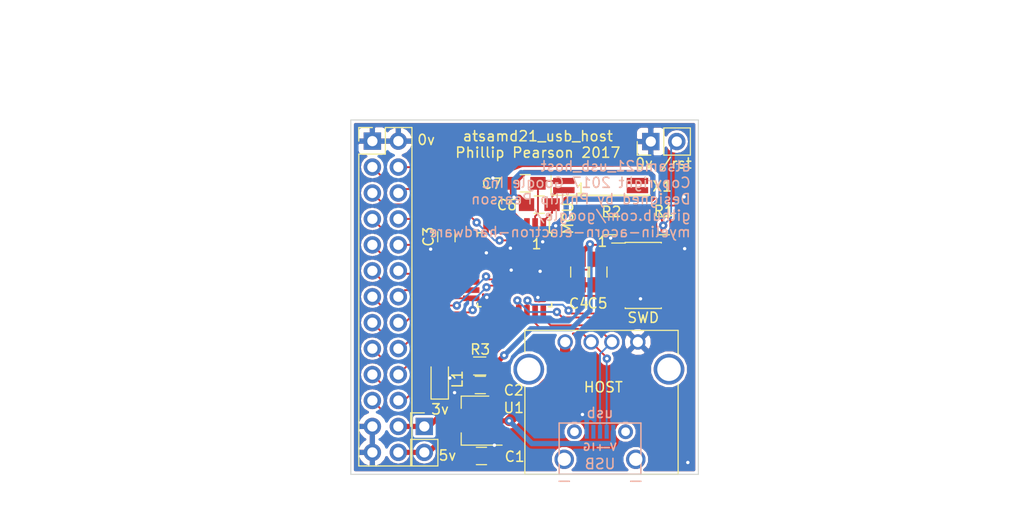
<source format=kicad_pcb>
(kicad_pcb (version 4) (host pcbnew 4.0.6)

  (general
    (links 97)
    (no_connects 0)
    (area 165.749999 130.249999 199.850001 165.050001)
    (thickness 1.6)
    (drawings 15)
    (tracks 377)
    (zones 0)
    (modules 40)
    (nets 34)
  )

  (page A4)
  (layers
    (0 F.Cu signal)
    (31 B.Cu signal)
    (32 B.Adhes user)
    (33 F.Adhes user)
    (34 B.Paste user)
    (35 F.Paste user)
    (36 B.SilkS user)
    (37 F.SilkS user)
    (38 B.Mask user)
    (39 F.Mask user)
    (40 Dwgs.User user)
    (41 Cmts.User user)
    (42 Eco1.User user)
    (43 Eco2.User user)
    (44 Edge.Cuts user)
    (45 Margin user)
    (46 B.CrtYd user)
    (47 F.CrtYd user)
    (48 B.Fab user hide)
    (49 F.Fab user hide)
  )

  (setup
    (last_trace_width 0.1778)
    (user_trace_width 0.254)
    (user_trace_width 0.508)
    (user_trace_width 0.762)
    (user_trace_width 1.016)
    (user_trace_width 1.27)
    (trace_clearance 0.1778)
    (zone_clearance 0.508)
    (zone_45_only yes)
    (trace_min 0.1778)
    (segment_width 0.2)
    (edge_width 0.1)
    (via_size 0.8128)
    (via_drill 0.3302)
    (via_min_size 0.8128)
    (via_min_drill 0.3302)
    (user_via 0.8128 0.3302)
    (user_via 1.016 0.635)
    (uvia_size 0.8128)
    (uvia_drill 0.3302)
    (uvias_allowed no)
    (uvia_min_size 0.8128)
    (uvia_min_drill 0.3302)
    (pcb_text_width 0.15)
    (pcb_text_size 1 1)
    (mod_edge_width 0.15)
    (mod_text_size 1 1)
    (mod_text_width 0.15)
    (pad_size 1.5 1.5)
    (pad_drill 0.6)
    (pad_to_mask_clearance 0)
    (aux_axis_origin 0 0)
    (visible_elements FFFFFF7F)
    (pcbplotparams
      (layerselection 0x010fc_80000001)
      (usegerberextensions true)
      (excludeedgelayer true)
      (linewidth 0.100000)
      (plotframeref false)
      (viasonmask false)
      (mode 1)
      (useauxorigin false)
      (hpglpennumber 1)
      (hpglpenspeed 20)
      (hpglpendiameter 15)
      (hpglpenoverlay 2)
      (psnegative false)
      (psa4output false)
      (plotreference true)
      (plotvalue true)
      (plotinvisibletext false)
      (padsonsilk false)
      (subtractmaskfromsilk false)
      (outputformat 1)
      (mirror false)
      (drillshape 0)
      (scaleselection 1)
      (outputdirectory gerbers/))
  )

  (net 0 "")
  (net 1 GND)
  (net 2 5V)
  (net 3 3V3)
  (net 4 SWDIO)
  (net 5 SWCLK)
  (net 6 mcu_TXD)
  (net 7 mcu_RXD)
  (net 8 mcu_RESET)
  (net 9 VDDCORE)
  (net 10 XTAL_IN)
  (net 11 XTAL_OUT)
  (net 12 USBDM)
  (net 13 USBDP)
  (net 14 USB_ID)
  (net 15 power_led_anode)
  (net 16 PA02)
  (net 17 PA03)
  (net 18 PA04)
  (net 19 PA05)
  (net 20 PA06)
  (net 21 PA07)
  (net 22 PA08)
  (net 23 PA09)
  (net 24 PA10)
  (net 25 PA11)
  (net 26 PA14)
  (net 27 PA15)
  (net 28 PA16)
  (net 29 PA17)
  (net 30 PA18)
  (net 31 PA19)
  (net 32 PA27)
  (net 33 PA28)

  (net_class Default "This is the default net class."
    (clearance 0.1778)
    (trace_width 0.1778)
    (via_dia 0.8128)
    (via_drill 0.3302)
    (uvia_dia 0.8128)
    (uvia_drill 0.3302)
    (add_net 3V3)
    (add_net 5V)
    (add_net GND)
    (add_net PA02)
    (add_net PA03)
    (add_net PA04)
    (add_net PA05)
    (add_net PA06)
    (add_net PA07)
    (add_net PA08)
    (add_net PA09)
    (add_net PA10)
    (add_net PA11)
    (add_net PA14)
    (add_net PA15)
    (add_net PA16)
    (add_net PA17)
    (add_net PA18)
    (add_net PA19)
    (add_net PA27)
    (add_net PA28)
    (add_net SWCLK)
    (add_net SWDIO)
    (add_net USBDM)
    (add_net USBDP)
    (add_net USB_ID)
    (add_net VDDCORE)
    (add_net XTAL_IN)
    (add_net XTAL_OUT)
    (add_net mcu_RESET)
    (add_net mcu_RXD)
    (add_net mcu_TXD)
    (add_net power_led_anode)
  )

  (module Capacitors_SMD:C_0805_HandSoldering (layer F.Cu) (tedit 58AA84A8) (tstamp 59F75EB7)
    (at 175.15 141.73 90)
    (descr "Capacitor SMD 0805, hand soldering")
    (tags "capacitor 0805")
    (attr smd)
    (fp_text reference C3 (at 0 -1.75 90) (layer F.SilkS)
      (effects (font (size 1 1) (thickness 0.15)))
    )
    (fp_text value 100n (at 0 1.75 90) (layer F.Fab)
      (effects (font (size 1 1) (thickness 0.15)))
    )
    (fp_text user %R (at 0 -1.75 90) (layer F.Fab)
      (effects (font (size 1 1) (thickness 0.15)))
    )
    (fp_line (start -1 0.62) (end -1 -0.62) (layer F.Fab) (width 0.1))
    (fp_line (start 1 0.62) (end -1 0.62) (layer F.Fab) (width 0.1))
    (fp_line (start 1 -0.62) (end 1 0.62) (layer F.Fab) (width 0.1))
    (fp_line (start -1 -0.62) (end 1 -0.62) (layer F.Fab) (width 0.1))
    (fp_line (start 0.5 -0.85) (end -0.5 -0.85) (layer F.SilkS) (width 0.12))
    (fp_line (start -0.5 0.85) (end 0.5 0.85) (layer F.SilkS) (width 0.12))
    (fp_line (start -2.25 -0.88) (end 2.25 -0.88) (layer F.CrtYd) (width 0.05))
    (fp_line (start -2.25 -0.88) (end -2.25 0.87) (layer F.CrtYd) (width 0.05))
    (fp_line (start 2.25 0.87) (end 2.25 -0.88) (layer F.CrtYd) (width 0.05))
    (fp_line (start 2.25 0.87) (end -2.25 0.87) (layer F.CrtYd) (width 0.05))
    (pad 1 smd rect (at -1.25 0 90) (size 1.5 1.25) (layers F.Cu F.Paste F.Mask)
      (net 1 GND))
    (pad 2 smd rect (at 1.25 0 90) (size 1.5 1.25) (layers F.Cu F.Paste F.Mask)
      (net 3 3V3))
    (model Capacitors_SMD.3dshapes/C_0805.wrl
      (at (xyz 0 0 0))
      (scale (xyz 1 1 1))
      (rotate (xyz 0 0 0))
    )
  )

  (module Capacitors_SMD:C_0805_HandSoldering (layer F.Cu) (tedit 58AA84A8) (tstamp 59F75EC8)
    (at 188.16 145.19 90)
    (descr "Capacitor SMD 0805, hand soldering")
    (tags "capacitor 0805")
    (attr smd)
    (fp_text reference C4 (at -3.09 -0.04 180) (layer F.SilkS)
      (effects (font (size 1 1) (thickness 0.15)))
    )
    (fp_text value 100n (at 0 1.75 90) (layer F.Fab)
      (effects (font (size 1 1) (thickness 0.15)))
    )
    (fp_text user %R (at 0 -1.75 90) (layer F.Fab)
      (effects (font (size 1 1) (thickness 0.15)))
    )
    (fp_line (start -1 0.62) (end -1 -0.62) (layer F.Fab) (width 0.1))
    (fp_line (start 1 0.62) (end -1 0.62) (layer F.Fab) (width 0.1))
    (fp_line (start 1 -0.62) (end 1 0.62) (layer F.Fab) (width 0.1))
    (fp_line (start -1 -0.62) (end 1 -0.62) (layer F.Fab) (width 0.1))
    (fp_line (start 0.5 -0.85) (end -0.5 -0.85) (layer F.SilkS) (width 0.12))
    (fp_line (start -0.5 0.85) (end 0.5 0.85) (layer F.SilkS) (width 0.12))
    (fp_line (start -2.25 -0.88) (end 2.25 -0.88) (layer F.CrtYd) (width 0.05))
    (fp_line (start -2.25 -0.88) (end -2.25 0.87) (layer F.CrtYd) (width 0.05))
    (fp_line (start 2.25 0.87) (end 2.25 -0.88) (layer F.CrtYd) (width 0.05))
    (fp_line (start 2.25 0.87) (end -2.25 0.87) (layer F.CrtYd) (width 0.05))
    (pad 1 smd rect (at -1.25 0 90) (size 1.5 1.25) (layers F.Cu F.Paste F.Mask)
      (net 1 GND))
    (pad 2 smd rect (at 1.25 0 90) (size 1.5 1.25) (layers F.Cu F.Paste F.Mask)
      (net 3 3V3))
    (model Capacitors_SMD.3dshapes/C_0805.wrl
      (at (xyz 0 0 0))
      (scale (xyz 1 1 1))
      (rotate (xyz 0 0 0))
    )
  )

  (module myelin-kicad:via_single (layer F.Cu) (tedit 0) (tstamp 59F75EE4)
    (at 175.95 157)
    (descr "Via array for stapling planes together")
    (fp_text reference staple_single1 (at 0 -1) (layer F.SilkS) hide
      (effects (font (size 1 1) (thickness 0.15)))
    )
    (fp_text value "" (at 0 1) (layer F.SilkS) hide
      (effects (font (size 1 1) (thickness 0.15)))
    )
    (pad 1 thru_hole circle (at 0 0) (size 0.8128 0.8128) (drill 0.3302) (layers *.Cu)
      (net 1 GND) (zone_connect 2))
  )

  (module myelin-kicad:via_single (layer F.Cu) (tedit 0) (tstamp 59F75EE9)
    (at 179.85 162.15)
    (descr "Via array for stapling planes together")
    (fp_text reference staple_single2 (at 0 -1) (layer F.SilkS) hide
      (effects (font (size 1 1) (thickness 0.15)))
    )
    (fp_text value "" (at 0 1) (layer F.SilkS) hide
      (effects (font (size 1 1) (thickness 0.15)))
    )
    (pad 1 thru_hole circle (at 0 0) (size 0.8128 0.8128) (drill 0.3302) (layers *.Cu)
      (net 1 GND) (zone_connect 2))
  )

  (module myelin-kicad:via_single (layer F.Cu) (tedit 0) (tstamp 59F75EEE)
    (at 188.46 159.14)
    (descr "Via array for stapling planes together")
    (fp_text reference staple_single3 (at 0 -1) (layer F.SilkS) hide
      (effects (font (size 1 1) (thickness 0.15)))
    )
    (fp_text value "" (at 0 1) (layer F.SilkS) hide
      (effects (font (size 1 1) (thickness 0.15)))
    )
    (pad 1 thru_hole circle (at 0 0) (size 0.8128 0.8128) (drill 0.3302) (layers *.Cu)
      (net 1 GND) (zone_connect 2))
  )

  (module myelin-kicad:via_single (layer F.Cu) (tedit 0) (tstamp 59F75EF3)
    (at 179.06 143.31)
    (descr "Via array for stapling planes together")
    (fp_text reference staple_single4 (at 0 -1) (layer F.SilkS) hide
      (effects (font (size 1 1) (thickness 0.15)))
    )
    (fp_text value "" (at 0 1) (layer F.SilkS) hide
      (effects (font (size 1 1) (thickness 0.15)))
    )
    (pad 1 thru_hole circle (at 0 0) (size 0.8128 0.8128) (drill 0.3302) (layers *.Cu)
      (net 1 GND) (zone_connect 2))
  )

  (module myelin-kicad:via_single (layer F.Cu) (tedit 0) (tstamp 59F75EF8)
    (at 179.1 147.67)
    (descr "Via array for stapling planes together")
    (fp_text reference staple_single5 (at 0 -1) (layer F.SilkS) hide
      (effects (font (size 1 1) (thickness 0.15)))
    )
    (fp_text value "" (at 0 1) (layer F.SilkS) hide
      (effects (font (size 1 1) (thickness 0.15)))
    )
    (pad 1 thru_hole circle (at 0 0) (size 0.8128 0.8128) (drill 0.3302) (layers *.Cu)
      (net 1 GND) (zone_connect 2))
  )

  (module myelin-kicad:via_single (layer F.Cu) (tedit 0) (tstamp 59F75EFD)
    (at 184.57 142.23)
    (descr "Via array for stapling planes together")
    (fp_text reference staple_single6 (at 0 -1) (layer F.SilkS) hide
      (effects (font (size 1 1) (thickness 0.15)))
    )
    (fp_text value "" (at 0 1) (layer F.SilkS) hide
      (effects (font (size 1 1) (thickness 0.15)))
    )
    (pad 1 thru_hole circle (at 0 0) (size 0.8128 0.8128) (drill 0.3302) (layers *.Cu)
      (net 1 GND) (zone_connect 2))
  )

  (module myelin-kicad:via_single (layer F.Cu) (tedit 0) (tstamp 59F75F02)
    (at 184.1 147.68)
    (descr "Via array for stapling planes together")
    (fp_text reference staple_single7 (at 0 -1) (layer F.SilkS) hide
      (effects (font (size 1 1) (thickness 0.15)))
    )
    (fp_text value "" (at 0 1) (layer F.SilkS) hide
      (effects (font (size 1 1) (thickness 0.15)))
    )
    (pad 1 thru_hole circle (at 0 0) (size 0.8128 0.8128) (drill 0.3302) (layers *.Cu)
      (net 1 GND) (zone_connect 2))
  )

  (module Pin_Headers:Pin_Header_Straight_2x05_Pitch1.27mm_SMD (layer F.Cu) (tedit 59650536) (tstamp 59F75F3F)
    (at 194.41 145.52)
    (descr "surface-mounted straight pin header, 2x05, 1.27mm pitch, double rows")
    (tags "Surface mounted pin header SMD 2x05 1.27mm double row")
    (attr smd)
    (fp_text reference SWD (at 0 4.14) (layer F.SilkS)
      (effects (font (size 1 1) (thickness 0.15)))
    )
    (fp_text value swd (at 0 4.235) (layer F.Fab)
      (effects (font (size 1 1) (thickness 0.15)))
    )
    (fp_line (start 1.705 3.175) (end -1.705 3.175) (layer F.Fab) (width 0.1))
    (fp_line (start -1.27 -3.175) (end 1.705 -3.175) (layer F.Fab) (width 0.1))
    (fp_line (start -1.705 3.175) (end -1.705 -2.74) (layer F.Fab) (width 0.1))
    (fp_line (start -1.705 -2.74) (end -1.27 -3.175) (layer F.Fab) (width 0.1))
    (fp_line (start 1.705 -3.175) (end 1.705 3.175) (layer F.Fab) (width 0.1))
    (fp_line (start -1.705 -2.74) (end -2.75 -2.74) (layer F.Fab) (width 0.1))
    (fp_line (start -2.75 -2.74) (end -2.75 -2.34) (layer F.Fab) (width 0.1))
    (fp_line (start -2.75 -2.34) (end -1.705 -2.34) (layer F.Fab) (width 0.1))
    (fp_line (start 1.705 -2.74) (end 2.75 -2.74) (layer F.Fab) (width 0.1))
    (fp_line (start 2.75 -2.74) (end 2.75 -2.34) (layer F.Fab) (width 0.1))
    (fp_line (start 2.75 -2.34) (end 1.705 -2.34) (layer F.Fab) (width 0.1))
    (fp_line (start -1.705 -1.47) (end -2.75 -1.47) (layer F.Fab) (width 0.1))
    (fp_line (start -2.75 -1.47) (end -2.75 -1.07) (layer F.Fab) (width 0.1))
    (fp_line (start -2.75 -1.07) (end -1.705 -1.07) (layer F.Fab) (width 0.1))
    (fp_line (start 1.705 -1.47) (end 2.75 -1.47) (layer F.Fab) (width 0.1))
    (fp_line (start 2.75 -1.47) (end 2.75 -1.07) (layer F.Fab) (width 0.1))
    (fp_line (start 2.75 -1.07) (end 1.705 -1.07) (layer F.Fab) (width 0.1))
    (fp_line (start -1.705 -0.2) (end -2.75 -0.2) (layer F.Fab) (width 0.1))
    (fp_line (start -2.75 -0.2) (end -2.75 0.2) (layer F.Fab) (width 0.1))
    (fp_line (start -2.75 0.2) (end -1.705 0.2) (layer F.Fab) (width 0.1))
    (fp_line (start 1.705 -0.2) (end 2.75 -0.2) (layer F.Fab) (width 0.1))
    (fp_line (start 2.75 -0.2) (end 2.75 0.2) (layer F.Fab) (width 0.1))
    (fp_line (start 2.75 0.2) (end 1.705 0.2) (layer F.Fab) (width 0.1))
    (fp_line (start -1.705 1.07) (end -2.75 1.07) (layer F.Fab) (width 0.1))
    (fp_line (start -2.75 1.07) (end -2.75 1.47) (layer F.Fab) (width 0.1))
    (fp_line (start -2.75 1.47) (end -1.705 1.47) (layer F.Fab) (width 0.1))
    (fp_line (start 1.705 1.07) (end 2.75 1.07) (layer F.Fab) (width 0.1))
    (fp_line (start 2.75 1.07) (end 2.75 1.47) (layer F.Fab) (width 0.1))
    (fp_line (start 2.75 1.47) (end 1.705 1.47) (layer F.Fab) (width 0.1))
    (fp_line (start -1.705 2.34) (end -2.75 2.34) (layer F.Fab) (width 0.1))
    (fp_line (start -2.75 2.34) (end -2.75 2.74) (layer F.Fab) (width 0.1))
    (fp_line (start -2.75 2.74) (end -1.705 2.74) (layer F.Fab) (width 0.1))
    (fp_line (start 1.705 2.34) (end 2.75 2.34) (layer F.Fab) (width 0.1))
    (fp_line (start 2.75 2.34) (end 2.75 2.74) (layer F.Fab) (width 0.1))
    (fp_line (start 2.75 2.74) (end 1.705 2.74) (layer F.Fab) (width 0.1))
    (fp_line (start -1.765 -3.235) (end 1.765 -3.235) (layer F.SilkS) (width 0.12))
    (fp_line (start -1.765 3.235) (end 1.765 3.235) (layer F.SilkS) (width 0.12))
    (fp_line (start -3.09 -3.17) (end -1.765 -3.17) (layer F.SilkS) (width 0.12))
    (fp_line (start -1.765 -3.235) (end -1.765 -3.17) (layer F.SilkS) (width 0.12))
    (fp_line (start 1.765 -3.235) (end 1.765 -3.17) (layer F.SilkS) (width 0.12))
    (fp_line (start -1.765 3.17) (end -1.765 3.235) (layer F.SilkS) (width 0.12))
    (fp_line (start 1.765 3.17) (end 1.765 3.235) (layer F.SilkS) (width 0.12))
    (fp_line (start -4.3 -3.7) (end -4.3 3.7) (layer F.CrtYd) (width 0.05))
    (fp_line (start -4.3 3.7) (end 4.3 3.7) (layer F.CrtYd) (width 0.05))
    (fp_line (start 4.3 3.7) (end 4.3 -3.7) (layer F.CrtYd) (width 0.05))
    (fp_line (start 4.3 -3.7) (end -4.3 -3.7) (layer F.CrtYd) (width 0.05))
    (fp_text user %R (at 0 0 90) (layer F.Fab)
      (effects (font (size 1 1) (thickness 0.15)))
    )
    (pad 1 smd rect (at -1.95 -2.54) (size 2.4 0.74) (layers F.Cu F.Paste F.Mask)
      (net 3 3V3))
    (pad 2 smd rect (at 1.95 -2.54) (size 2.4 0.74) (layers F.Cu F.Paste F.Mask)
      (net 4 SWDIO))
    (pad 3 smd rect (at -1.95 -1.27) (size 2.4 0.74) (layers F.Cu F.Paste F.Mask)
      (net 1 GND))
    (pad 4 smd rect (at 1.95 -1.27) (size 2.4 0.74) (layers F.Cu F.Paste F.Mask)
      (net 5 SWCLK))
    (pad 5 smd rect (at -1.95 0) (size 2.4 0.74) (layers F.Cu F.Paste F.Mask)
      (net 1 GND))
    (pad 6 smd rect (at 1.95 0) (size 2.4 0.74) (layers F.Cu F.Paste F.Mask)
      (net 6 mcu_TXD))
    (pad 7 smd rect (at -1.95 1.27) (size 2.4 0.74) (layers F.Cu F.Paste F.Mask))
    (pad 8 smd rect (at 1.95 1.27) (size 2.4 0.74) (layers F.Cu F.Paste F.Mask)
      (net 7 mcu_RXD))
    (pad 9 smd rect (at -1.95 2.54) (size 2.4 0.74) (layers F.Cu F.Paste F.Mask)
      (net 1 GND))
    (pad 10 smd rect (at 1.95 2.54) (size 2.4 0.74) (layers F.Cu F.Paste F.Mask)
      (net 8 mcu_RESET))
    (model ${KISYS3DMOD}/Pin_Headers.3dshapes/Pin_Header_Straight_2x05_Pitch1.27mm_SMD.wrl
      (at (xyz 0 0 0))
      (scale (xyz 1 1 1))
      (rotate (xyz 0 0 0))
    )
  )

  (module Capacitors_SMD:C_0805_HandSoldering (layer F.Cu) (tedit 58AA84A8) (tstamp 59F7603B)
    (at 178.58 163.2 180)
    (descr "Capacitor SMD 0805, hand soldering")
    (tags "capacitor 0805")
    (attr smd)
    (fp_text reference C1 (at -3.25 -0.07 360) (layer F.SilkS)
      (effects (font (size 1 1) (thickness 0.15)))
    )
    (fp_text value 1u (at 0 1.75 180) (layer F.Fab)
      (effects (font (size 1 1) (thickness 0.15)))
    )
    (fp_text user %R (at 0 -1.75 180) (layer F.Fab)
      (effects (font (size 1 1) (thickness 0.15)))
    )
    (fp_line (start -1 0.62) (end -1 -0.62) (layer F.Fab) (width 0.1))
    (fp_line (start 1 0.62) (end -1 0.62) (layer F.Fab) (width 0.1))
    (fp_line (start 1 -0.62) (end 1 0.62) (layer F.Fab) (width 0.1))
    (fp_line (start -1 -0.62) (end 1 -0.62) (layer F.Fab) (width 0.1))
    (fp_line (start 0.5 -0.85) (end -0.5 -0.85) (layer F.SilkS) (width 0.12))
    (fp_line (start -0.5 0.85) (end 0.5 0.85) (layer F.SilkS) (width 0.12))
    (fp_line (start -2.25 -0.88) (end 2.25 -0.88) (layer F.CrtYd) (width 0.05))
    (fp_line (start -2.25 -0.88) (end -2.25 0.87) (layer F.CrtYd) (width 0.05))
    (fp_line (start 2.25 0.87) (end 2.25 -0.88) (layer F.CrtYd) (width 0.05))
    (fp_line (start 2.25 0.87) (end -2.25 0.87) (layer F.CrtYd) (width 0.05))
    (pad 1 smd rect (at -1.25 0 180) (size 1.5 1.25) (layers F.Cu F.Paste F.Mask)
      (net 1 GND))
    (pad 2 smd rect (at 1.25 0 180) (size 1.5 1.25) (layers F.Cu F.Paste F.Mask)
      (net 2 5V))
    (model Capacitors_SMD.3dshapes/C_0805.wrl
      (at (xyz 0 0 0))
      (scale (xyz 1 1 1))
      (rotate (xyz 0 0 0))
    )
  )

  (module Capacitors_SMD:C_0805_HandSoldering (layer F.Cu) (tedit 58AA84A8) (tstamp 59F7604C)
    (at 178.47 156.25 180)
    (descr "Capacitor SMD 0805, hand soldering")
    (tags "capacitor 0805")
    (attr smd)
    (fp_text reference C2 (at -3.27 -0.52 360) (layer F.SilkS)
      (effects (font (size 1 1) (thickness 0.15)))
    )
    (fp_text value 1u (at 0 1.75 180) (layer F.Fab)
      (effects (font (size 1 1) (thickness 0.15)))
    )
    (fp_text user %R (at 0 -1.75 180) (layer F.Fab)
      (effects (font (size 1 1) (thickness 0.15)))
    )
    (fp_line (start -1 0.62) (end -1 -0.62) (layer F.Fab) (width 0.1))
    (fp_line (start 1 0.62) (end -1 0.62) (layer F.Fab) (width 0.1))
    (fp_line (start 1 -0.62) (end 1 0.62) (layer F.Fab) (width 0.1))
    (fp_line (start -1 -0.62) (end 1 -0.62) (layer F.Fab) (width 0.1))
    (fp_line (start 0.5 -0.85) (end -0.5 -0.85) (layer F.SilkS) (width 0.12))
    (fp_line (start -0.5 0.85) (end 0.5 0.85) (layer F.SilkS) (width 0.12))
    (fp_line (start -2.25 -0.88) (end 2.25 -0.88) (layer F.CrtYd) (width 0.05))
    (fp_line (start -2.25 -0.88) (end -2.25 0.87) (layer F.CrtYd) (width 0.05))
    (fp_line (start 2.25 0.87) (end 2.25 -0.88) (layer F.CrtYd) (width 0.05))
    (fp_line (start 2.25 0.87) (end -2.25 0.87) (layer F.CrtYd) (width 0.05))
    (pad 1 smd rect (at -1.25 0 180) (size 1.5 1.25) (layers F.Cu F.Paste F.Mask)
      (net 3 3V3))
    (pad 2 smd rect (at 1.25 0 180) (size 1.5 1.25) (layers F.Cu F.Paste F.Mask)
      (net 1 GND))
    (model Capacitors_SMD.3dshapes/C_0805.wrl
      (at (xyz 0 0 0))
      (scale (xyz 1 1 1))
      (rotate (xyz 0 0 0))
    )
  )

  (module Capacitors_SMD:C_0805_HandSoldering (layer F.Cu) (tedit 58AA84A8) (tstamp 59F7605D)
    (at 190.01 145.19 90)
    (descr "Capacitor SMD 0805, hand soldering")
    (tags "capacitor 0805")
    (attr smd)
    (fp_text reference C5 (at -3.07 -0.07 180) (layer F.SilkS)
      (effects (font (size 1 1) (thickness 0.15)))
    )
    (fp_text value 1u (at 0 1.75 90) (layer F.Fab)
      (effects (font (size 1 1) (thickness 0.15)))
    )
    (fp_text user %R (at 0 -1.75 90) (layer F.Fab)
      (effects (font (size 1 1) (thickness 0.15)))
    )
    (fp_line (start -1 0.62) (end -1 -0.62) (layer F.Fab) (width 0.1))
    (fp_line (start 1 0.62) (end -1 0.62) (layer F.Fab) (width 0.1))
    (fp_line (start 1 -0.62) (end 1 0.62) (layer F.Fab) (width 0.1))
    (fp_line (start -1 -0.62) (end 1 -0.62) (layer F.Fab) (width 0.1))
    (fp_line (start 0.5 -0.85) (end -0.5 -0.85) (layer F.SilkS) (width 0.12))
    (fp_line (start -0.5 0.85) (end 0.5 0.85) (layer F.SilkS) (width 0.12))
    (fp_line (start -2.25 -0.88) (end 2.25 -0.88) (layer F.CrtYd) (width 0.05))
    (fp_line (start -2.25 -0.88) (end -2.25 0.87) (layer F.CrtYd) (width 0.05))
    (fp_line (start 2.25 0.87) (end 2.25 -0.88) (layer F.CrtYd) (width 0.05))
    (fp_line (start 2.25 0.87) (end -2.25 0.87) (layer F.CrtYd) (width 0.05))
    (pad 1 smd rect (at -1.25 0 90) (size 1.5 1.25) (layers F.Cu F.Paste F.Mask)
      (net 1 GND))
    (pad 2 smd rect (at 1.25 0 90) (size 1.5 1.25) (layers F.Cu F.Paste F.Mask)
      (net 9 VDDCORE))
    (model Capacitors_SMD.3dshapes/C_0805.wrl
      (at (xyz 0 0 0))
      (scale (xyz 1 1 1))
      (rotate (xyz 0 0 0))
    )
  )

  (module Connectors:USB_A (layer F.Cu) (tedit 5543E289) (tstamp 59F76071)
    (at 186.77 152.04)
    (descr "USB A connector")
    (tags "USB USB_A")
    (fp_text reference HOST (at 3.73 4.43) (layer F.SilkS)
      (effects (font (size 1 1) (thickness 0.15)))
    )
    (fp_text value "usb host" (at 3.84 7.44) (layer F.Fab)
      (effects (font (size 1 1) (thickness 0.15)))
    )
    (fp_line (start -5.3 13.2) (end -5.3 -1.4) (layer F.CrtYd) (width 0.05))
    (fp_line (start 11.95 -1.4) (end 11.95 13.2) (layer F.CrtYd) (width 0.05))
    (fp_line (start -5.3 13.2) (end 11.95 13.2) (layer F.CrtYd) (width 0.05))
    (fp_line (start -5.3 -1.4) (end 11.95 -1.4) (layer F.CrtYd) (width 0.05))
    (fp_line (start 11.05 -1.14) (end 11.05 1.19) (layer F.SilkS) (width 0.12))
    (fp_line (start -3.94 -1.14) (end -3.94 0.98) (layer F.SilkS) (width 0.12))
    (fp_line (start 11.05 -1.14) (end -3.94 -1.14) (layer F.SilkS) (width 0.12))
    (fp_line (start 11.05 12.95) (end -3.94 12.95) (layer F.SilkS) (width 0.12))
    (fp_line (start 11.05 4.15) (end 11.05 12.95) (layer F.SilkS) (width 0.12))
    (fp_line (start -3.94 4.35) (end -3.94 12.95) (layer F.SilkS) (width 0.12))
    (pad 4 thru_hole circle (at 7.11 0 270) (size 1.5 1.5) (drill 1) (layers *.Cu *.Mask)
      (net 1 GND))
    (pad 3 thru_hole circle (at 4.57 0 270) (size 1.5 1.5) (drill 1) (layers *.Cu *.Mask)
      (net 13 USBDP))
    (pad 2 thru_hole circle (at 2.54 0 270) (size 1.5 1.5) (drill 1) (layers *.Cu *.Mask)
      (net 12 USBDM))
    (pad 1 thru_hole circle (at 0 0 270) (size 1.5 1.5) (drill 1) (layers *.Cu *.Mask)
      (net 2 5V))
    (pad 5 thru_hole circle (at 10.16 2.67 270) (size 3 3) (drill 2.3) (layers *.Cu *.Mask))
    (pad 5 thru_hole circle (at -3.56 2.67 270) (size 3 3) (drill 2.3) (layers *.Cu *.Mask))
    (model ${KISYS3DMOD}/Connectors.3dshapes/USB_A.wrl
      (at (xyz 0.14 0 0))
      (scale (xyz 1 1 1))
      (rotate (xyz 0 0 90))
    )
  )

  (module Housings_QFP:TQFP-32_7x7mm_Pitch0.8mm (layer F.Cu) (tedit 58CC9A48) (tstamp 59F760A8)
    (at 181.83 144.96 270)
    (descr "32-Lead Plastic Thin Quad Flatpack (PT) - 7x7x1.0 mm Body, 2.00 mm [TQFP] (see Microchip Packaging Specification 00000049BS.pdf)")
    (tags "QFP 0.8")
    (attr smd)
    (fp_text reference MCU (at -5.04 -5.22 270) (layer F.SilkS)
      (effects (font (size 1 1) (thickness 0.15)))
    )
    (fp_text value ATSAMD21E18A (at 0 6.05 270) (layer F.Fab)
      (effects (font (size 1 1) (thickness 0.15)))
    )
    (fp_text user %R (at 0 0 270) (layer F.Fab)
      (effects (font (size 1 1) (thickness 0.15)))
    )
    (fp_line (start -2.5 -3.5) (end 3.5 -3.5) (layer F.Fab) (width 0.15))
    (fp_line (start 3.5 -3.5) (end 3.5 3.5) (layer F.Fab) (width 0.15))
    (fp_line (start 3.5 3.5) (end -3.5 3.5) (layer F.Fab) (width 0.15))
    (fp_line (start -3.5 3.5) (end -3.5 -2.5) (layer F.Fab) (width 0.15))
    (fp_line (start -3.5 -2.5) (end -2.5 -3.5) (layer F.Fab) (width 0.15))
    (fp_line (start -5.3 -5.3) (end -5.3 5.3) (layer F.CrtYd) (width 0.05))
    (fp_line (start 5.3 -5.3) (end 5.3 5.3) (layer F.CrtYd) (width 0.05))
    (fp_line (start -5.3 -5.3) (end 5.3 -5.3) (layer F.CrtYd) (width 0.05))
    (fp_line (start -5.3 5.3) (end 5.3 5.3) (layer F.CrtYd) (width 0.05))
    (fp_line (start -3.625 -3.625) (end -3.625 -3.4) (layer F.SilkS) (width 0.15))
    (fp_line (start 3.625 -3.625) (end 3.625 -3.3) (layer F.SilkS) (width 0.15))
    (fp_line (start 3.625 3.625) (end 3.625 3.3) (layer F.SilkS) (width 0.15))
    (fp_line (start -3.625 3.625) (end -3.625 3.3) (layer F.SilkS) (width 0.15))
    (fp_line (start -3.625 -3.625) (end -3.3 -3.625) (layer F.SilkS) (width 0.15))
    (fp_line (start -3.625 3.625) (end -3.3 3.625) (layer F.SilkS) (width 0.15))
    (fp_line (start 3.625 3.625) (end 3.3 3.625) (layer F.SilkS) (width 0.15))
    (fp_line (start 3.625 -3.625) (end 3.3 -3.625) (layer F.SilkS) (width 0.15))
    (fp_line (start -3.625 -3.4) (end -5.05 -3.4) (layer F.SilkS) (width 0.15))
    (pad 1 smd rect (at -4.25 -2.8 270) (size 1.6 0.55) (layers F.Cu F.Paste F.Mask)
      (net 10 XTAL_IN))
    (pad 2 smd rect (at -4.25 -2 270) (size 1.6 0.55) (layers F.Cu F.Paste F.Mask)
      (net 11 XTAL_OUT))
    (pad 3 smd rect (at -4.25 -1.2 270) (size 1.6 0.55) (layers F.Cu F.Paste F.Mask)
      (net 16 PA02))
    (pad 4 smd rect (at -4.25 -0.4 270) (size 1.6 0.55) (layers F.Cu F.Paste F.Mask)
      (net 17 PA03))
    (pad 5 smd rect (at -4.25 0.4 270) (size 1.6 0.55) (layers F.Cu F.Paste F.Mask)
      (net 18 PA04))
    (pad 6 smd rect (at -4.25 1.2 270) (size 1.6 0.55) (layers F.Cu F.Paste F.Mask)
      (net 19 PA05))
    (pad 7 smd rect (at -4.25 2 270) (size 1.6 0.55) (layers F.Cu F.Paste F.Mask)
      (net 20 PA06))
    (pad 8 smd rect (at -4.25 2.8 270) (size 1.6 0.55) (layers F.Cu F.Paste F.Mask)
      (net 21 PA07))
    (pad 9 smd rect (at -2.8 4.25) (size 1.6 0.55) (layers F.Cu F.Paste F.Mask)
      (net 3 3V3))
    (pad 10 smd rect (at -2 4.25) (size 1.6 0.55) (layers F.Cu F.Paste F.Mask)
      (net 1 GND))
    (pad 11 smd rect (at -1.2 4.25) (size 1.6 0.55) (layers F.Cu F.Paste F.Mask)
      (net 22 PA08))
    (pad 12 smd rect (at -0.4 4.25) (size 1.6 0.55) (layers F.Cu F.Paste F.Mask)
      (net 23 PA09))
    (pad 13 smd rect (at 0.4 4.25) (size 1.6 0.55) (layers F.Cu F.Paste F.Mask)
      (net 24 PA10))
    (pad 14 smd rect (at 1.2 4.25) (size 1.6 0.55) (layers F.Cu F.Paste F.Mask)
      (net 25 PA11))
    (pad 15 smd rect (at 2 4.25) (size 1.6 0.55) (layers F.Cu F.Paste F.Mask)
      (net 26 PA14))
    (pad 16 smd rect (at 2.8 4.25) (size 1.6 0.55) (layers F.Cu F.Paste F.Mask)
      (net 27 PA15))
    (pad 17 smd rect (at 4.25 2.8 270) (size 1.6 0.55) (layers F.Cu F.Paste F.Mask)
      (net 28 PA16))
    (pad 18 smd rect (at 4.25 2 270) (size 1.6 0.55) (layers F.Cu F.Paste F.Mask)
      (net 29 PA17))
    (pad 19 smd rect (at 4.25 1.2 270) (size 1.6 0.55) (layers F.Cu F.Paste F.Mask)
      (net 30 PA18))
    (pad 20 smd rect (at 4.25 0.4 270) (size 1.6 0.55) (layers F.Cu F.Paste F.Mask)
      (net 31 PA19))
    (pad 21 smd rect (at 4.25 -0.4 270) (size 1.6 0.55) (layers F.Cu F.Paste F.Mask)
      (net 6 mcu_TXD))
    (pad 22 smd rect (at 4.25 -1.2 270) (size 1.6 0.55) (layers F.Cu F.Paste F.Mask)
      (net 7 mcu_RXD))
    (pad 23 smd rect (at 4.25 -2 270) (size 1.6 0.55) (layers F.Cu F.Paste F.Mask)
      (net 12 USBDM))
    (pad 24 smd rect (at 4.25 -2.8 270) (size 1.6 0.55) (layers F.Cu F.Paste F.Mask)
      (net 13 USBDP))
    (pad 25 smd rect (at 2.8 -4.25) (size 1.6 0.55) (layers F.Cu F.Paste F.Mask)
      (net 32 PA27))
    (pad 26 smd rect (at 2 -4.25) (size 1.6 0.55) (layers F.Cu F.Paste F.Mask)
      (net 8 mcu_RESET))
    (pad 27 smd rect (at 1.2 -4.25) (size 1.6 0.55) (layers F.Cu F.Paste F.Mask)
      (net 33 PA28))
    (pad 28 smd rect (at 0.4 -4.25) (size 1.6 0.55) (layers F.Cu F.Paste F.Mask)
      (net 1 GND))
    (pad 29 smd rect (at -0.4 -4.25) (size 1.6 0.55) (layers F.Cu F.Paste F.Mask)
      (net 9 VDDCORE))
    (pad 30 smd rect (at -1.2 -4.25) (size 1.6 0.55) (layers F.Cu F.Paste F.Mask)
      (net 3 3V3))
    (pad 31 smd rect (at -2 -4.25) (size 1.6 0.55) (layers F.Cu F.Paste F.Mask)
      (net 5 SWCLK))
    (pad 32 smd rect (at -2.8 -4.25) (size 1.6 0.55) (layers F.Cu F.Paste F.Mask)
      (net 4 SWDIO))
    (model ${KISYS3DMOD}/Housings_QFP.3dshapes/TQFP-32_7x7mm_Pitch0.8mm.wrl
      (at (xyz 0 0 0))
      (scale (xyz 1 1 1))
      (rotate (xyz 0 0 0))
    )
  )

  (module Resistors_SMD:R_0805_HandSoldering (layer F.Cu) (tedit 58E0A804) (tstamp 59F760B9)
    (at 191.22 140.66)
    (descr "Resistor SMD 0805, hand soldering")
    (tags "resistor 0805")
    (attr smd)
    (fp_text reference R1 (at 5.19 -1.46 180) (layer F.SilkS)
      (effects (font (size 1 1) (thickness 0.15)))
    )
    (fp_text value 10k (at 0 1.75) (layer F.Fab)
      (effects (font (size 1 1) (thickness 0.15)))
    )
    (fp_text user %R (at 0 0) (layer F.Fab)
      (effects (font (size 0.5 0.5) (thickness 0.075)))
    )
    (fp_line (start -1 0.62) (end -1 -0.62) (layer F.Fab) (width 0.1))
    (fp_line (start 1 0.62) (end -1 0.62) (layer F.Fab) (width 0.1))
    (fp_line (start 1 -0.62) (end 1 0.62) (layer F.Fab) (width 0.1))
    (fp_line (start -1 -0.62) (end 1 -0.62) (layer F.Fab) (width 0.1))
    (fp_line (start 0.6 0.88) (end -0.6 0.88) (layer F.SilkS) (width 0.12))
    (fp_line (start -0.6 -0.88) (end 0.6 -0.88) (layer F.SilkS) (width 0.12))
    (fp_line (start -2.35 -0.9) (end 2.35 -0.9) (layer F.CrtYd) (width 0.05))
    (fp_line (start -2.35 -0.9) (end -2.35 0.9) (layer F.CrtYd) (width 0.05))
    (fp_line (start 2.35 0.9) (end 2.35 -0.9) (layer F.CrtYd) (width 0.05))
    (fp_line (start 2.35 0.9) (end -2.35 0.9) (layer F.CrtYd) (width 0.05))
    (pad 1 smd rect (at -1.35 0) (size 1.5 1.3) (layers F.Cu F.Paste F.Mask)
      (net 8 mcu_RESET))
    (pad 2 smd rect (at 1.35 0) (size 1.5 1.3) (layers F.Cu F.Paste F.Mask)
      (net 3 3V3))
    (model ${KISYS3DMOD}/Resistors_SMD.3dshapes/R_0805.wrl
      (at (xyz 0 0 0))
      (scale (xyz 1 1 1))
      (rotate (xyz 0 0 0))
    )
  )

  (module TO_SOT_Packages_SMD:SOT-89-3 (layer F.Cu) (tedit 591F0203) (tstamp 59F760D1)
    (at 178.38 159.74 180)
    (descr SOT-89-3)
    (tags SOT-89-3)
    (attr smd)
    (fp_text reference U1 (at -3.36 1.25 180) (layer F.SilkS)
      (effects (font (size 1 1) (thickness 0.15)))
    )
    (fp_text value MCP1700T-3302E/MB (at 0.45 3.25 180) (layer F.Fab)
      (effects (font (size 1 1) (thickness 0.15)))
    )
    (fp_text user %R (at 0.38 0 270) (layer F.Fab)
      (effects (font (size 0.6 0.6) (thickness 0.09)))
    )
    (fp_line (start 1.78 1.2) (end 1.78 2.4) (layer F.SilkS) (width 0.12))
    (fp_line (start 1.78 2.4) (end -0.92 2.4) (layer F.SilkS) (width 0.12))
    (fp_line (start -2.22 -2.4) (end 1.78 -2.4) (layer F.SilkS) (width 0.12))
    (fp_line (start 1.78 -2.4) (end 1.78 -1.2) (layer F.SilkS) (width 0.12))
    (fp_line (start -0.92 -1.51) (end -0.13 -2.3) (layer F.Fab) (width 0.1))
    (fp_line (start 1.68 -2.3) (end 1.68 2.3) (layer F.Fab) (width 0.1))
    (fp_line (start 1.68 2.3) (end -0.92 2.3) (layer F.Fab) (width 0.1))
    (fp_line (start -0.92 2.3) (end -0.92 -1.51) (layer F.Fab) (width 0.1))
    (fp_line (start -0.13 -2.3) (end 1.68 -2.3) (layer F.Fab) (width 0.1))
    (fp_line (start 3.23 -2.55) (end 3.23 2.55) (layer F.CrtYd) (width 0.05))
    (fp_line (start 3.23 -2.55) (end -2.48 -2.55) (layer F.CrtYd) (width 0.05))
    (fp_line (start -2.48 2.55) (end 3.23 2.55) (layer F.CrtYd) (width 0.05))
    (fp_line (start -2.48 2.55) (end -2.48 -2.55) (layer F.CrtYd) (width 0.05))
    (pad 2 smd trapezoid (at 2.667 0 90) (size 1.6 0.85) (rect_delta 0 0.6 ) (layers F.Cu F.Paste F.Mask)
      (net 2 5V))
    (pad 1 smd rect (at -1.48 -1.5 90) (size 1 1.5) (layers F.Cu F.Paste F.Mask)
      (net 1 GND))
    (pad 2 smd rect (at -1.3335 0 90) (size 1 1.8) (layers F.Cu F.Paste F.Mask)
      (net 2 5V))
    (pad 3 smd rect (at -1.48 1.5 90) (size 1 1.5) (layers F.Cu F.Paste F.Mask)
      (net 3 3V3))
    (pad 2 smd rect (at 1.3335 0 90) (size 2.2 1.84) (layers F.Cu F.Paste F.Mask)
      (net 2 5V))
    (pad 2 smd trapezoid (at -0.0762 0 270) (size 1.5 1) (rect_delta 0 0.7 ) (layers F.Cu F.Paste F.Mask)
      (net 2 5V))
    (model ${KISYS3DMOD}/TO_SOT_Packages_SMD.3dshapes/SOT-89-3.wrl
      (at (xyz 0 0 0))
      (scale (xyz 1 1 1))
      (rotate (xyz 0 0 0))
    )
  )

  (module myelin-kicad:micro_usb_b_smd_molex (layer B.Cu) (tedit 0) (tstamp 59F760E9)
    (at 190.18 162.98 180)
    (descr "Molex SD-105017-001 bottom mount micro USB socket")
    (fp_text reference USB (at 0 -1 180) (layer B.SilkS)
      (effects (font (size 1 1) (thickness 0.15)) (justify mirror))
    )
    (fp_text value usb (at 0 4 180) (layer B.SilkS)
      (effects (font (size 1 1) (thickness 0.15)) (justify mirror))
    )
    (fp_line (start -4 3) (end 4 3) (layer B.SilkS) (width 0.15))
    (fp_line (start -4 3) (end -4 -2) (layer B.SilkS) (width 0.15))
    (fp_line (start -4 -2) (end 4 -2) (layer B.SilkS) (width 0.15))
    (fp_line (start 4 3) (end 4 -2) (layer B.SilkS) (width 0.15))
    (fp_line (start -4 -2.7) (end -3 -2.7) (layer B.SilkS) (width 0.15))
    (fp_line (start 3 -2.7) (end 4 -2.7) (layer B.SilkS) (width 0.15))
    (fp_text user V (at -1.3 0.65 180) (layer B.SilkS)
      (effects (font (size 0.7 0.7) (thickness 0.15)) (justify mirror))
    )
    (fp_text user - (at -0.65 0.65 180) (layer B.SilkS)
      (effects (font (size 0.7 0.7) (thickness 0.15)) (justify mirror))
    )
    (fp_text user + (at 0 0.65 180) (layer B.SilkS)
      (effects (font (size 0.7 0.7) (thickness 0.15)) (justify mirror))
    )
    (fp_text user I (at 0.65 0.65 180) (layer B.SilkS)
      (effects (font (size 0.7 0.7) (thickness 0.15)) (justify mirror))
    )
    (fp_text user G (at 1.3 0.65 180) (layer B.SilkS)
      (effects (font (size 0.7 0.7) (thickness 0.15)) (justify mirror))
    )
    (pad 1 smd rect (at -1.3 2.15 180) (size 0.4 1.35) (layers B.Cu B.Paste B.Mask)
      (net 2 5V))
    (pad 2 smd rect (at -0.65 2.15 180) (size 0.4 1.35) (layers B.Cu B.Paste B.Mask)
      (net 12 USBDM))
    (pad 3 smd rect (at 0 2.15 180) (size 0.4 1.35) (layers B.Cu B.Paste B.Mask)
      (net 13 USBDP))
    (pad 4 smd rect (at 0.65 2.15 180) (size 0.4 1.35) (layers B.Cu B.Paste B.Mask)
      (net 14 USB_ID))
    (pad 5 smd rect (at 1.3 2.15 180) (size 0.4 1.35) (layers B.Cu B.Paste B.Mask)
      (net 1 GND))
    (pad P0 thru_hole circle (at -2.5 2.15 180) (size 1.45 1.45) (drill 0.85) (layers *.Cu *.Mask))
    (pad P1 thru_hole circle (at 2.5 2.15 180) (size 1.45 1.45) (drill 0.85) (layers *.Cu *.Mask))
    (pad M0 thru_hole circle (at -3.5 -0.55 180) (size 1.9 1.9) (drill 1.3) (layers *.Cu *.Mask))
    (pad M1 thru_hole circle (at 3.5 -0.55 180) (size 1.9 1.9) (drill 1.3) (layers *.Cu *.Mask))
  )

  (module Capacitors_SMD:C_0805_HandSoldering (layer F.Cu) (tedit 58AA84A8) (tstamp 59FBF835)
    (at 184.24 138.59)
    (descr "Capacitor SMD 0805, hand soldering")
    (tags "capacitor 0805")
    (attr smd)
    (fp_text reference C6 (at -3.17 0.04) (layer F.SilkS)
      (effects (font (size 1 1) (thickness 0.15)))
    )
    (fp_text value 15p (at 0 1.75) (layer F.Fab)
      (effects (font (size 1 1) (thickness 0.15)))
    )
    (fp_text user %R (at 0 -1.75) (layer F.Fab)
      (effects (font (size 1 1) (thickness 0.15)))
    )
    (fp_line (start -1 0.62) (end -1 -0.62) (layer F.Fab) (width 0.1))
    (fp_line (start 1 0.62) (end -1 0.62) (layer F.Fab) (width 0.1))
    (fp_line (start 1 -0.62) (end 1 0.62) (layer F.Fab) (width 0.1))
    (fp_line (start -1 -0.62) (end 1 -0.62) (layer F.Fab) (width 0.1))
    (fp_line (start 0.5 -0.85) (end -0.5 -0.85) (layer F.SilkS) (width 0.12))
    (fp_line (start -0.5 0.85) (end 0.5 0.85) (layer F.SilkS) (width 0.12))
    (fp_line (start -2.25 -0.88) (end 2.25 -0.88) (layer F.CrtYd) (width 0.05))
    (fp_line (start -2.25 -0.88) (end -2.25 0.87) (layer F.CrtYd) (width 0.05))
    (fp_line (start 2.25 0.87) (end 2.25 -0.88) (layer F.CrtYd) (width 0.05))
    (fp_line (start 2.25 0.87) (end -2.25 0.87) (layer F.CrtYd) (width 0.05))
    (pad 1 smd rect (at -1.25 0) (size 1.5 1.25) (layers F.Cu F.Paste F.Mask)
      (net 1 GND))
    (pad 2 smd rect (at 1.25 0) (size 1.5 1.25) (layers F.Cu F.Paste F.Mask)
      (net 10 XTAL_IN))
    (model Capacitors_SMD.3dshapes/C_0805.wrl
      (at (xyz 0 0 0))
      (scale (xyz 1 1 1))
      (rotate (xyz 0 0 0))
    )
  )

  (module Capacitors_SMD:C_0805_HandSoldering (layer F.Cu) (tedit 58AA84A8) (tstamp 59FBF846)
    (at 182.86 136.5)
    (descr "Capacitor SMD 0805, hand soldering")
    (tags "capacitor 0805")
    (attr smd)
    (fp_text reference C7 (at -3.27 0.04) (layer F.SilkS)
      (effects (font (size 1 1) (thickness 0.15)))
    )
    (fp_text value 15p (at 0 1.75) (layer F.Fab)
      (effects (font (size 1 1) (thickness 0.15)))
    )
    (fp_text user %R (at 0 -1.75) (layer F.Fab)
      (effects (font (size 1 1) (thickness 0.15)))
    )
    (fp_line (start -1 0.62) (end -1 -0.62) (layer F.Fab) (width 0.1))
    (fp_line (start 1 0.62) (end -1 0.62) (layer F.Fab) (width 0.1))
    (fp_line (start 1 -0.62) (end 1 0.62) (layer F.Fab) (width 0.1))
    (fp_line (start -1 -0.62) (end 1 -0.62) (layer F.Fab) (width 0.1))
    (fp_line (start 0.5 -0.85) (end -0.5 -0.85) (layer F.SilkS) (width 0.12))
    (fp_line (start -0.5 0.85) (end 0.5 0.85) (layer F.SilkS) (width 0.12))
    (fp_line (start -2.25 -0.88) (end 2.25 -0.88) (layer F.CrtYd) (width 0.05))
    (fp_line (start -2.25 -0.88) (end -2.25 0.87) (layer F.CrtYd) (width 0.05))
    (fp_line (start 2.25 0.87) (end 2.25 -0.88) (layer F.CrtYd) (width 0.05))
    (fp_line (start 2.25 0.87) (end -2.25 0.87) (layer F.CrtYd) (width 0.05))
    (pad 1 smd rect (at -1.25 0) (size 1.5 1.25) (layers F.Cu F.Paste F.Mask)
      (net 1 GND))
    (pad 2 smd rect (at 1.25 0) (size 1.5 1.25) (layers F.Cu F.Paste F.Mask)
      (net 11 XTAL_OUT))
    (model Capacitors_SMD.3dshapes/C_0805.wrl
      (at (xyz 0 0 0))
      (scale (xyz 1 1 1))
      (rotate (xyz 0 0 0))
    )
  )

  (module Crystals:Crystal_SMD_SeikoEpson_MC146-4pin_6.7x1.5mm_HandSoldering (layer F.Cu) (tedit 58CD2E9D) (tstamp 59FBF85E)
    (at 190.24 136.72)
    (descr "SMD Crystal Seiko Epson MC-146 https://support.epson.biz/td/api/doc_check.php?dl=brief_MC-156_en.pdf, hand-soldering, 6.7x1.5mm^2 package")
    (tags "SMD SMT crystal hand-soldering")
    (attr smd)
    (fp_text reference X1 (at 6.02 0.08) (layer F.SilkS)
      (effects (font (size 1 1) (thickness 0.15)))
    )
    (fp_text value "MC146 32768Hz" (at 0 1.95) (layer F.Fab)
      (effects (font (size 1 1) (thickness 0.15)))
    )
    (fp_text user %R (at 0 0) (layer F.Fab)
      (effects (font (size 1 1) (thickness 0.15)))
    )
    (fp_line (start -2.95 -0.75) (end 2.95 -0.75) (layer F.Fab) (width 0.1))
    (fp_line (start 2.95 -0.75) (end 3.35 -0.35) (layer F.Fab) (width 0.1))
    (fp_line (start 3.35 -0.35) (end 3.35 0.35) (layer F.Fab) (width 0.1))
    (fp_line (start 3.35 0.35) (end 2.95 0.75) (layer F.Fab) (width 0.1))
    (fp_line (start 2.95 0.75) (end -2.95 0.75) (layer F.Fab) (width 0.1))
    (fp_line (start -2.95 0.75) (end -3.35 0.35) (layer F.Fab) (width 0.1))
    (fp_line (start -3.35 0.35) (end -3.35 -0.35) (layer F.Fab) (width 0.1))
    (fp_line (start -3.35 -0.35) (end -2.95 -0.75) (layer F.Fab) (width 0.1))
    (fp_line (start -2.85 -0.75) (end -2.85 0.75) (layer F.Fab) (width 0.1))
    (fp_line (start -4.85 -0.95) (end -4.85 0.95) (layer F.SilkS) (width 0.12))
    (fp_line (start -4.85 0.95) (end 4.85 0.95) (layer F.SilkS) (width 0.12))
    (fp_line (start -4.9 -1) (end -4.9 1) (layer F.CrtYd) (width 0.05))
    (fp_line (start -4.9 1) (end 4.9 1) (layer F.CrtYd) (width 0.05))
    (fp_line (start 4.9 1) (end 4.9 -1) (layer F.CrtYd) (width 0.05))
    (fp_line (start 4.9 -1) (end -4.9 -1) (layer F.CrtYd) (width 0.05))
    (pad 1 smd rect (at -3.6 0.45) (size 2.1 0.6) (layers F.Cu F.Paste F.Mask)
      (net 10 XTAL_IN))
    (pad 2 smd rect (at 3.6 0.45) (size 2.1 0.6) (layers F.Cu F.Paste F.Mask))
    (pad 3 smd rect (at 3.6 -0.45) (size 2.1 0.6) (layers F.Cu F.Paste F.Mask))
    (pad 4 smd rect (at -3.6 -0.45) (size 2.1 0.6) (layers F.Cu F.Paste F.Mask)
      (net 11 XTAL_OUT))
    (model ${KISYS3DMOD}/Crystals.3dshapes/Crystal_SMD_SeikoEpson_MC146-4pin_6.7x1.5mm_HandSoldering.wrl
      (at (xyz 0 0 0))
      (scale (xyz 1 1 1))
      (rotate (xyz 0 0 0))
    )
  )

  (module Diodes_SMD:D_SOD-323_HandSoldering (layer F.Cu) (tedit 58641869) (tstamp 59FCDF28)
    (at 174.5 155.73 90)
    (descr SOD-323)
    (tags SOD-323)
    (attr smd)
    (fp_text reference L1 (at 0.04 1.73 90) (layer F.SilkS)
      (effects (font (size 1 1) (thickness 0.15)))
    )
    (fp_text value led (at 0.1 1.9 90) (layer F.Fab)
      (effects (font (size 1 1) (thickness 0.15)))
    )
    (fp_text user %R (at 0 -1.85 90) (layer F.Fab)
      (effects (font (size 1 1) (thickness 0.15)))
    )
    (fp_line (start -1.9 -0.85) (end -1.9 0.85) (layer F.SilkS) (width 0.12))
    (fp_line (start 0.2 0) (end 0.45 0) (layer F.Fab) (width 0.1))
    (fp_line (start 0.2 0.35) (end -0.3 0) (layer F.Fab) (width 0.1))
    (fp_line (start 0.2 -0.35) (end 0.2 0.35) (layer F.Fab) (width 0.1))
    (fp_line (start -0.3 0) (end 0.2 -0.35) (layer F.Fab) (width 0.1))
    (fp_line (start -0.3 0) (end -0.5 0) (layer F.Fab) (width 0.1))
    (fp_line (start -0.3 -0.35) (end -0.3 0.35) (layer F.Fab) (width 0.1))
    (fp_line (start -0.9 0.7) (end -0.9 -0.7) (layer F.Fab) (width 0.1))
    (fp_line (start 0.9 0.7) (end -0.9 0.7) (layer F.Fab) (width 0.1))
    (fp_line (start 0.9 -0.7) (end 0.9 0.7) (layer F.Fab) (width 0.1))
    (fp_line (start -0.9 -0.7) (end 0.9 -0.7) (layer F.Fab) (width 0.1))
    (fp_line (start -2 -0.95) (end 2 -0.95) (layer F.CrtYd) (width 0.05))
    (fp_line (start 2 -0.95) (end 2 0.95) (layer F.CrtYd) (width 0.05))
    (fp_line (start -2 0.95) (end 2 0.95) (layer F.CrtYd) (width 0.05))
    (fp_line (start -2 -0.95) (end -2 0.95) (layer F.CrtYd) (width 0.05))
    (fp_line (start -1.9 0.85) (end 1.25 0.85) (layer F.SilkS) (width 0.12))
    (fp_line (start -1.9 -0.85) (end 1.25 -0.85) (layer F.SilkS) (width 0.12))
    (pad 1 smd rect (at -1.25 0 90) (size 1 1) (layers F.Cu F.Paste F.Mask)
      (net 1 GND))
    (pad 2 smd rect (at 1.25 0 90) (size 1 1) (layers F.Cu F.Paste F.Mask)
      (net 15 power_led_anode))
    (model ${KISYS3DMOD}/Diodes_SMD.3dshapes/D_SOD-323.wrl
      (at (xyz 0 0 0))
      (scale (xyz 1 1 1))
      (rotate (xyz 0 0 0))
    )
  )

  (module Resistors_SMD:R_0805_HandSoldering (layer F.Cu) (tedit 58E0A804) (tstamp 59FCDF39)
    (at 196.37 140.66 180)
    (descr "Resistor SMD 0805, hand soldering")
    (tags "resistor 0805")
    (attr smd)
    (fp_text reference R2 (at 5.08 1.37 360) (layer F.SilkS)
      (effects (font (size 1 1) (thickness 0.15)))
    )
    (fp_text value 1k (at 0 1.75 180) (layer F.Fab)
      (effects (font (size 1 1) (thickness 0.15)))
    )
    (fp_text user %R (at 0 0 180) (layer F.Fab)
      (effects (font (size 0.5 0.5) (thickness 0.075)))
    )
    (fp_line (start -1 0.62) (end -1 -0.62) (layer F.Fab) (width 0.1))
    (fp_line (start 1 0.62) (end -1 0.62) (layer F.Fab) (width 0.1))
    (fp_line (start 1 -0.62) (end 1 0.62) (layer F.Fab) (width 0.1))
    (fp_line (start -1 -0.62) (end 1 -0.62) (layer F.Fab) (width 0.1))
    (fp_line (start 0.6 0.88) (end -0.6 0.88) (layer F.SilkS) (width 0.12))
    (fp_line (start -0.6 -0.88) (end 0.6 -0.88) (layer F.SilkS) (width 0.12))
    (fp_line (start -2.35 -0.9) (end 2.35 -0.9) (layer F.CrtYd) (width 0.05))
    (fp_line (start -2.35 -0.9) (end -2.35 0.9) (layer F.CrtYd) (width 0.05))
    (fp_line (start 2.35 0.9) (end 2.35 -0.9) (layer F.CrtYd) (width 0.05))
    (fp_line (start 2.35 0.9) (end -2.35 0.9) (layer F.CrtYd) (width 0.05))
    (pad 1 smd rect (at -1.35 0 180) (size 1.5 1.3) (layers F.Cu F.Paste F.Mask)
      (net 5 SWCLK))
    (pad 2 smd rect (at 1.35 0 180) (size 1.5 1.3) (layers F.Cu F.Paste F.Mask)
      (net 3 3V3))
    (model ${KISYS3DMOD}/Resistors_SMD.3dshapes/R_0805.wrl
      (at (xyz 0 0 0))
      (scale (xyz 1 1 1))
      (rotate (xyz 0 0 0))
    )
  )

  (module Resistors_SMD:R_0805_HandSoldering (layer F.Cu) (tedit 58E0A804) (tstamp 59FCDF4A)
    (at 178.41 154.39 180)
    (descr "Resistor SMD 0805, hand soldering")
    (tags "resistor 0805")
    (attr smd)
    (fp_text reference R3 (at -0.05 1.62 360) (layer F.SilkS)
      (effects (font (size 1 1) (thickness 0.15)))
    )
    (fp_text value 330R (at 0 1.75 180) (layer F.Fab)
      (effects (font (size 1 1) (thickness 0.15)))
    )
    (fp_text user %R (at 0 0 180) (layer F.Fab)
      (effects (font (size 0.5 0.5) (thickness 0.075)))
    )
    (fp_line (start -1 0.62) (end -1 -0.62) (layer F.Fab) (width 0.1))
    (fp_line (start 1 0.62) (end -1 0.62) (layer F.Fab) (width 0.1))
    (fp_line (start 1 -0.62) (end 1 0.62) (layer F.Fab) (width 0.1))
    (fp_line (start -1 -0.62) (end 1 -0.62) (layer F.Fab) (width 0.1))
    (fp_line (start 0.6 0.88) (end -0.6 0.88) (layer F.SilkS) (width 0.12))
    (fp_line (start -0.6 -0.88) (end 0.6 -0.88) (layer F.SilkS) (width 0.12))
    (fp_line (start -2.35 -0.9) (end 2.35 -0.9) (layer F.CrtYd) (width 0.05))
    (fp_line (start -2.35 -0.9) (end -2.35 0.9) (layer F.CrtYd) (width 0.05))
    (fp_line (start 2.35 0.9) (end 2.35 -0.9) (layer F.CrtYd) (width 0.05))
    (fp_line (start 2.35 0.9) (end -2.35 0.9) (layer F.CrtYd) (width 0.05))
    (pad 1 smd rect (at -1.35 0 180) (size 1.5 1.3) (layers F.Cu F.Paste F.Mask)
      (net 3 3V3))
    (pad 2 smd rect (at 1.35 0 180) (size 1.5 1.3) (layers F.Cu F.Paste F.Mask)
      (net 15 power_led_anode))
    (model ${KISYS3DMOD}/Resistors_SMD.3dshapes/R_0805.wrl
      (at (xyz 0 0 0))
      (scale (xyz 1 1 1))
      (rotate (xyz 0 0 0))
    )
  )

  (module myelin-kicad:via_single (layer F.Cu) (tedit 0) (tstamp 59FE6430)
    (at 185.84 140.66)
    (descr "Via array for stapling planes together")
    (fp_text reference staple_single8 (at 0 -1) (layer F.SilkS) hide
      (effects (font (size 1 1) (thickness 0.15)))
    )
    (fp_text value "" (at 0 1) (layer F.SilkS) hide
      (effects (font (size 1 1) (thickness 0.15)))
    )
    (pad 1 thru_hole circle (at 0 0) (size 0.8128 0.8128) (drill 0.3302) (layers *.Cu)
      (net 1 GND) (zone_connect 2))
  )

  (module myelin-kicad:via_single (layer F.Cu) (tedit 0) (tstamp 59FE6435)
    (at 181.76 137.87)
    (descr "Via array for stapling planes together")
    (fp_text reference staple_single9 (at 0 -1) (layer F.SilkS) hide
      (effects (font (size 1 1) (thickness 0.15)))
    )
    (fp_text value "" (at 0 1) (layer F.SilkS) hide
      (effects (font (size 1 1) (thickness 0.15)))
    )
    (pad 1 thru_hole circle (at 0 0) (size 0.8128 0.8128) (drill 0.3302) (layers *.Cu)
      (net 1 GND) (zone_connect 2))
  )

  (module myelin-kicad:via_single (layer F.Cu) (tedit 0) (tstamp 59FE643A)
    (at 184.32 145.12)
    (descr "Via array for stapling planes together")
    (fp_text reference staple_single10 (at 0 -1) (layer F.SilkS) hide
      (effects (font (size 1 1) (thickness 0.15)))
    )
    (fp_text value "" (at 0 1) (layer F.SilkS) hide
      (effects (font (size 1 1) (thickness 0.15)))
    )
    (pad 1 thru_hole circle (at 0 0) (size 0.8128 0.8128) (drill 0.3302) (layers *.Cu)
      (net 1 GND) (zone_connect 2))
  )

  (module myelin-kicad:via_single (layer F.Cu) (tedit 0) (tstamp 59FE643F)
    (at 194.14 147.81)
    (descr "Via array for stapling planes together")
    (fp_text reference staple_single11 (at 0 -1) (layer F.SilkS) hide
      (effects (font (size 1 1) (thickness 0.15)))
    )
    (fp_text value "" (at 0 1) (layer F.SilkS) hide
      (effects (font (size 1 1) (thickness 0.15)))
    )
    (pad 1 thru_hole circle (at 0 0) (size 0.8128 0.8128) (drill 0.3302) (layers *.Cu)
      (net 1 GND) (zone_connect 2))
  )

  (module myelin-kicad:via_single (layer F.Cu) (tedit 0) (tstamp 59FE6444)
    (at 191.22 141.86)
    (descr "Via array for stapling planes together")
    (fp_text reference staple_single12 (at 0 -1) (layer F.SilkS) hide
      (effects (font (size 1 1) (thickness 0.15)))
    )
    (fp_text value "" (at 0 1) (layer F.SilkS) hide
      (effects (font (size 1 1) (thickness 0.15)))
    )
    (pad 1 thru_hole circle (at 0 0) (size 0.8128 0.8128) (drill 0.3302) (layers *.Cu)
      (net 1 GND) (zone_connect 2))
  )

  (module myelin-kicad:via_single (layer F.Cu) (tedit 0) (tstamp 59FE6449)
    (at 198.46 142.9)
    (descr "Via array for stapling planes together")
    (fp_text reference staple_single13 (at 0 -1) (layer F.SilkS) hide
      (effects (font (size 1 1) (thickness 0.15)))
    )
    (fp_text value "" (at 0 1) (layer F.SilkS) hide
      (effects (font (size 1 1) (thickness 0.15)))
    )
    (pad 1 thru_hole circle (at 0 0) (size 0.8128 0.8128) (drill 0.3302) (layers *.Cu)
      (net 1 GND) (zone_connect 2))
  )

  (module myelin-kicad:via_single (layer F.Cu) (tedit 0) (tstamp 59FE644E)
    (at 198.4 137.83)
    (descr "Via array for stapling planes together")
    (fp_text reference staple_single14 (at 0 -1) (layer F.SilkS) hide
      (effects (font (size 1 1) (thickness 0.15)))
    )
    (fp_text value "" (at 0 1) (layer F.SilkS) hide
      (effects (font (size 1 1) (thickness 0.15)))
    )
    (pad 1 thru_hole circle (at 0 0) (size 0.8128 0.8128) (drill 0.3302) (layers *.Cu)
      (net 1 GND) (zone_connect 2))
  )

  (module myelin-kicad:via_single (layer F.Cu) (tedit 0) (tstamp 59FE6453)
    (at 173.61 142.95)
    (descr "Via array for stapling planes together")
    (fp_text reference staple_single15 (at 0 -1) (layer F.SilkS) hide
      (effects (font (size 1 1) (thickness 0.15)))
    )
    (fp_text value "" (at 0 1) (layer F.SilkS) hide
      (effects (font (size 1 1) (thickness 0.15)))
    )
    (pad 1 thru_hole circle (at 0 0) (size 0.8128 0.8128) (drill 0.3302) (layers *.Cu)
      (net 1 GND) (zone_connect 2))
  )

  (module myelin-kicad:via_single (layer F.Cu) (tedit 0) (tstamp 59FE6458)
    (at 179.7 135.99)
    (descr "Via array for stapling planes together")
    (fp_text reference staple_single16 (at 0 -1) (layer F.SilkS) hide
      (effects (font (size 1 1) (thickness 0.15)))
    )
    (fp_text value "" (at 0 1) (layer F.SilkS) hide
      (effects (font (size 1 1) (thickness 0.15)))
    )
    (pad 1 thru_hole circle (at 0 0) (size 0.8128 0.8128) (drill 0.3302) (layers *.Cu)
      (net 1 GND) (zone_connect 2))
  )

  (module myelin-kicad:via_single (layer F.Cu) (tedit 0) (tstamp 59FE645D)
    (at 198.77 163.84)
    (descr "Via array for stapling planes together")
    (fp_text reference staple_single17 (at 0 -1) (layer F.SilkS) hide
      (effects (font (size 1 1) (thickness 0.15)))
    )
    (fp_text value "" (at 0 1) (layer F.SilkS) hide
      (effects (font (size 1 1) (thickness 0.15)))
    )
    (pad 1 thru_hole circle (at 0 0) (size 0.8128 0.8128) (drill 0.3302) (layers *.Cu)
      (net 1 GND) (zone_connect 2))
  )

  (module myelin-kicad:via_single (layer F.Cu) (tedit 0) (tstamp 59FE6462)
    (at 181.41 142.85)
    (descr "Via array for stapling planes together")
    (fp_text reference staple_single18 (at 0 -1) (layer F.SilkS) hide
      (effects (font (size 1 1) (thickness 0.15)))
    )
    (fp_text value "" (at 0 1) (layer F.SilkS) hide
      (effects (font (size 1 1) (thickness 0.15)))
    )
    (pad 1 thru_hole circle (at 0 0) (size 0.8128 0.8128) (drill 0.3302) (layers *.Cu)
      (net 1 GND) (zone_connect 2))
  )

  (module myelin-kicad:via_single (layer F.Cu) (tedit 0) (tstamp 59FE6467)
    (at 181.49 145)
    (descr "Via array for stapling planes together")
    (fp_text reference staple_single19 (at 0 -1) (layer F.SilkS) hide
      (effects (font (size 1 1) (thickness 0.15)))
    )
    (fp_text value "" (at 0 1) (layer F.SilkS) hide
      (effects (font (size 1 1) (thickness 0.15)))
    )
    (pad 1 thru_hole circle (at 0 0) (size 0.8128 0.8128) (drill 0.3302) (layers *.Cu)
      (net 1 GND) (zone_connect 2))
  )

  (module myelin-kicad:via_single (layer F.Cu) (tedit 0) (tstamp 59FE646C)
    (at 175.48 155.57)
    (descr "Via array for stapling planes together")
    (fp_text reference staple_single20 (at 0 -1) (layer F.SilkS) hide
      (effects (font (size 1 1) (thickness 0.15)))
    )
    (fp_text value "" (at 0 1) (layer F.SilkS) hide
      (effects (font (size 1 1) (thickness 0.15)))
    )
    (pad 1 thru_hole circle (at 0 0) (size 0.8128 0.8128) (drill 0.3302) (layers *.Cu)
      (net 1 GND) (zone_connect 2))
  )

  (module Pin_Headers:Pin_Header_Straight_2x13_Pitch2.54mm (layer F.Cu) (tedit 5A00B164) (tstamp 5A008C8D)
    (at 167.91 132.37)
    (descr "Through hole straight pin header, 2x13, 2.54mm pitch, double rows")
    (tags "Through hole pin header THT 2x13 2.54mm double row")
    (fp_text reference CON (at 6.36 -0.38) (layer F.SilkS) hide
      (effects (font (size 1 1) (thickness 0.15)))
    )
    (fp_text value pins (at 1.27 32.81) (layer F.Fab)
      (effects (font (size 1 1) (thickness 0.15)))
    )
    (fp_line (start 0 -1.27) (end 3.81 -1.27) (layer F.Fab) (width 0.1))
    (fp_line (start 3.81 -1.27) (end 3.81 31.75) (layer F.Fab) (width 0.1))
    (fp_line (start 3.81 31.75) (end -1.27 31.75) (layer F.Fab) (width 0.1))
    (fp_line (start -1.27 31.75) (end -1.27 0) (layer F.Fab) (width 0.1))
    (fp_line (start -1.27 0) (end 0 -1.27) (layer F.Fab) (width 0.1))
    (fp_line (start -1.33 31.81) (end 3.87 31.81) (layer F.SilkS) (width 0.12))
    (fp_line (start -1.33 1.27) (end -1.33 31.81) (layer F.SilkS) (width 0.12))
    (fp_line (start 3.87 -1.33) (end 3.87 31.81) (layer F.SilkS) (width 0.12))
    (fp_line (start -1.33 1.27) (end 1.27 1.27) (layer F.SilkS) (width 0.12))
    (fp_line (start 1.27 1.27) (end 1.27 -1.33) (layer F.SilkS) (width 0.12))
    (fp_line (start 1.27 -1.33) (end 3.87 -1.33) (layer F.SilkS) (width 0.12))
    (fp_line (start -1.33 0) (end -1.33 -1.33) (layer F.SilkS) (width 0.12))
    (fp_line (start -1.33 -1.33) (end 0 -1.33) (layer F.SilkS) (width 0.12))
    (fp_line (start -1.8 -1.8) (end -1.8 32.25) (layer F.CrtYd) (width 0.05))
    (fp_line (start -1.8 32.25) (end 4.35 32.25) (layer F.CrtYd) (width 0.05))
    (fp_line (start 4.35 32.25) (end 4.35 -1.8) (layer F.CrtYd) (width 0.05))
    (fp_line (start 4.35 -1.8) (end -1.8 -1.8) (layer F.CrtYd) (width 0.05))
    (fp_text user %R (at 1.27 15.24 90) (layer F.Fab)
      (effects (font (size 1 1) (thickness 0.15)))
    )
    (pad 1 thru_hole rect (at 0 0) (size 1.7 1.7) (drill 1) (layers *.Cu *.Mask)
      (net 1 GND))
    (pad 2 thru_hole oval (at 2.54 0) (size 1.7 1.7) (drill 1) (layers *.Cu *.Mask)
      (net 1 GND))
    (pad 3 thru_hole oval (at 0 2.54) (size 1.7 1.7) (drill 1) (layers *.Cu *.Mask)
      (net 18 PA04))
    (pad 4 thru_hole oval (at 2.54 2.54) (size 1.7 1.7) (drill 1) (layers *.Cu *.Mask)
      (net 17 PA03))
    (pad 5 thru_hole oval (at 0 5.08) (size 1.7 1.7) (drill 1) (layers *.Cu *.Mask)
      (net 20 PA06))
    (pad 6 thru_hole oval (at 2.54 5.08) (size 1.7 1.7) (drill 1) (layers *.Cu *.Mask)
      (net 19 PA05))
    (pad 7 thru_hole oval (at 0 7.62) (size 1.7 1.7) (drill 1) (layers *.Cu *.Mask)
      (net 16 PA02))
    (pad 8 thru_hole oval (at 2.54 7.62) (size 1.7 1.7) (drill 1) (layers *.Cu *.Mask)
      (net 21 PA07))
    (pad 9 thru_hole oval (at 0 10.16) (size 1.7 1.7) (drill 1) (layers *.Cu *.Mask)
      (net 23 PA09))
    (pad 10 thru_hole oval (at 2.54 10.16) (size 1.7 1.7) (drill 1) (layers *.Cu *.Mask)
      (net 22 PA08))
    (pad 11 thru_hole oval (at 0 12.7) (size 1.7 1.7) (drill 1) (layers *.Cu *.Mask)
      (net 25 PA11))
    (pad 12 thru_hole oval (at 2.54 12.7) (size 1.7 1.7) (drill 1) (layers *.Cu *.Mask)
      (net 24 PA10))
    (pad 13 thru_hole oval (at 0 15.24) (size 1.7 1.7) (drill 1) (layers *.Cu *.Mask)
      (net 27 PA15))
    (pad 14 thru_hole oval (at 2.54 15.24) (size 1.7 1.7) (drill 1) (layers *.Cu *.Mask)
      (net 26 PA14))
    (pad 15 thru_hole oval (at 0 17.78) (size 1.7 1.7) (drill 1) (layers *.Cu *.Mask)
      (net 32 PA27))
    (pad 16 thru_hole oval (at 2.54 17.78) (size 1.7 1.7) (drill 1) (layers *.Cu *.Mask)
      (net 33 PA28))
    (pad 17 thru_hole oval (at 0 20.32) (size 1.7 1.7) (drill 1) (layers *.Cu *.Mask)
      (net 29 PA17))
    (pad 18 thru_hole oval (at 2.54 20.32) (size 1.7 1.7) (drill 1) (layers *.Cu *.Mask)
      (net 28 PA16))
    (pad 19 thru_hole oval (at 0 22.86) (size 1.7 1.7) (drill 1) (layers *.Cu *.Mask)
      (net 31 PA19))
    (pad 20 thru_hole oval (at 2.54 22.86) (size 1.7 1.7) (drill 1) (layers *.Cu *.Mask)
      (net 30 PA18))
    (pad 21 thru_hole oval (at 0 25.4) (size 1.7 1.7) (drill 1) (layers *.Cu *.Mask)
      (net 7 mcu_RXD))
    (pad 22 thru_hole oval (at 2.54 25.4) (size 1.7 1.7) (drill 1) (layers *.Cu *.Mask)
      (net 6 mcu_TXD))
    (pad 23 thru_hole oval (at 0 27.94) (size 1.7 1.7) (drill 1) (layers *.Cu *.Mask)
      (net 1 GND))
    (pad 24 thru_hole oval (at 2.54 27.94) (size 1.7 1.7) (drill 1) (layers *.Cu *.Mask)
      (net 3 3V3))
    (pad 25 thru_hole oval (at 0 30.48) (size 1.7 1.7) (drill 1) (layers *.Cu *.Mask)
      (net 1 GND))
    (pad 26 thru_hole oval (at 2.54 30.48) (size 1.7 1.7) (drill 1) (layers *.Cu *.Mask)
      (net 2 5V))
    (model ${KISYS3DMOD}/Pin_Headers.3dshapes/Pin_Header_Straight_2x13_Pitch2.54mm.wrl
      (at (xyz 0 0 0))
      (scale (xyz 1 1 1))
      (rotate (xyz 0 0 0))
    )
  )

  (module Pin_Headers:Pin_Header_Straight_1x02_Pitch2.54mm (layer F.Cu) (tedit 5A00B1A4) (tstamp 5A00BCA9)
    (at 195.15 132.41 90)
    (descr "Through hole straight pin header, 1x02, 2.54mm pitch, single row")
    (tags "Through hole pin header THT 1x02 2.54mm single row")
    (fp_text reference RST (at -2.47 2.75 180) (layer F.SilkS) hide
      (effects (font (size 1 1) (thickness 0.15)))
    )
    (fp_text value reset (at 0 4.87 90) (layer F.Fab)
      (effects (font (size 1 1) (thickness 0.15)))
    )
    (fp_line (start -0.635 -1.27) (end 1.27 -1.27) (layer F.Fab) (width 0.1))
    (fp_line (start 1.27 -1.27) (end 1.27 3.81) (layer F.Fab) (width 0.1))
    (fp_line (start 1.27 3.81) (end -1.27 3.81) (layer F.Fab) (width 0.1))
    (fp_line (start -1.27 3.81) (end -1.27 -0.635) (layer F.Fab) (width 0.1))
    (fp_line (start -1.27 -0.635) (end -0.635 -1.27) (layer F.Fab) (width 0.1))
    (fp_line (start -1.33 3.87) (end 1.33 3.87) (layer F.SilkS) (width 0.12))
    (fp_line (start -1.33 1.27) (end -1.33 3.87) (layer F.SilkS) (width 0.12))
    (fp_line (start 1.33 1.27) (end 1.33 3.87) (layer F.SilkS) (width 0.12))
    (fp_line (start -1.33 1.27) (end 1.33 1.27) (layer F.SilkS) (width 0.12))
    (fp_line (start -1.33 0) (end -1.33 -1.33) (layer F.SilkS) (width 0.12))
    (fp_line (start -1.33 -1.33) (end 0 -1.33) (layer F.SilkS) (width 0.12))
    (fp_line (start -1.8 -1.8) (end -1.8 4.35) (layer F.CrtYd) (width 0.05))
    (fp_line (start -1.8 4.35) (end 1.8 4.35) (layer F.CrtYd) (width 0.05))
    (fp_line (start 1.8 4.35) (end 1.8 -1.8) (layer F.CrtYd) (width 0.05))
    (fp_line (start 1.8 -1.8) (end -1.8 -1.8) (layer F.CrtYd) (width 0.05))
    (fp_text user %R (at 0 1.27 180) (layer F.Fab)
      (effects (font (size 1 1) (thickness 0.15)))
    )
    (pad 1 thru_hole rect (at 0 0 90) (size 1.7 1.7) (drill 1) (layers *.Cu *.Mask)
      (net 1 GND))
    (pad 2 thru_hole oval (at 0 2.54 90) (size 1.7 1.7) (drill 1) (layers *.Cu *.Mask)
      (net 8 mcu_RESET))
    (model ${KISYS3DMOD}/Pin_Headers.3dshapes/Pin_Header_Straight_1x02_Pitch2.54mm.wrl
      (at (xyz 0 0 0))
      (scale (xyz 1 1 1))
      (rotate (xyz 0 0 0))
    )
  )

  (module Pin_Headers:Pin_Header_Straight_1x02_Pitch2.54mm (layer F.Cu) (tedit 5A00B1CB) (tstamp 5A00BE19)
    (at 172.99 160.31)
    (descr "Through hole straight pin header, 1x02, 2.54mm pitch, single row")
    (tags "Through hole pin header THT 1x02 2.54mm single row")
    (fp_text reference PWR (at 0.53 -1.99) (layer F.SilkS) hide
      (effects (font (size 1 1) (thickness 0.15)))
    )
    (fp_text value reset (at 0 4.87) (layer F.Fab)
      (effects (font (size 1 1) (thickness 0.15)))
    )
    (fp_line (start -0.635 -1.27) (end 1.27 -1.27) (layer F.Fab) (width 0.1))
    (fp_line (start 1.27 -1.27) (end 1.27 3.81) (layer F.Fab) (width 0.1))
    (fp_line (start 1.27 3.81) (end -1.27 3.81) (layer F.Fab) (width 0.1))
    (fp_line (start -1.27 3.81) (end -1.27 -0.635) (layer F.Fab) (width 0.1))
    (fp_line (start -1.27 -0.635) (end -0.635 -1.27) (layer F.Fab) (width 0.1))
    (fp_line (start -1.33 3.87) (end 1.33 3.87) (layer F.SilkS) (width 0.12))
    (fp_line (start -1.33 1.27) (end -1.33 3.87) (layer F.SilkS) (width 0.12))
    (fp_line (start 1.33 1.27) (end 1.33 3.87) (layer F.SilkS) (width 0.12))
    (fp_line (start -1.33 1.27) (end 1.33 1.27) (layer F.SilkS) (width 0.12))
    (fp_line (start -1.33 0) (end -1.33 -1.33) (layer F.SilkS) (width 0.12))
    (fp_line (start -1.33 -1.33) (end 0 -1.33) (layer F.SilkS) (width 0.12))
    (fp_line (start -1.8 -1.8) (end -1.8 4.35) (layer F.CrtYd) (width 0.05))
    (fp_line (start -1.8 4.35) (end 1.8 4.35) (layer F.CrtYd) (width 0.05))
    (fp_line (start 1.8 4.35) (end 1.8 -1.8) (layer F.CrtYd) (width 0.05))
    (fp_line (start 1.8 -1.8) (end -1.8 -1.8) (layer F.CrtYd) (width 0.05))
    (fp_text user %R (at 0 1.27 90) (layer F.Fab)
      (effects (font (size 1 1) (thickness 0.15)))
    )
    (pad 1 thru_hole rect (at 0 0) (size 1.7 1.7) (drill 1) (layers *.Cu *.Mask)
      (net 3 3V3))
    (pad 2 thru_hole oval (at 0 2.54) (size 1.7 1.7) (drill 1) (layers *.Cu *.Mask)
      (net 2 5V))
    (model ${KISYS3DMOD}/Pin_Headers.3dshapes/Pin_Header_Straight_1x02_Pitch2.54mm.wrl
      (at (xyz 0 0 0))
      (scale (xyz 1 1 1))
      (rotate (xyz 0 0 0))
    )
  )

  (gr_text 1 (at 188.32 137.03) (layer F.SilkS)
    (effects (font (size 1 1) (thickness 0.15)))
  )
  (gr_text 1 (at 183.98 142.45) (layer F.SilkS)
    (effects (font (size 1 1) (thickness 0.15)))
  )
  (gr_text 1 (at 190.41 142.21) (layer F.SilkS)
    (effects (font (size 1 1) (thickness 0.15)))
  )
  (gr_text "atsamd21_usb_host\nCopyright 2017 Google Inc\nDesigned by Phillip Pearson\ngithub.com/google/\nmyelin-acorn-electron-hardware" (at 199.14 138.05) (layer B.SilkS)
    (effects (font (size 1 1) (thickness 0.15)) (justify left mirror))
  )
  (gr_text "atsamd21_usb_host\nPhillip Pearson 2017" (at 184.1 132.69) (layer F.SilkS)
    (effects (font (size 1 1) (thickness 0.15)))
  )
  (gr_text 3v (at 174.53 158.63) (layer F.SilkS)
    (effects (font (size 1 1) (thickness 0.15)))
  )
  (gr_text 5v (at 175.25 163.15) (layer F.SilkS)
    (effects (font (size 1 1) (thickness 0.15)))
  )
  (gr_text "0v /rst" (at 196.39 134.55) (layer F.SilkS)
    (effects (font (size 1 1) (thickness 0.15)))
  )
  (gr_text 0v (at 173.17 132.24) (layer F.SilkS)
    (effects (font (size 1 1) (thickness 0.15)))
  )
  (gr_line (start 131.58 127.61) (end 231.58 127.61) (layer Dwgs.User) (width 0.2))
  (gr_text "Acorn Electron has 66mm of space between the bottom of the keyboard\nconnector and the bottom of the case (plus 2-3mm clearance to case).\n0.1\" row of pins can be above this, so the PCB can be 69mm tall." (at 139.86 122.37) (layer Dwgs.User)
    (effects (font (size 1.5 1.5) (thickness 0.3)) (justify left))
  )
  (gr_line (start 199.8 165) (end 199.8 130.3) (layer Edge.Cuts) (width 0.1))
  (gr_line (start 165.8 130.3) (end 199.8 130.3) (layer Edge.Cuts) (width 0.1))
  (gr_line (start 165.8 165) (end 165.8 130.3) (layer Edge.Cuts) (width 0.1))
  (gr_line (start 199.8 165) (end 165.8 165) (layer Edge.Cuts) (width 0.1))

  (segment (start 175.95 157) (end 174.52 157) (width 0.1778) (layer F.Cu) (net 1))
  (segment (start 174.52 157) (end 174.5 156.98) (width 0.1778) (layer F.Cu) (net 1))
  (segment (start 179.85 162.15) (end 179.85 163.18) (width 0.508) (layer F.Cu) (net 1))
  (segment (start 179.85 163.18) (end 179.83 163.2) (width 0.508) (layer F.Cu) (net 1))
  (segment (start 179.86 161.24) (end 179.86 162.14) (width 0.508) (layer F.Cu) (net 1))
  (segment (start 179.86 162.14) (end 179.85 162.15) (width 0.508) (layer F.Cu) (net 1))
  (segment (start 185.84 140.66) (end 185.84 140.96) (width 0.508) (layer B.Cu) (net 1))
  (segment (start 185.84 140.96) (end 184.57 142.23) (width 0.508) (layer B.Cu) (net 1))
  (segment (start 186.87 139.63) (end 185.84 140.66) (width 0.508) (layer B.Cu) (net 1))
  (segment (start 187.2 138.06) (end 186.87 138.39) (width 0.508) (layer B.Cu) (net 1))
  (segment (start 195.36 137.72) (end 195.02 138.06) (width 0.508) (layer B.Cu) (net 1))
  (segment (start 195.36 135.8) (end 195.36 137.72) (width 0.508) (layer B.Cu) (net 1))
  (segment (start 182.44 135.46) (end 195.02 135.46) (width 0.508) (layer B.Cu) (net 1))
  (segment (start 186.87 138.39) (end 186.87 139.63) (width 0.508) (layer B.Cu) (net 1))
  (segment (start 195.02 135.46) (end 195.36 135.8) (width 0.508) (layer B.Cu) (net 1))
  (segment (start 181.76 136.14) (end 182.44 135.46) (width 0.508) (layer B.Cu) (net 1))
  (segment (start 195.02 138.06) (end 187.2 138.06) (width 0.508) (layer B.Cu) (net 1))
  (segment (start 181.76 137.87) (end 181.76 136.14) (width 0.508) (layer B.Cu) (net 1))
  (segment (start 178.888 142.96) (end 177.58 142.96) (width 0.508) (layer F.Cu) (net 1))
  (segment (start 181.288 145.36) (end 178.888 142.96) (width 0.508) (layer F.Cu) (net 1))
  (segment (start 186.08 145.36) (end 181.288 145.36) (width 0.508) (layer F.Cu) (net 1))
  (segment (start 181.76 137.87) (end 182.27 137.87) (width 0.508) (layer F.Cu) (net 1))
  (segment (start 182.27 137.87) (end 182.99 138.59) (width 0.508) (layer F.Cu) (net 1))
  (segment (start 181.61 136.5) (end 181.61 137.72) (width 0.508) (layer F.Cu) (net 1))
  (segment (start 181.61 137.72) (end 181.76 137.87) (width 0.508) (layer F.Cu) (net 1))
  (segment (start 181.735 136.5) (end 182.791801 135.443199) (width 0.508) (layer F.Cu) (net 1))
  (segment (start 195.35 135.782758) (end 195.35 137.917242) (width 0.508) (layer F.Cu) (net 1))
  (segment (start 195.207242 138.06) (end 186.86 138.06) (width 0.508) (layer F.Cu) (net 1))
  (segment (start 182.791801 135.443199) (end 195.010441 135.443199) (width 0.508) (layer F.Cu) (net 1))
  (segment (start 195.010441 135.443199) (end 195.35 135.782758) (width 0.508) (layer F.Cu) (net 1))
  (segment (start 195.35 137.917242) (end 195.207242 138.06) (width 0.508) (layer F.Cu) (net 1))
  (segment (start 186.86 138.06) (end 186.86 139.64) (width 0.508) (layer F.Cu) (net 1))
  (segment (start 186.86 139.64) (end 185.84 140.66) (width 0.508) (layer F.Cu) (net 1))
  (segment (start 179.76 161.56) (end 179.87 161.45) (width 0.1778) (layer F.Cu) (net 1))
  (segment (start 177.58 142.96) (end 175.17 142.96) (width 0.1778) (layer F.Cu) (net 1))
  (segment (start 175.17 142.96) (end 175.15 142.98) (width 0.1778) (layer F.Cu) (net 1))
  (segment (start 186.08 145.36) (end 187.205 145.36) (width 0.1778) (layer F.Cu) (net 1))
  (segment (start 187.205 145.36) (end 188.16 146.315) (width 0.1778) (layer F.Cu) (net 1))
  (segment (start 188.16 146.315) (end 188.16 146.44) (width 0.1778) (layer F.Cu) (net 1))
  (segment (start 181.61 136.5) (end 181.735 136.5) (width 0.1778) (layer F.Cu) (net 1))
  (segment (start 190.01 146.44) (end 190.01 146.9878) (width 0.1778) (layer F.Cu) (net 1))
  (segment (start 190.01 146.9878) (end 191.0822 148.06) (width 0.1778) (layer F.Cu) (net 1))
  (segment (start 191.0822 148.06) (end 192.46 148.06) (width 0.1778) (layer F.Cu) (net 1))
  (segment (start 192.46 145.52) (end 190.93 145.52) (width 0.1778) (layer F.Cu) (net 1))
  (segment (start 190.01 146.315) (end 190.01 146.44) (width 0.1778) (layer F.Cu) (net 1))
  (segment (start 190.93 145.52) (end 190.9222 145.5122) (width 0.1778) (layer F.Cu) (net 1))
  (segment (start 190.9222 145.5122) (end 190.8128 145.5122) (width 0.1778) (layer F.Cu) (net 1))
  (segment (start 190.8128 145.5122) (end 190.01 146.315) (width 0.1778) (layer F.Cu) (net 1))
  (segment (start 192.46 144.25) (end 192.46 145.52) (width 0.1778) (layer F.Cu) (net 1))
  (segment (start 188.16 146.44) (end 190.01 146.44) (width 0.1778) (layer F.Cu) (net 1))
  (segment (start 188.14 146.42) (end 188.16 146.44) (width 0.1778) (layer F.Cu) (net 1))
  (segment (start 181.706399 159.353602) (end 181.3 159.760001) (width 1.016) (layer F.Cu) (net 2))
  (segment (start 186.77 154.290001) (end 181.706399 159.353602) (width 1.016) (layer F.Cu) (net 2))
  (segment (start 186.77 152.04) (end 186.77 154.290001) (width 1.016) (layer F.Cu) (net 2))
  (segment (start 172.99 162.85) (end 173.41 162.85) (width 0.508) (layer F.Cu) (net 2))
  (segment (start 173.41 162.85) (end 175.713 160.547) (width 0.508) (layer F.Cu) (net 2))
  (segment (start 175.713 160.547) (end 175.713 159.74) (width 0.508) (layer F.Cu) (net 2))
  (segment (start 170.45 162.85) (end 172.99 162.85) (width 0.508) (layer F.Cu) (net 2))
  (segment (start 181.3 159.760001) (end 179.733501 159.760001) (width 0.508) (layer F.Cu) (net 2))
  (segment (start 179.733501 159.760001) (end 179.7135 159.74) (width 0.508) (layer F.Cu) (net 2))
  (segment (start 181.706399 160.1664) (end 181.3 159.760001) (width 0.508) (layer B.Cu) (net 2))
  (segment (start 183.5268 161.986801) (end 181.706399 160.1664) (width 0.508) (layer B.Cu) (net 2))
  (segment (start 191.325441 161.986801) (end 183.5268 161.986801) (width 0.508) (layer B.Cu) (net 2))
  (segment (start 191.48 161.832242) (end 191.325441 161.986801) (width 0.508) (layer B.Cu) (net 2))
  (segment (start 191.48 160.83) (end 191.48 161.832242) (width 0.508) (layer B.Cu) (net 2))
  (via (at 181.3 159.760001) (size 0.8128) (drill 0.3302) (layers F.Cu B.Cu) (net 2))
  (segment (start 177.33 163.2) (end 177.33 160.0235) (width 0.508) (layer F.Cu) (net 2))
  (segment (start 177.33 160.0235) (end 177.0465 159.74) (width 0.508) (layer F.Cu) (net 2))
  (segment (start 177.0565 163.3665) (end 177.26 163.57) (width 0.508) (layer F.Cu) (net 2))
  (segment (start 177.0565 159.95) (end 175.723 159.95) (width 0.508) (layer F.Cu) (net 2))
  (segment (start 178.4662 159.95) (end 177.0565 159.95) (width 0.508) (layer F.Cu) (net 2))
  (segment (start 179.7235 159.95) (end 178.4662 159.95) (width 0.508) (layer F.Cu) (net 2))
  (segment (start 180.1235 159.95) (end 179.7235 159.95) (width 0.1778) (layer F.Cu) (net 2))
  (segment (start 172.99 160.31) (end 170.45 160.31) (width 0.508) (layer F.Cu) (net 3))
  (segment (start 179.86 158.24) (end 178.602 158.24) (width 0.508) (layer F.Cu) (net 3))
  (segment (start 178.602 158.24) (end 178.570199 158.208199) (width 0.508) (layer F.Cu) (net 3))
  (segment (start 178.570199 158.208199) (end 175.551801 158.208199) (width 0.508) (layer F.Cu) (net 3))
  (segment (start 175.551801 158.208199) (end 173.45 160.31) (width 0.508) (layer F.Cu) (net 3))
  (segment (start 173.45 160.31) (end 172.99 160.31) (width 0.508) (layer F.Cu) (net 3))
  (segment (start 179.72 156.25) (end 179.72 154.43) (width 0.508) (layer F.Cu) (net 3))
  (segment (start 179.72 154.43) (end 179.76 154.39) (width 0.508) (layer F.Cu) (net 3))
  (segment (start 179.86 158.24) (end 179.86 156.39) (width 0.508) (layer F.Cu) (net 3))
  (segment (start 179.86 156.39) (end 179.72 156.25) (width 0.508) (layer F.Cu) (net 3))
  (segment (start 179.76 156.3) (end 179.7 156.36) (width 0.508) (layer F.Cu) (net 3))
  (segment (start 180.8 153.35) (end 183.41 150.74) (width 0.508) (layer B.Cu) (net 3))
  (via (at 180.8 153.35) (size 0.8128) (drill 0.3302) (layers F.Cu B.Cu) (net 3))
  (segment (start 179.76 154.39) (end 180.8 153.35) (width 0.508) (layer F.Cu) (net 3))
  (via (at 189.2 142.47) (size 0.8128) (drill 0.3302) (layers F.Cu B.Cu) (net 3))
  (segment (start 189.2 148.95) (end 189.2 142.47) (width 0.508) (layer B.Cu) (net 3))
  (segment (start 187.41 150.74) (end 189.2 148.95) (width 0.508) (layer B.Cu) (net 3))
  (segment (start 183.41 150.74) (end 187.41 150.74) (width 0.508) (layer B.Cu) (net 3))
  (segment (start 179.62 154.53) (end 179.76 154.39) (width 0.508) (layer F.Cu) (net 3))
  (segment (start 184.772 143.76) (end 186.08 143.76) (width 0.508) (layer F.Cu) (net 3))
  (segment (start 177.58 142.16) (end 179.123741 142.16) (width 0.508) (layer F.Cu) (net 3))
  (segment (start 179.123741 142.16) (end 180.723741 143.76) (width 0.508) (layer F.Cu) (net 3))
  (segment (start 180.723741 143.76) (end 184.772 143.76) (width 0.508) (layer F.Cu) (net 3))
  (segment (start 189.2 142.47) (end 189.26 142.53) (width 0.1778) (layer F.Cu) (net 3))
  (segment (start 189.26 142.53) (end 190.6322 142.53) (width 0.1778) (layer F.Cu) (net 3))
  (segment (start 190.6322 142.53) (end 191.0822 142.98) (width 0.1778) (layer F.Cu) (net 3))
  (segment (start 191.0822 142.98) (end 192.46 142.98) (width 0.1778) (layer F.Cu) (net 3))
  (segment (start 188.16 143.94) (end 188.16 143.51) (width 0.508) (layer F.Cu) (net 3))
  (segment (start 188.16 143.51) (end 189.2 142.47) (width 0.508) (layer F.Cu) (net 3))
  (segment (start 179.59 158.17) (end 179.87 158.45) (width 0.508) (layer F.Cu) (net 3))
  (segment (start 175.09 140.54) (end 175.15 140.48) (width 0.1778) (layer F.Cu) (net 3))
  (segment (start 177.58 142.16) (end 177.055 142.16) (width 0.1778) (layer F.Cu) (net 3))
  (segment (start 177.055 142.16) (end 175.375 140.48) (width 0.1778) (layer F.Cu) (net 3))
  (segment (start 175.375 140.48) (end 175.15 140.48) (width 0.1778) (layer F.Cu) (net 3))
  (segment (start 186.08 143.76) (end 187.98 143.76) (width 0.1778) (layer F.Cu) (net 3))
  (segment (start 187.98 143.76) (end 188.16 143.94) (width 0.1778) (layer F.Cu) (net 3))
  (segment (start 192.57 140.66) (end 195.02 140.66) (width 0.1778) (layer F.Cu) (net 3))
  (segment (start 192.46 142.98) (end 192.46 140.77) (width 0.1778) (layer F.Cu) (net 3))
  (segment (start 192.46 140.77) (end 192.57 140.66) (width 0.1778) (layer F.Cu) (net 3))
  (segment (start 192.46 142.98) (end 193.29 142.98) (width 0.1778) (layer F.Cu) (net 3))
  (segment (start 191.41 142.76) (end 191.63 142.98) (width 0.1778) (layer F.Cu) (net 3))
  (segment (start 191.63 142.98) (end 192.46 142.98) (width 0.1778) (layer F.Cu) (net 3))
  (segment (start 187.82 143.94) (end 188.16 143.94) (width 0.1778) (layer F.Cu) (net 3))
  (segment (start 186.08 142.16) (end 186.605 142.16) (width 0.1778) (layer F.Cu) (net 4))
  (segment (start 186.605 142.16) (end 187.510711 141.254289) (width 0.1778) (layer F.Cu) (net 4))
  (segment (start 189.1072 138.68) (end 197.57 138.68) (width 0.1778) (layer F.Cu) (net 4))
  (segment (start 187.510711 141.254289) (end 187.510711 140.276489) (width 0.1778) (layer F.Cu) (net 4))
  (segment (start 197.57 138.68) (end 198.75 139.86) (width 0.1778) (layer F.Cu) (net 4))
  (segment (start 198.75 139.86) (end 198.75 141.42) (width 0.1778) (layer F.Cu) (net 4))
  (segment (start 187.510711 140.276489) (end 189.1072 138.68) (width 0.1778) (layer F.Cu) (net 4))
  (segment (start 198.75 141.42) (end 197.19 142.98) (width 0.1778) (layer F.Cu) (net 4))
  (segment (start 197.19 142.98) (end 196.36 142.98) (width 0.1778) (layer F.Cu) (net 4))
  (segment (start 196.36 142.98) (end 195.35 142.98) (width 0.1778) (layer F.Cu) (net 4))
  (segment (start 196.36 144.25) (end 194.9822 144.25) (width 0.1778) (layer F.Cu) (net 5))
  (segment (start 195.2 142.19) (end 196.09 142.19) (width 0.1778) (layer F.Cu) (net 5))
  (segment (start 194.9822 144.25) (end 194.86 144.1278) (width 0.1778) (layer F.Cu) (net 5))
  (segment (start 194.86 144.1278) (end 194.86 142.53) (width 0.1778) (layer F.Cu) (net 5))
  (segment (start 194.86 142.53) (end 195.2 142.19) (width 0.1778) (layer F.Cu) (net 5))
  (segment (start 196.09 142.19) (end 197.62 140.66) (width 0.1778) (layer F.Cu) (net 5))
  (segment (start 186.08 142.96) (end 187.0578 142.96) (width 0.1778) (layer F.Cu) (net 5))
  (segment (start 187.0578 142.96) (end 188.44 141.5778) (width 0.1778) (layer F.Cu) (net 5))
  (segment (start 196.185611 139.225611) (end 197.62 140.66) (width 0.1778) (layer F.Cu) (net 5))
  (segment (start 188.44 141.5778) (end 188.44 140.259304) (width 0.1778) (layer F.Cu) (net 5))
  (segment (start 188.44 140.259304) (end 189.473693 139.225611) (width 0.1778) (layer F.Cu) (net 5))
  (segment (start 189.473693 139.225611) (end 196.185611 139.225611) (width 0.1778) (layer F.Cu) (net 5))
  (segment (start 197.62 140.66) (end 197.72 140.66) (width 0.1778) (layer F.Cu) (net 5))
  (segment (start 195.53 144.25) (end 196.36 144.25) (width 0.1778) (layer F.Cu) (net 5))
  (segment (start 196.36 144.25) (end 195.52 144.25) (width 0.1778) (layer F.Cu) (net 5))
  (segment (start 186.08 142.96) (end 186.81 142.96) (width 0.1778) (layer F.Cu) (net 5))
  (segment (start 182.23 149.21) (end 182.23 150.1878) (width 0.1778) (layer F.Cu) (net 6))
  (segment (start 182.23 150.1878) (end 180.0878 152.33) (width 0.1778) (layer F.Cu) (net 6))
  (segment (start 180.0878 152.33) (end 174.54 152.33) (width 0.1778) (layer F.Cu) (net 6))
  (segment (start 174.54 152.33) (end 173.04 153.83) (width 0.1778) (layer F.Cu) (net 6))
  (segment (start 173.04 153.83) (end 173.04 155.76) (width 0.1778) (layer F.Cu) (net 6))
  (segment (start 173.04 155.76) (end 171.06 157.74) (width 0.1778) (layer F.Cu) (net 6))
  (segment (start 171.06 157.74) (end 170.48 157.74) (width 0.1778) (layer F.Cu) (net 6))
  (segment (start 170.48 157.74) (end 170.45 157.77) (width 0.1778) (layer F.Cu) (net 6))
  (segment (start 185.385264 149.099998) (end 185.96 149.099998) (width 0.1778) (layer B.Cu) (net 6))
  (segment (start 183.219863 149.099998) (end 185.385264 149.099998) (width 0.1778) (layer B.Cu) (net 6))
  (segment (start 182.094087 147.974222) (end 183.219863 149.099998) (width 0.1778) (layer B.Cu) (net 6))
  (segment (start 186.366399 149.506397) (end 185.96 149.099998) (width 0.1778) (layer F.Cu) (net 6))
  (segment (start 186.496401 149.636399) (end 186.366399 149.506397) (width 0.1778) (layer F.Cu) (net 6))
  (segment (start 197.373601 149.636399) (end 186.496401 149.636399) (width 0.1778) (layer F.Cu) (net 6))
  (segment (start 198.25 148.76) (end 197.373601 149.636399) (width 0.1778) (layer F.Cu) (net 6))
  (segment (start 198.25 146.58) (end 198.25 148.76) (width 0.1778) (layer F.Cu) (net 6))
  (segment (start 197.19 145.52) (end 198.25 146.58) (width 0.1778) (layer F.Cu) (net 6))
  (segment (start 196.36 145.52) (end 197.19 145.52) (width 0.1778) (layer F.Cu) (net 6))
  (via (at 185.96 149.099998) (size 0.8128) (drill 0.3302) (layers F.Cu B.Cu) (net 6))
  (via (at 182.094087 147.974222) (size 0.8128) (drill 0.3302) (layers F.Cu B.Cu) (net 6))
  (segment (start 182.23 149.21) (end 182.23 148.110135) (width 0.1778) (layer F.Cu) (net 6))
  (segment (start 182.23 148.110135) (end 182.094087 147.974222) (width 0.1778) (layer F.Cu) (net 6))
  (segment (start 183.03 149.21) (end 183.03 150.123808) (width 0.1778) (layer F.Cu) (net 7))
  (segment (start 180.033808 153.12) (end 174.481636 153.12) (width 0.1778) (layer F.Cu) (net 7))
  (segment (start 183.03 150.123808) (end 180.033808 153.12) (width 0.1778) (layer F.Cu) (net 7))
  (segment (start 174.481636 153.12) (end 173.59 154.011636) (width 0.1778) (layer F.Cu) (net 7))
  (segment (start 173.59 154.011636) (end 173.59 156.433604) (width 0.1778) (layer F.Cu) (net 7))
  (segment (start 171.013604 159.01) (end 169.15 159.01) (width 0.1778) (layer F.Cu) (net 7))
  (segment (start 173.59 156.433604) (end 171.013604 159.01) (width 0.1778) (layer F.Cu) (net 7))
  (segment (start 168.759999 158.619999) (end 167.91 157.77) (width 0.1778) (layer F.Cu) (net 7))
  (segment (start 169.15 159.01) (end 168.759999 158.619999) (width 0.1778) (layer F.Cu) (net 7))
  (segment (start 196.36 146.79) (end 197.19 146.79) (width 0.1778) (layer F.Cu) (net 7))
  (segment (start 197.19 146.79) (end 197.826701 147.426701) (width 0.1778) (layer F.Cu) (net 7))
  (segment (start 197.826701 148.643361) (end 197.220062 149.25) (width 0.1778) (layer F.Cu) (net 7))
  (segment (start 197.826701 147.426701) (end 197.826701 148.643361) (width 0.1778) (layer F.Cu) (net 7))
  (segment (start 197.220062 149.25) (end 187.39 149.25) (width 0.1778) (layer F.Cu) (net 7))
  (segment (start 187.39 149.25) (end 187.1 148.96) (width 0.1778) (layer F.Cu) (net 7))
  (segment (start 186.693601 148.553601) (end 187.1 148.96) (width 0.1778) (layer B.Cu) (net 7))
  (segment (start 186.52815 148.38815) (end 186.693601 148.553601) (width 0.1778) (layer B.Cu) (net 7))
  (segment (start 183.491069 148.38815) (end 186.52815 148.38815) (width 0.1778) (layer B.Cu) (net 7))
  (segment (start 183.08467 147.981751) (end 183.491069 148.38815) (width 0.1778) (layer B.Cu) (net 7))
  (via (at 187.1 148.96) (size 0.8128) (drill 0.3302) (layers F.Cu B.Cu) (net 7))
  (segment (start 183.03 148.036421) (end 183.08467 147.981751) (width 0.1778) (layer F.Cu) (net 7))
  (segment (start 183.03 149.21) (end 183.03 148.036421) (width 0.1778) (layer F.Cu) (net 7))
  (via (at 183.08467 147.981751) (size 0.8128) (drill 0.3302) (layers F.Cu B.Cu) (net 7))
  (segment (start 196.354202 140.63) (end 197.14 139.844202) (width 0.1778) (layer B.Cu) (net 8))
  (segment (start 197.14 139.844202) (end 197.14 132.96) (width 0.1778) (layer B.Cu) (net 8))
  (segment (start 197.14 132.96) (end 197.69 132.41) (width 0.1778) (layer B.Cu) (net 8))
  (segment (start 196.19 141.370062) (end 196.19 140.63) (width 0.1778) (layer F.Cu) (net 8))
  (segment (start 196.354202 140.63) (end 196.19 139.949938) (width 0.1778) (layer F.Cu) (net 8))
  (via (at 196.354202 140.63) (size 0.8128) (drill 0.3302) (layers F.Cu B.Cu) (net 8))
  (segment (start 196.19 140.63) (end 196.354202 140.63) (width 0.1778) (layer F.Cu) (net 8))
  (segment (start 194.944938 146.155) (end 194.893299 146.103361) (width 0.1778) (layer F.Cu) (net 8))
  (segment (start 194.9822 148.06) (end 194.9822 147.426701) (width 0.1778) (layer F.Cu) (net 8))
  (segment (start 194.9822 147.426701) (end 194.946639 147.426701) (width 0.1778) (layer F.Cu) (net 8))
  (segment (start 194.893299 145.093299) (end 194.01 144.21) (width 0.1778) (layer F.Cu) (net 8))
  (segment (start 194.01 142.42) (end 194.71 141.72) (width 0.1778) (layer F.Cu) (net 8))
  (segment (start 194.01 144.21) (end 194.01 142.42) (width 0.1778) (layer F.Cu) (net 8))
  (segment (start 194.946639 147.426701) (end 194.893299 147.373361) (width 0.1778) (layer F.Cu) (net 8))
  (segment (start 195.983361 139.743299) (end 190.886701 139.743299) (width 0.1778) (layer F.Cu) (net 8))
  (segment (start 196.19 139.949938) (end 195.983361 139.743299) (width 0.1778) (layer F.Cu) (net 8))
  (segment (start 195.840062 141.72) (end 196.19 141.370062) (width 0.1778) (layer F.Cu) (net 8))
  (segment (start 190.886701 139.743299) (end 189.97 140.66) (width 0.1778) (layer F.Cu) (net 8))
  (segment (start 194.893299 147.373361) (end 194.893299 146.206639) (width 0.1778) (layer F.Cu) (net 8))
  (segment (start 194.893299 146.206639) (end 194.944938 146.155) (width 0.1778) (layer F.Cu) (net 8))
  (segment (start 194.71 141.72) (end 195.840062 141.72) (width 0.1778) (layer F.Cu) (net 8))
  (segment (start 194.893299 146.103361) (end 194.893299 145.093299) (width 0.1778) (layer F.Cu) (net 8))
  (segment (start 189.97 140.66) (end 189.87 140.66) (width 0.1778) (layer F.Cu) (net 8))
  (segment (start 186.08 146.96) (end 186.824938 146.96) (width 0.1778) (layer F.Cu) (net 8))
  (segment (start 186.824938 146.96) (end 187.394938 147.53) (width 0.1778) (layer F.Cu) (net 8))
  (segment (start 187.394938 147.53) (end 189.879938 147.53) (width 0.1778) (layer F.Cu) (net 8))
  (segment (start 189.879938 147.53) (end 191.046639 148.696701) (width 0.1778) (layer F.Cu) (net 8))
  (segment (start 191.046639 148.696701) (end 194.345499 148.696701) (width 0.1778) (layer F.Cu) (net 8))
  (segment (start 194.345499 148.696701) (end 194.9822 148.06) (width 0.1778) (layer F.Cu) (net 8))
  (segment (start 194.9822 148.06) (end 196.36 148.06) (width 0.1778) (layer F.Cu) (net 8))
  (segment (start 196.36 148.06) (end 195.53 148.06) (width 0.1778) (layer F.Cu) (net 8))
  (segment (start 186.08 144.56) (end 186.924938 144.56) (width 0.1778) (layer F.Cu) (net 9))
  (segment (start 186.924938 144.56) (end 187.321639 144.956701) (width 0.1778) (layer F.Cu) (net 9))
  (segment (start 187.321639 144.956701) (end 189.118299 144.956701) (width 0.1778) (layer F.Cu) (net 9))
  (segment (start 189.118299 144.956701) (end 190.01 144.065) (width 0.1778) (layer F.Cu) (net 9))
  (segment (start 190.01 144.065) (end 190.01 143.94) (width 0.1778) (layer F.Cu) (net 9))
  (segment (start 185.49 138.59) (end 185.49 137.7872) (width 0.1778) (layer F.Cu) (net 10))
  (segment (start 185.49 137.7872) (end 186.1072 137.17) (width 0.1778) (layer F.Cu) (net 10))
  (segment (start 186.1072 137.17) (end 186.64 137.17) (width 0.1778) (layer F.Cu) (net 10))
  (segment (start 184.63 140.71) (end 184.63 140.22) (width 0.1778) (layer F.Cu) (net 10))
  (segment (start 185.49 139.3928) (end 185.49 138.59) (width 0.1778) (layer F.Cu) (net 10))
  (segment (start 184.63 140.22) (end 185.4572 139.3928) (width 0.1778) (layer F.Cu) (net 10))
  (segment (start 185.4572 139.3928) (end 185.49 139.3928) (width 0.1778) (layer F.Cu) (net 10))
  (segment (start 185.67 138.57) (end 185.795 138.57) (width 0.1778) (layer F.Cu) (net 10))
  (segment (start 185.57 138.67) (end 185.67 138.57) (width 0.1778) (layer F.Cu) (net 10))
  (segment (start 186.64 136.27) (end 184.34 136.27) (width 0.1778) (layer F.Cu) (net 11))
  (segment (start 184.34 136.27) (end 184.11 136.5) (width 0.1778) (layer F.Cu) (net 11))
  (segment (start 183.83 140.71) (end 183.83 139.7322) (width 0.1778) (layer F.Cu) (net 11))
  (segment (start 183.83 139.7322) (end 184.11 139.4522) (width 0.1778) (layer F.Cu) (net 11))
  (segment (start 184.11 137.3028) (end 184.11 136.5) (width 0.1778) (layer F.Cu) (net 11))
  (segment (start 184.11 139.4522) (end 184.11 137.3028) (width 0.1778) (layer F.Cu) (net 11))
  (segment (start 186.54 136.5) (end 186.64 136.4) (width 0.1778) (layer F.Cu) (net 11))
  (segment (start 188.560001 151.290001) (end 189.31 152.04) (width 0.1778) (layer F.Cu) (net 12))
  (segment (start 188.031822 150.761822) (end 188.560001 151.290001) (width 0.1778) (layer F.Cu) (net 12))
  (segment (start 184.404022 150.761822) (end 188.031822 150.761822) (width 0.1778) (layer F.Cu) (net 12))
  (segment (start 183.83 150.1878) (end 184.404022 150.761822) (width 0.1778) (layer F.Cu) (net 12))
  (segment (start 183.83 149.21) (end 183.83 150.1878) (width 0.1778) (layer F.Cu) (net 12))
  (segment (start 190.83 160.83) (end 190.83 153.69311) (width 0.1778) (layer B.Cu) (net 12))
  (segment (start 190.85311 153.58311) (end 190.85311 153.67) (width 0.1778) (layer F.Cu) (net 12))
  (segment (start 189.31 152.04) (end 190.85311 153.58311) (width 0.1778) (layer F.Cu) (net 12))
  (via (at 190.85311 153.67) (size 0.8128) (drill 0.3302) (layers F.Cu B.Cu) (net 12))
  (segment (start 190.83 153.69311) (end 190.85311 153.67) (width 0.1778) (layer B.Cu) (net 12))
  (segment (start 184.63 149.7) (end 185.336211 150.406211) (width 0.1778) (layer F.Cu) (net 13))
  (segment (start 185.336211 150.406211) (end 189.706211 150.406211) (width 0.1778) (layer F.Cu) (net 13))
  (segment (start 184.63 149.21) (end 184.63 149.7) (width 0.1778) (layer F.Cu) (net 13))
  (segment (start 189.706211 150.406211) (end 190.590001 151.290001) (width 0.1778) (layer F.Cu) (net 13))
  (segment (start 190.590001 151.290001) (end 191.34 152.04) (width 0.1778) (layer F.Cu) (net 13))
  (segment (start 191.34 152.04) (end 190.18 153.2) (width 0.1778) (layer B.Cu) (net 13))
  (segment (start 190.18 153.2) (end 190.18 159.9772) (width 0.1778) (layer B.Cu) (net 13))
  (segment (start 190.18 159.9772) (end 190.18 160.83) (width 0.1778) (layer B.Cu) (net 13))
  (segment (start 174.5 154.48) (end 176.97 154.48) (width 0.508) (layer F.Cu) (net 15))
  (segment (start 176.97 154.48) (end 177.06 154.39) (width 0.508) (layer F.Cu) (net 15))
  (segment (start 167.91 139.99) (end 169.15 141.23) (width 0.1778) (layer F.Cu) (net 16))
  (segment (start 169.15 141.23) (end 172.12 141.23) (width 0.1778) (layer F.Cu) (net 16))
  (segment (start 173.97 139.38) (end 177.15 139.38) (width 0.1778) (layer F.Cu) (net 16))
  (segment (start 172.12 141.23) (end 173.97 139.38) (width 0.1778) (layer F.Cu) (net 16))
  (segment (start 177.15 139.38) (end 178.11 140.34) (width 0.1778) (layer F.Cu) (net 16))
  (segment (start 168.5 140.58) (end 167.91 139.99) (width 0.1778) (layer F.Cu) (net 16))
  (segment (start 179.864162 142.094162) (end 180.347332 142.094162) (width 0.1778) (layer B.Cu) (net 16))
  (segment (start 178.11 140.34) (end 179.864162 142.094162) (width 0.1778) (layer B.Cu) (net 16))
  (segment (start 180.922068 142.094162) (end 180.347332 142.094162) (width 0.1778) (layer F.Cu) (net 16))
  (segment (start 182.623638 142.094162) (end 180.922068 142.094162) (width 0.1778) (layer F.Cu) (net 16))
  (segment (start 183.03 141.6878) (end 182.623638 142.094162) (width 0.1778) (layer F.Cu) (net 16))
  (segment (start 183.03 140.71) (end 183.03 141.6878) (width 0.1778) (layer F.Cu) (net 16))
  (via (at 180.347332 142.094162) (size 0.8128) (drill 0.3302) (layers F.Cu B.Cu) (net 16))
  (via (at 178.11 140.34) (size 0.8128) (drill 0.3302) (layers F.Cu B.Cu) (net 16))
  (segment (start 170.45 134.91) (end 170.46 134.92) (width 0.1778) (layer F.Cu) (net 17))
  (segment (start 170.46 134.92) (end 177.32 134.92) (width 0.1778) (layer F.Cu) (net 17))
  (segment (start 177.32 134.92) (end 182.23 139.83) (width 0.1778) (layer F.Cu) (net 17))
  (segment (start 182.23 139.83) (end 182.23 140.71) (width 0.1778) (layer F.Cu) (net 17))
  (segment (start 167.91 134.91) (end 169.17 136.17) (width 0.1778) (layer F.Cu) (net 18))
  (segment (start 169.17 136.17) (end 177.75 136.17) (width 0.1778) (layer F.Cu) (net 18))
  (segment (start 177.75 136.17) (end 181.43 139.85) (width 0.1778) (layer F.Cu) (net 18))
  (segment (start 181.43 139.85) (end 181.43 140.71) (width 0.1778) (layer F.Cu) (net 18))
  (segment (start 170.45 137.45) (end 170.84 137.06) (width 0.1778) (layer F.Cu) (net 19))
  (segment (start 170.84 137.06) (end 177.71 137.06) (width 0.1778) (layer F.Cu) (net 19))
  (segment (start 177.71 137.06) (end 180.63 139.98) (width 0.1778) (layer F.Cu) (net 19))
  (segment (start 180.63 139.98) (end 180.63 140.71) (width 0.1778) (layer F.Cu) (net 19))
  (segment (start 167.91 137.45) (end 169.026701 138.566701) (width 0.1778) (layer F.Cu) (net 20))
  (segment (start 169.026701 138.566701) (end 171.803299 138.566701) (width 0.1778) (layer F.Cu) (net 20))
  (segment (start 171.803299 138.566701) (end 172.6 137.77) (width 0.1778) (layer F.Cu) (net 20))
  (segment (start 177.56 137.77) (end 179.83 140.04) (width 0.1778) (layer F.Cu) (net 20))
  (segment (start 172.6 137.77) (end 177.56 137.77) (width 0.1778) (layer F.Cu) (net 20))
  (segment (start 179.83 140.04) (end 179.83 140.71) (width 0.1778) (layer F.Cu) (net 20))
  (segment (start 170.45 139.99) (end 171.69 139.99) (width 0.1778) (layer F.Cu) (net 21))
  (segment (start 171.69 139.99) (end 173.065609 138.614391) (width 0.1778) (layer F.Cu) (net 21))
  (segment (start 173.065609 138.614391) (end 174.297299 138.614391) (width 0.1778) (layer F.Cu) (net 21))
  (segment (start 179.03 140.185) (end 179.03 140.71) (width 0.1778) (layer F.Cu) (net 21))
  (segment (start 174.297299 138.614391) (end 174.312299 138.629391) (width 0.1778) (layer F.Cu) (net 21))
  (segment (start 174.312299 138.629391) (end 177.474391 138.629391) (width 0.1778) (layer F.Cu) (net 21))
  (segment (start 177.474391 138.629391) (end 179.03 140.185) (width 0.1778) (layer F.Cu) (net 21))
  (segment (start 177.58 143.76) (end 176.6022 143.76) (width 0.1778) (layer F.Cu) (net 22))
  (segment (start 176.6022 143.76) (end 176.365499 143.996701) (width 0.1778) (layer F.Cu) (net 22))
  (segment (start 176.365499 143.996701) (end 173.366701 143.996701) (width 0.1778) (layer F.Cu) (net 22))
  (segment (start 173.366701 143.996701) (end 171.9 142.53) (width 0.1778) (layer F.Cu) (net 22))
  (segment (start 171.9 142.53) (end 170.45 142.53) (width 0.1778) (layer F.Cu) (net 22))
  (segment (start 167.91 142.53) (end 169.2 143.82) (width 0.1778) (layer F.Cu) (net 23))
  (segment (start 169.2 143.82) (end 171.56 143.82) (width 0.1778) (layer F.Cu) (net 23))
  (segment (start 171.56 143.82) (end 172.3 144.56) (width 0.1778) (layer F.Cu) (net 23))
  (segment (start 172.3 144.56) (end 177.58 144.56) (width 0.1778) (layer F.Cu) (net 23))
  (segment (start 170.45 145.07) (end 170.48 145.07) (width 0.1778) (layer F.Cu) (net 24))
  (segment (start 170.48 145.07) (end 170.77 145.36) (width 0.1778) (layer F.Cu) (net 24))
  (segment (start 170.77 145.36) (end 176.6022 145.36) (width 0.1778) (layer F.Cu) (net 24))
  (segment (start 176.6022 145.36) (end 177.58 145.36) (width 0.1778) (layer F.Cu) (net 24))
  (segment (start 167.91 145.07) (end 169.16 146.32) (width 0.1778) (layer F.Cu) (net 25))
  (segment (start 169.16 146.32) (end 171.61 146.32) (width 0.1778) (layer F.Cu) (net 25))
  (segment (start 171.61 146.32) (end 171.77 146.16) (width 0.1778) (layer F.Cu) (net 25))
  (segment (start 171.77 146.16) (end 177.58 146.16) (width 0.1778) (layer F.Cu) (net 25))
  (segment (start 170.45 147.61) (end 171.1 146.96) (width 0.1778) (layer F.Cu) (net 26))
  (segment (start 171.1 146.96) (end 177.58 146.96) (width 0.1778) (layer F.Cu) (net 26))
  (segment (start 170.74 147.32) (end 170.45 147.61) (width 0.1778) (layer F.Cu) (net 26))
  (segment (start 167.91 147.61) (end 169.14 148.84) (width 0.1778) (layer F.Cu) (net 27))
  (segment (start 169.14 148.84) (end 171.18 148.84) (width 0.1778) (layer F.Cu) (net 27))
  (segment (start 171.18 148.84) (end 172.26 147.76) (width 0.1778) (layer F.Cu) (net 27))
  (segment (start 173.81 147.76) (end 177.58 147.76) (width 0.1778) (layer F.Cu) (net 27))
  (segment (start 172.26 147.76) (end 173.81 147.76) (width 0.1778) (layer F.Cu) (net 27))
  (segment (start 170.45 152.69) (end 170.74 152.69) (width 0.1778) (layer F.Cu) (net 28))
  (segment (start 170.74 152.69) (end 173.8 149.63) (width 0.1778) (layer F.Cu) (net 28))
  (segment (start 173.8 149.63) (end 178.61 149.63) (width 0.1778) (layer F.Cu) (net 28))
  (segment (start 178.61 149.63) (end 179.03 149.21) (width 0.1778) (layer F.Cu) (net 28))
  (segment (start 170.69 152.45) (end 170.45 152.69) (width 0.1778) (layer F.Cu) (net 28))
  (segment (start 167.91 152.69) (end 169.13 153.91) (width 0.1778) (layer F.Cu) (net 29))
  (segment (start 169.13 153.91) (end 171.08 153.91) (width 0.1778) (layer F.Cu) (net 29))
  (segment (start 179.83 150.1878) (end 179.83 149.21) (width 0.1778) (layer F.Cu) (net 29))
  (segment (start 171.08 153.91) (end 171.67 153.32) (width 0.1778) (layer F.Cu) (net 29))
  (segment (start 171.67 153.32) (end 171.67 152.48) (width 0.1778) (layer F.Cu) (net 29))
  (segment (start 171.67 152.48) (end 173.873299 150.276701) (width 0.1778) (layer F.Cu) (net 29))
  (segment (start 173.873299 150.276701) (end 179.741099 150.276701) (width 0.1778) (layer F.Cu) (net 29))
  (segment (start 179.741099 150.276701) (end 179.83 150.1878) (width 0.1778) (layer F.Cu) (net 29))
  (segment (start 170.45 155.23) (end 172.14 153.54) (width 0.1778) (layer F.Cu) (net 30))
  (segment (start 179.8378 150.98) (end 180.63 150.1878) (width 0.1778) (layer F.Cu) (net 30))
  (segment (start 172.14 153.54) (end 172.14 153.08) (width 0.1778) (layer F.Cu) (net 30))
  (segment (start 172.14 153.08) (end 174.24 150.98) (width 0.1778) (layer F.Cu) (net 30))
  (segment (start 174.24 150.98) (end 179.8378 150.98) (width 0.1778) (layer F.Cu) (net 30))
  (segment (start 180.63 150.1878) (end 180.63 149.21) (width 0.1778) (layer F.Cu) (net 30))
  (segment (start 167.91 155.23) (end 169.13 156.45) (width 0.1778) (layer F.Cu) (net 31))
  (segment (start 169.13 156.45) (end 171.3 156.45) (width 0.1778) (layer F.Cu) (net 31))
  (segment (start 171.3 156.45) (end 172.58 155.17) (width 0.1778) (layer F.Cu) (net 31))
  (segment (start 172.58 155.17) (end 172.58 153.46) (width 0.1778) (layer F.Cu) (net 31))
  (segment (start 172.58 153.46) (end 174.42 151.62) (width 0.1778) (layer F.Cu) (net 31))
  (segment (start 174.42 151.62) (end 179.9978 151.62) (width 0.1778) (layer F.Cu) (net 31))
  (segment (start 179.9978 151.62) (end 181.43 150.1878) (width 0.1778) (layer F.Cu) (net 31))
  (segment (start 181.43 150.1878) (end 181.43 149.21) (width 0.1778) (layer F.Cu) (net 31))
  (segment (start 167.91 150.15) (end 169.14 151.38) (width 0.1778) (layer F.Cu) (net 32))
  (segment (start 169.14 151.38) (end 171.23 151.38) (width 0.1778) (layer F.Cu) (net 32))
  (segment (start 171.23 151.38) (end 173.466899 149.143101) (width 0.1778) (layer F.Cu) (net 32))
  (segment (start 173.466899 149.143101) (end 177.446899 149.143101) (width 0.1778) (layer F.Cu) (net 32))
  (segment (start 177.446899 149.143101) (end 177.68 148.91) (width 0.1778) (layer F.Cu) (net 32))
  (segment (start 177.68 148.91) (end 177.72 148.91) (width 0.1778) (layer F.Cu) (net 32))
  (segment (start 179.07493 146.679716) (end 177.72 148.034646) (width 0.1778) (layer B.Cu) (net 32))
  (segment (start 177.72 148.034646) (end 177.72 148.91) (width 0.1778) (layer B.Cu) (net 32))
  (via (at 177.72 148.91) (size 0.8128) (drill 0.3302) (layers F.Cu B.Cu) (net 32))
  (segment (start 181.83 146.52) (end 179.234646 146.52) (width 0.1778) (layer F.Cu) (net 32))
  (segment (start 179.234646 146.52) (end 179.07493 146.679716) (width 0.1778) (layer F.Cu) (net 32))
  (via (at 179.07493 146.679716) (size 0.8128) (drill 0.3302) (layers F.Cu B.Cu) (net 32))
  (segment (start 183.93619 146.52) (end 181.83 146.52) (width 0.1778) (layer F.Cu) (net 32))
  (segment (start 186.08 147.76) (end 185.17619 147.76) (width 0.1778) (layer F.Cu) (net 32))
  (segment (start 185.17619 147.76) (end 183.93619 146.52) (width 0.1778) (layer F.Cu) (net 32))
  (segment (start 170.45 150.15) (end 170.5 150.1) (width 0.1778) (layer F.Cu) (net 33))
  (segment (start 170.5 150.1) (end 171.15 150.1) (width 0.1778) (layer F.Cu) (net 33))
  (segment (start 171.15 150.1) (end 172.78 148.47) (width 0.1778) (layer F.Cu) (net 33))
  (segment (start 172.78 148.47) (end 176.17 148.47) (width 0.1778) (layer F.Cu) (net 33))
  (segment (start 179.03 145.63) (end 176.19 148.47) (width 0.1778) (layer B.Cu) (net 33))
  (segment (start 176.19 148.47) (end 176.17 148.47) (width 0.1778) (layer B.Cu) (net 33))
  (via (at 176.17 148.47) (size 0.8128) (drill 0.3302) (layers F.Cu B.Cu) (net 33))
  (segment (start 186.08 146.16) (end 184.94 146.16) (width 0.1778) (layer F.Cu) (net 33))
  (segment (start 184.94 146.16) (end 184.69 145.91) (width 0.1778) (layer F.Cu) (net 33))
  (segment (start 184.69 145.91) (end 179.31 145.91) (width 0.1778) (layer F.Cu) (net 33))
  (segment (start 179.31 145.91) (end 179.03 145.63) (width 0.1778) (layer F.Cu) (net 33))
  (via (at 179.03 145.63) (size 0.8128) (drill 0.3302) (layers F.Cu B.Cu) (net 33))

  (zone (net 0) (net_name "") (layer F.Cu) (tstamp 0) (hatch edge 0.508)
    (connect_pads (clearance 0.508))
    (min_thickness 0.254)
    (keepout (tracks allowed) (vias allowed) (copperpour not_allowed))
    (fill yes (arc_segments 16) (thermal_gap 0.508) (thermal_bridge_width 0.508))
    (polygon
      (pts
        (xy 182.25 139.5) (xy 180.55 137.4) (xy 180.65 135.66) (xy 182.58 134.91) (xy 195.18 134.85)
        (xy 195.91 135.53) (xy 195.89 138.02) (xy 195.31 138.59) (xy 187.36 138.65) (xy 187.35 139.72)
        (xy 186.55 140.72) (xy 183.53 140.68)
      )
    )
  )
  (zone (net 1) (net_name GND) (layer F.Cu) (tstamp 0) (hatch edge 0.508)
    (connect_pads (clearance 0.254))
    (min_thickness 0.254)
    (fill yes (arc_segments 16) (thermal_gap 0.508) (thermal_bridge_width 0.508))
    (polygon
      (pts
        (xy 160.88 129.49) (xy 209.03 129.4) (xy 208.61 166.72) (xy 161.65 166.97)
      )
    )
    (filled_polygon
      (pts
        (xy 199.369 164.569) (xy 194.523148 164.569) (xy 194.807709 164.284935) (xy 195.010769 163.795914) (xy 195.011231 163.266409)
        (xy 194.809025 162.777034) (xy 194.434935 162.402291) (xy 193.945914 162.199231) (xy 193.416409 162.198769) (xy 192.927034 162.400975)
        (xy 192.552291 162.775065) (xy 192.349231 163.264086) (xy 192.348769 163.793591) (xy 192.550975 164.282966) (xy 192.836511 164.569)
        (xy 187.523148 164.569) (xy 187.807709 164.284935) (xy 188.010769 163.795914) (xy 188.011231 163.266409) (xy 187.809025 162.777034)
        (xy 187.434935 162.402291) (xy 186.945914 162.199231) (xy 186.416409 162.198769) (xy 185.927034 162.400975) (xy 185.552291 162.775065)
        (xy 185.349231 163.264086) (xy 185.348769 163.793591) (xy 185.550975 164.282966) (xy 185.836511 164.569) (xy 166.231 164.569)
        (xy 166.231 163.20689) (xy 166.468524 163.20689) (xy 166.638355 163.616924) (xy 167.028642 164.045183) (xy 167.553108 164.291486)
        (xy 167.783 164.170819) (xy 167.783 162.977) (xy 166.589845 162.977) (xy 166.468524 163.20689) (xy 166.231 163.20689)
        (xy 166.231 160.66689) (xy 166.468524 160.66689) (xy 166.638355 161.076924) (xy 167.028642 161.505183) (xy 167.187954 161.58)
        (xy 167.028642 161.654817) (xy 166.638355 162.083076) (xy 166.468524 162.49311) (xy 166.589845 162.723) (xy 167.783 162.723)
        (xy 167.783 160.437) (xy 166.589845 160.437) (xy 166.468524 160.66689) (xy 166.231 160.66689) (xy 166.231 132.65575)
        (xy 166.425 132.65575) (xy 166.425 133.34631) (xy 166.521673 133.579699) (xy 166.700302 133.758327) (xy 166.933691 133.855)
        (xy 167.291636 133.855) (xy 167.015435 134.039552) (xy 166.748587 134.438917) (xy 166.654883 134.91) (xy 166.748587 135.381083)
        (xy 167.015435 135.780448) (xy 167.4148 136.047296) (xy 167.885883 136.141) (xy 167.934117 136.141) (xy 168.386481 136.051019)
        (xy 168.83773 136.502269) (xy 168.953392 136.579552) (xy 168.990177 136.604131) (xy 169.17 136.6399) (xy 169.515112 136.6399)
        (xy 169.288587 136.978917) (xy 169.194883 137.45) (xy 169.288587 137.921083) (xy 169.405998 138.096801) (xy 169.22134 138.096801)
        (xy 169.061082 137.936544) (xy 169.071413 137.921083) (xy 169.165117 137.45) (xy 169.071413 136.978917) (xy 168.804565 136.579552)
        (xy 168.4052 136.312704) (xy 167.934117 136.219) (xy 167.885883 136.219) (xy 167.4148 136.312704) (xy 167.015435 136.579552)
        (xy 166.748587 136.978917) (xy 166.654883 137.45) (xy 166.748587 137.921083) (xy 167.015435 138.320448) (xy 167.4148 138.587296)
        (xy 167.885883 138.681) (xy 167.934117 138.681) (xy 168.386481 138.591019) (xy 168.694432 138.898971) (xy 168.846878 139.000832)
        (xy 169.026701 139.036601) (xy 169.67958 139.036601) (xy 169.555435 139.119552) (xy 169.288587 139.518917) (xy 169.194883 139.99)
        (xy 169.288587 140.461083) (xy 169.488384 140.7601) (xy 169.344639 140.7601) (xy 169.061082 140.476544) (xy 169.071413 140.461083)
        (xy 169.165117 139.99) (xy 169.071413 139.518917) (xy 168.804565 139.119552) (xy 168.4052 138.852704) (xy 167.934117 138.759)
        (xy 167.885883 138.759) (xy 167.4148 138.852704) (xy 167.015435 139.119552) (xy 166.748587 139.518917) (xy 166.654883 139.99)
        (xy 166.748587 140.461083) (xy 167.015435 140.860448) (xy 167.4148 141.127296) (xy 167.885883 141.221) (xy 167.934117 141.221)
        (xy 168.386481 141.131019) (xy 168.817731 141.56227) (xy 168.963324 141.659552) (xy 168.970177 141.664131) (xy 169.15 141.6999)
        (xy 169.528475 141.6999) (xy 169.288587 142.058917) (xy 169.194883 142.53) (xy 169.288587 143.001083) (xy 169.521793 143.3501)
        (xy 169.394639 143.3501) (xy 169.061082 143.016544) (xy 169.071413 143.001083) (xy 169.165117 142.53) (xy 169.071413 142.058917)
        (xy 168.804565 141.659552) (xy 168.4052 141.392704) (xy 167.934117 141.299) (xy 167.885883 141.299) (xy 167.4148 141.392704)
        (xy 167.015435 141.659552) (xy 166.748587 142.058917) (xy 166.654883 142.53) (xy 166.748587 143.001083) (xy 167.015435 143.400448)
        (xy 167.4148 143.667296) (xy 167.885883 143.761) (xy 167.934117 143.761) (xy 168.386481 143.671019) (xy 168.86773 144.152269)
        (xy 168.980665 144.22773) (xy 169.020177 144.254131) (xy 169.2 144.2899) (xy 169.495066 144.2899) (xy 169.288587 144.598917)
        (xy 169.194883 145.07) (xy 169.288587 145.541083) (xy 169.495066 145.8501) (xy 169.354639 145.8501) (xy 169.061082 145.556544)
        (xy 169.071413 145.541083) (xy 169.165117 145.07) (xy 169.071413 144.598917) (xy 168.804565 144.199552) (xy 168.4052 143.932704)
        (xy 167.934117 143.839) (xy 167.885883 143.839) (xy 167.4148 143.932704) (xy 167.015435 144.199552) (xy 166.748587 144.598917)
        (xy 166.654883 145.07) (xy 166.748587 145.541083) (xy 167.015435 145.940448) (xy 167.4148 146.207296) (xy 167.885883 146.301)
        (xy 167.934117 146.301) (xy 168.386481 146.211019) (xy 168.827731 146.65227) (xy 168.937702 146.72575) (xy 168.980177 146.754131)
        (xy 169.16 146.7899) (xy 169.521793 146.7899) (xy 169.288587 147.138917) (xy 169.194883 147.61) (xy 169.288587 148.081083)
        (xy 169.481703 148.3701) (xy 169.334639 148.3701) (xy 169.061082 148.096544) (xy 169.071413 148.081083) (xy 169.165117 147.61)
        (xy 169.071413 147.138917) (xy 168.804565 146.739552) (xy 168.4052 146.472704) (xy 167.934117 146.379) (xy 167.885883 146.379)
        (xy 167.4148 146.472704) (xy 167.015435 146.739552) (xy 166.748587 147.138917) (xy 166.654883 147.61) (xy 166.748587 148.081083)
        (xy 167.015435 148.480448) (xy 167.4148 148.747296) (xy 167.885883 148.841) (xy 167.934117 148.841) (xy 168.386481 148.751019)
        (xy 168.807731 149.17227) (xy 168.960177 149.274131) (xy 169.14 149.3099) (xy 169.535157 149.3099) (xy 169.288587 149.678917)
        (xy 169.194883 150.15) (xy 169.288587 150.621083) (xy 169.481703 150.9101) (xy 169.334639 150.9101) (xy 169.061082 150.636544)
        (xy 169.071413 150.621083) (xy 169.165117 150.15) (xy 169.071413 149.678917) (xy 168.804565 149.279552) (xy 168.4052 149.012704)
        (xy 167.934117 148.919) (xy 167.885883 148.919) (xy 167.4148 149.012704) (xy 167.015435 149.279552) (xy 166.748587 149.678917)
        (xy 166.654883 150.15) (xy 166.748587 150.621083) (xy 167.015435 151.020448) (xy 167.4148 151.287296) (xy 167.885883 151.381)
        (xy 167.934117 151.381) (xy 168.386481 151.291019) (xy 168.807731 151.71227) (xy 168.960177 151.814131) (xy 169.14 151.8499)
        (xy 169.535157 151.8499) (xy 169.288587 152.218917) (xy 169.194883 152.69) (xy 169.288587 153.161083) (xy 169.475021 153.4401)
        (xy 169.324639 153.4401) (xy 169.061082 153.176544) (xy 169.071413 153.161083) (xy 169.165117 152.69) (xy 169.071413 152.218917)
        (xy 168.804565 151.819552) (xy 168.4052 151.552704) (xy 167.934117 151.459) (xy 167.885883 151.459) (xy 167.4148 151.552704)
        (xy 167.015435 151.819552) (xy 166.748587 152.218917) (xy 166.654883 152.69) (xy 166.748587 153.161083) (xy 167.015435 153.560448)
        (xy 167.4148 153.827296) (xy 167.885883 153.921) (xy 167.934117 153.921) (xy 168.386481 153.831019) (xy 168.797731 154.24227)
        (xy 168.93532 154.334204) (xy 168.950177 154.344131) (xy 169.13 154.3799) (xy 169.541839 154.3799) (xy 169.288587 154.758917)
        (xy 169.194883 155.23) (xy 169.288587 155.701083) (xy 169.475021 155.9801) (xy 169.324639 155.9801) (xy 169.061082 155.716544)
        (xy 169.071413 155.701083) (xy 169.165117 155.23) (xy 169.071413 154.758917) (xy 168.804565 154.359552) (xy 168.4052 154.092704)
        (xy 167.934117 153.999) (xy 167.885883 153.999) (xy 167.4148 154.092704) (xy 167.015435 154.359552) (xy 166.748587 154.758917)
        (xy 166.654883 155.23) (xy 166.748587 155.701083) (xy 167.015435 156.100448) (xy 167.4148 156.367296) (xy 167.885883 156.461)
        (xy 167.934117 156.461) (xy 168.386481 156.371019) (xy 168.797731 156.78227) (xy 168.950177 156.884131) (xy 169.13 156.9199)
        (xy 169.541839 156.9199) (xy 169.288587 157.298917) (xy 169.194883 157.77) (xy 169.288587 158.241083) (xy 169.488384 158.5401)
        (xy 169.344639 158.5401) (xy 169.09227 158.287732) (xy 169.092268 158.287729) (xy 169.061083 158.256544) (xy 169.071413 158.241083)
        (xy 169.165117 157.77) (xy 169.071413 157.298917) (xy 168.804565 156.899552) (xy 168.4052 156.632704) (xy 167.934117 156.539)
        (xy 167.885883 156.539) (xy 167.4148 156.632704) (xy 167.015435 156.899552) (xy 166.748587 157.298917) (xy 166.654883 157.77)
        (xy 166.748587 158.241083) (xy 167.015435 158.640448) (xy 167.4148 158.907296) (xy 167.453947 158.915083) (xy 167.028642 159.114817)
        (xy 166.638355 159.543076) (xy 166.468524 159.95311) (xy 166.589845 160.183) (xy 167.783 160.183) (xy 167.783 160.163)
        (xy 168.037 160.163) (xy 168.037 160.183) (xy 168.057 160.183) (xy 168.057 160.437) (xy 168.037 160.437)
        (xy 168.037 162.723) (xy 168.057 162.723) (xy 168.057 162.977) (xy 168.037 162.977) (xy 168.037 164.170819)
        (xy 168.266892 164.291486) (xy 168.791358 164.045183) (xy 169.181645 163.616924) (xy 169.298212 163.335488) (xy 169.555435 163.720448)
        (xy 169.9548 163.987296) (xy 170.425883 164.081) (xy 170.474117 164.081) (xy 170.9452 163.987296) (xy 171.344565 163.720448)
        (xy 171.501887 163.485) (xy 171.938113 163.485) (xy 172.095435 163.720448) (xy 172.4948 163.987296) (xy 172.965883 164.081)
        (xy 173.014117 164.081) (xy 173.4852 163.987296) (xy 173.884565 163.720448) (xy 174.151413 163.321083) (xy 174.229497 162.928529)
        (xy 175.966337 161.191689) (xy 175.975366 161.197859) (xy 176.1265 161.228464) (xy 176.695 161.228464) (xy 176.695 162.186536)
        (xy 176.58 162.186536) (xy 176.43881 162.213103) (xy 176.309135 162.296546) (xy 176.222141 162.423866) (xy 176.191536 162.575)
        (xy 176.191536 163.825) (xy 176.218103 163.96619) (xy 176.301546 164.095865) (xy 176.428866 164.182859) (xy 176.58 164.213464)
        (xy 178.08 164.213464) (xy 178.22119 164.186897) (xy 178.350865 164.103454) (xy 178.437859 163.976134) (xy 178.445 163.94087)
        (xy 178.445 163.95131) (xy 178.541673 164.184699) (xy 178.720302 164.363327) (xy 178.953691 164.46) (xy 179.54425 164.46)
        (xy 179.703 164.30125) (xy 179.703 163.327) (xy 179.957 163.327) (xy 179.957 164.30125) (xy 180.11575 164.46)
        (xy 180.706309 164.46) (xy 180.939698 164.363327) (xy 181.118327 164.184699) (xy 181.215 163.95131) (xy 181.215 163.48575)
        (xy 181.05625 163.327) (xy 179.957 163.327) (xy 179.703 163.327) (xy 179.683 163.327) (xy 179.683 163.073)
        (xy 179.703 163.073) (xy 179.703 162.24625) (xy 179.733 162.21625) (xy 179.733 162.09875) (xy 179.957 162.09875)
        (xy 179.957 163.073) (xy 181.05625 163.073) (xy 181.215 162.91425) (xy 181.215 162.44869) (xy 181.118327 162.215301)
        (xy 181.075526 162.1725) (xy 181.148327 162.099698) (xy 181.245 161.866309) (xy 181.245 161.52575) (xy 181.08625 161.367)
        (xy 179.987 161.367) (xy 179.987 162.06875) (xy 179.957 162.09875) (xy 179.733 162.09875) (xy 179.733 161.367)
        (xy 178.63375 161.367) (xy 178.475 161.52575) (xy 178.475 161.866309) (xy 178.571673 162.099698) (xy 178.614475 162.1425)
        (xy 178.541673 162.215301) (xy 178.445 162.44869) (xy 178.445 162.450301) (xy 178.441897 162.43381) (xy 178.358454 162.304135)
        (xy 178.231134 162.217141) (xy 178.08 162.186536) (xy 177.965 162.186536) (xy 177.965 161.228464) (xy 177.9665 161.228464)
        (xy 178.010721 161.220143) (xy 178.037604 161.219839) (xy 178.056808 161.211471) (xy 178.10769 161.201897) (xy 178.168324 161.16288)
        (xy 178.178969 161.158242) (xy 178.218095 161.130854) (xy 178.237365 161.118454) (xy 178.238791 161.116366) (xy 178.475 160.95102)
        (xy 178.475 160.95425) (xy 178.63375 161.113) (xy 179.733 161.113) (xy 179.733 161.093) (xy 179.987 161.093)
        (xy 179.987 161.113) (xy 181.08625 161.113) (xy 181.150218 161.049032) (xy 186.573808 161.049032) (xy 186.741832 161.45568)
        (xy 187.052683 161.767075) (xy 187.459038 161.935808) (xy 187.899032 161.936192) (xy 188.30568 161.768168) (xy 188.617075 161.457317)
        (xy 188.785808 161.050962) (xy 188.785809 161.049032) (xy 191.573808 161.049032) (xy 191.741832 161.45568) (xy 192.052683 161.767075)
        (xy 192.459038 161.935808) (xy 192.899032 161.936192) (xy 193.30568 161.768168) (xy 193.617075 161.457317) (xy 193.785808 161.050962)
        (xy 193.786192 160.610968) (xy 193.618168 160.20432) (xy 193.307317 159.892925) (xy 192.900962 159.724192) (xy 192.460968 159.723808)
        (xy 192.05432 159.891832) (xy 191.742925 160.202683) (xy 191.574192 160.609038) (xy 191.573808 161.049032) (xy 188.785809 161.049032)
        (xy 188.786192 160.610968) (xy 188.618168 160.20432) (xy 188.307317 159.892925) (xy 187.900962 159.724192) (xy 187.460968 159.723808)
        (xy 187.05432 159.891832) (xy 186.742925 160.202683) (xy 186.574192 160.609038) (xy 186.573808 161.049032) (xy 181.150218 161.049032)
        (xy 181.245 160.95425) (xy 181.245 160.638061) (xy 181.3 160.649001) (xy 181.640205 160.58133) (xy 181.928618 160.388619)
        (xy 187.234724 155.082513) (xy 195.048674 155.082513) (xy 195.334436 155.774109) (xy 195.863108 156.303704) (xy 196.554204 156.590673)
        (xy 197.302513 156.591326) (xy 197.994109 156.305564) (xy 198.523704 155.776892) (xy 198.810673 155.085796) (xy 198.811326 154.337487)
        (xy 198.525564 153.645891) (xy 197.996892 153.116296) (xy 197.305796 152.829327) (xy 196.557487 152.828674) (xy 195.865891 153.114436)
        (xy 195.336296 153.643108) (xy 195.049327 154.334204) (xy 195.048674 155.082513) (xy 187.234724 155.082513) (xy 187.398618 154.918619)
        (xy 187.504536 154.760101) (xy 187.591329 154.630207) (xy 187.659 154.290001) (xy 187.659 152.750632) (xy 187.728256 152.681497)
        (xy 187.900804 152.265957) (xy 187.901196 151.816017) (xy 187.729375 151.400177) (xy 187.561214 151.231722) (xy 187.837184 151.231722)
        (xy 188.227732 151.622271) (xy 188.227735 151.622273) (xy 188.249704 151.644242) (xy 188.179196 151.814043) (xy 188.178804 152.263983)
        (xy 188.350625 152.679823) (xy 188.668503 152.998256) (xy 189.084043 153.170804) (xy 189.533983 153.171196) (xy 189.705704 153.100243)
        (xy 190.081193 153.475732) (xy 190.065847 153.512689) (xy 190.065574 153.825936) (xy 190.185196 154.115444) (xy 190.406501 154.337136)
        (xy 190.695799 154.457263) (xy 191.009046 154.457536) (xy 191.298554 154.337914) (xy 191.520246 154.116609) (xy 191.640373 153.827311)
        (xy 191.640646 153.514064) (xy 191.521024 153.224556) (xy 191.467673 153.171112) (xy 191.563983 153.171196) (xy 191.950437 153.011517)
        (xy 193.088088 153.011517) (xy 193.156077 153.25246) (xy 193.675171 153.437201) (xy 194.225448 153.40923) (xy 194.603923 153.25246)
        (xy 194.671912 153.011517) (xy 193.88 152.219605) (xy 193.088088 153.011517) (xy 191.950437 153.011517) (xy 191.979823 152.999375)
        (xy 192.298256 152.681497) (xy 192.470804 152.265957) (xy 192.471179 151.835171) (xy 192.482799 151.835171) (xy 192.51077 152.385448)
        (xy 192.66754 152.763923) (xy 192.908483 152.831912) (xy 193.700395 152.04) (xy 194.059605 152.04) (xy 194.851517 152.831912)
        (xy 195.09246 152.763923) (xy 195.277201 152.244829) (xy 195.24923 151.694552) (xy 195.09246 151.316077) (xy 194.851517 151.248088)
        (xy 194.059605 152.04) (xy 193.700395 152.04) (xy 192.908483 151.248088) (xy 192.66754 151.316077) (xy 192.482799 151.835171)
        (xy 192.471179 151.835171) (xy 192.471196 151.816017) (xy 192.299375 151.400177) (xy 191.981497 151.081744) (xy 191.949562 151.068483)
        (xy 193.088088 151.068483) (xy 193.88 151.860395) (xy 194.671912 151.068483) (xy 194.603923 150.82754) (xy 194.084829 150.642799)
        (xy 193.534552 150.67077) (xy 193.156077 150.82754) (xy 193.088088 151.068483) (xy 191.949562 151.068483) (xy 191.565957 150.909196)
        (xy 191.116017 150.908804) (xy 190.944296 150.979758) (xy 190.922273 150.957735) (xy 190.922271 150.957732) (xy 190.070837 150.106299)
        (xy 197.373601 150.106299) (xy 197.553424 150.07053) (xy 197.70587 149.968668) (xy 198.582269 149.09227) (xy 198.684131 148.939823)
        (xy 198.688525 148.917731) (xy 198.7199 148.76) (xy 198.7199 146.58) (xy 198.684131 146.400177) (xy 198.64404 146.340177)
        (xy 198.582269 146.24773) (xy 197.948464 145.613926) (xy 197.948464 145.15) (xy 197.921897 145.00881) (xy 197.841175 144.883364)
        (xy 197.917859 144.771134) (xy 197.948464 144.62) (xy 197.948464 143.88) (xy 197.921897 143.73881) (xy 197.841175 143.613364)
        (xy 197.917859 143.501134) (xy 197.948464 143.35) (xy 197.948464 142.886074) (xy 199.082269 141.75227) (xy 199.184131 141.599823)
        (xy 199.186511 141.587859) (xy 199.2199 141.42) (xy 199.2199 139.86) (xy 199.184131 139.680177) (xy 199.082269 139.527731)
        (xy 197.902269 138.347731) (xy 197.749823 138.245869) (xy 197.57 138.2101) (xy 195.877752 138.2101) (xy 195.979018 138.11058)
        (xy 196.006594 138.070348) (xy 196.016996 138.02102) (xy 196.036996 135.53102) (xy 196.025898 135.478071) (xy 195.996564 135.437071)
        (xy 195.266564 134.757071) (xy 195.228852 134.732772) (xy 195.179395 134.723001) (xy 182.579395 134.783001) (xy 182.533999 134.791624)
        (xy 181.339902 135.255652) (xy 181.32425 135.24) (xy 180.733691 135.24) (xy 180.500302 135.336673) (xy 180.321673 135.515301)
        (xy 180.225 135.74869) (xy 180.225 136.21425) (xy 180.38375 136.373) (xy 180.481813 136.373) (xy 180.467215 136.627)
        (xy 180.38375 136.627) (xy 180.225 136.78575) (xy 180.225 137.160461) (xy 177.652269 134.587731) (xy 177.499823 134.485869)
        (xy 177.32 134.4501) (xy 171.613637 134.4501) (xy 171.611413 134.438917) (xy 171.344565 134.039552) (xy 170.9452 133.772704)
        (xy 170.906053 133.764917) (xy 171.331358 133.565183) (xy 171.721645 133.136924) (xy 171.891476 132.72689) (xy 171.875043 132.69575)
        (xy 193.665 132.69575) (xy 193.665 133.386309) (xy 193.761673 133.619698) (xy 193.940301 133.798327) (xy 194.17369 133.895)
        (xy 194.86425 133.895) (xy 195.023 133.73625) (xy 195.023 132.537) (xy 193.82375 132.537) (xy 193.665 132.69575)
        (xy 171.875043 132.69575) (xy 171.770155 132.497) (xy 170.577 132.497) (xy 170.577 132.517) (xy 170.323 132.517)
        (xy 170.323 132.497) (xy 168.037 132.497) (xy 168.037 132.517) (xy 167.783 132.517) (xy 167.783 132.497)
        (xy 166.58375 132.497) (xy 166.425 132.65575) (xy 166.231 132.65575) (xy 166.231 131.39369) (xy 166.425 131.39369)
        (xy 166.425 132.08425) (xy 166.58375 132.243) (xy 167.783 132.243) (xy 167.783 131.04375) (xy 168.037 131.04375)
        (xy 168.037 132.243) (xy 170.323 132.243) (xy 170.323 131.049181) (xy 170.577 131.049181) (xy 170.577 132.243)
        (xy 171.770155 132.243) (xy 171.891476 132.01311) (xy 171.721645 131.603076) (xy 171.567279 131.433691) (xy 193.665 131.433691)
        (xy 193.665 132.12425) (xy 193.82375 132.283) (xy 195.023 132.283) (xy 195.023 131.08375) (xy 195.277 131.08375)
        (xy 195.277 132.283) (xy 195.297 132.283) (xy 195.297 132.537) (xy 195.277 132.537) (xy 195.277 133.73625)
        (xy 195.43575 133.895) (xy 196.12631 133.895) (xy 196.359699 133.798327) (xy 196.538327 133.619698) (xy 196.635 133.386309)
        (xy 196.635 133.028364) (xy 196.819552 133.304565) (xy 197.218917 133.571413) (xy 197.69 133.665117) (xy 198.161083 133.571413)
        (xy 198.560448 133.304565) (xy 198.827296 132.9052) (xy 198.921 132.434117) (xy 198.921 132.385883) (xy 198.827296 131.9148)
        (xy 198.560448 131.515435) (xy 198.161083 131.248587) (xy 197.69 131.154883) (xy 197.218917 131.248587) (xy 196.819552 131.515435)
        (xy 196.635 131.791636) (xy 196.635 131.433691) (xy 196.538327 131.200302) (xy 196.359699 131.021673) (xy 196.12631 130.925)
        (xy 195.43575 130.925) (xy 195.277 131.08375) (xy 195.023 131.08375) (xy 194.86425 130.925) (xy 194.17369 130.925)
        (xy 193.940301 131.021673) (xy 193.761673 131.200302) (xy 193.665 131.433691) (xy 171.567279 131.433691) (xy 171.331358 131.174817)
        (xy 170.806892 130.928514) (xy 170.577 131.049181) (xy 170.323 131.049181) (xy 170.093108 130.928514) (xy 169.568642 131.174817)
        (xy 169.38693 131.374208) (xy 169.298327 131.160301) (xy 169.119698 130.981673) (xy 168.886309 130.885) (xy 168.19575 130.885)
        (xy 168.037 131.04375) (xy 167.783 131.04375) (xy 167.62425 130.885) (xy 166.933691 130.885) (xy 166.700302 130.981673)
        (xy 166.521673 131.160301) (xy 166.425 131.39369) (xy 166.231 131.39369) (xy 166.231 130.731) (xy 199.369 130.731)
      )
    )
    (filled_polygon
      (pts
        (xy 175.948103 155.18119) (xy 175.974603 155.222372) (xy 175.931673 155.265301) (xy 175.835 155.49869) (xy 175.835 155.96425)
        (xy 175.99375 156.123) (xy 177.093 156.123) (xy 177.093 156.103) (xy 177.347 156.103) (xy 177.347 156.123)
        (xy 177.367 156.123) (xy 177.367 156.377) (xy 177.347 156.377) (xy 177.347 157.35125) (xy 177.50575 157.51)
        (xy 178.096309 157.51) (xy 178.329698 157.413327) (xy 178.508327 157.234699) (xy 178.605 157.00131) (xy 178.605 156.999699)
        (xy 178.608103 157.01619) (xy 178.691546 157.145865) (xy 178.818866 157.232859) (xy 178.97 157.263464) (xy 179.225 157.263464)
        (xy 179.225 157.351536) (xy 179.11 157.351536) (xy 178.96881 157.378103) (xy 178.839135 157.461546) (xy 178.752141 157.588866)
        (xy 178.748874 157.605) (xy 178.730075 157.605) (xy 178.570199 157.573199) (xy 175.635 157.573199) (xy 175.635 157.26575)
        (xy 175.47625 157.107) (xy 174.627 157.107) (xy 174.627 157.95625) (xy 174.766362 158.095612) (xy 173.790438 159.071536)
        (xy 172.14 159.071536) (xy 171.99881 159.098103) (xy 171.869135 159.181546) (xy 171.782141 159.308866) (xy 171.751536 159.46)
        (xy 171.751536 159.675) (xy 171.501887 159.675) (xy 171.344565 159.439552) (xy 171.272422 159.391348) (xy 171.345873 159.342269)
        (xy 173.365 157.323143) (xy 173.365 157.606309) (xy 173.461673 157.839698) (xy 173.640301 158.018327) (xy 173.87369 158.115)
        (xy 174.21425 158.115) (xy 174.373 157.95625) (xy 174.373 157.107) (xy 174.353 157.107) (xy 174.353 156.853)
        (xy 174.373 156.853) (xy 174.373 156.00375) (xy 174.627 156.00375) (xy 174.627 156.853) (xy 175.47625 156.853)
        (xy 175.635 156.69425) (xy 175.635 156.53575) (xy 175.835 156.53575) (xy 175.835 157.00131) (xy 175.931673 157.234699)
        (xy 176.110302 157.413327) (xy 176.343691 157.51) (xy 176.93425 157.51) (xy 177.093 157.35125) (xy 177.093 156.377)
        (xy 175.99375 156.377) (xy 175.835 156.53575) (xy 175.635 156.53575) (xy 175.635 156.353691) (xy 175.538327 156.120302)
        (xy 175.359699 155.941673) (xy 175.12631 155.845) (xy 174.78575 155.845) (xy 174.627 156.00375) (xy 174.373 156.00375)
        (xy 174.21425 155.845) (xy 174.0599 155.845) (xy 174.0599 155.368464) (xy 175 155.368464) (xy 175.14119 155.341897)
        (xy 175.270865 155.258454) (xy 175.357859 155.131134) (xy 175.361126 155.115) (xy 175.935648 155.115)
      )
    )
    (filled_polygon
      (pts
        (xy 192.587 144.123) (xy 192.607 144.123) (xy 192.607 144.377) (xy 192.587 144.377) (xy 192.587 145.393)
        (xy 194.13625 145.393) (xy 194.295 145.23425) (xy 194.295 145.159539) (xy 194.423399 145.287938) (xy 194.423399 146.103361)
        (xy 194.433671 146.155) (xy 194.423399 146.206639) (xy 194.423399 147.373361) (xy 194.455579 147.535142) (xy 194.459168 147.553184)
        (xy 194.5123 147.632701) (xy 194.5123 147.865361) (xy 194.163456 148.214206) (xy 194.13625 148.187) (xy 192.587 148.187)
        (xy 192.587 148.207) (xy 192.333 148.207) (xy 192.333 148.187) (xy 192.313 148.187) (xy 192.313 147.933)
        (xy 192.333 147.933) (xy 192.333 147.913) (xy 192.587 147.913) (xy 192.587 147.933) (xy 194.13625 147.933)
        (xy 194.295 147.77425) (xy 194.295 147.56369) (xy 194.198327 147.330301) (xy 194.045022 147.176997) (xy 194.048464 147.16)
        (xy 194.048464 146.42) (xy 194.045227 146.402798) (xy 194.198327 146.249699) (xy 194.295 146.01631) (xy 194.295 145.80575)
        (xy 194.13625 145.647) (xy 192.587 145.647) (xy 192.587 145.667) (xy 192.333 145.667) (xy 192.333 145.647)
        (xy 192.313 145.647) (xy 192.313 145.393) (xy 192.333 145.393) (xy 192.333 144.377) (xy 192.313 144.377)
        (xy 192.313 144.123) (xy 192.333 144.123) (xy 192.333 144.103) (xy 192.587 144.103)
      )
    )
    (filled_polygon
      (pts
        (xy 184.773187 148.021536) (xy 184.355 148.021536) (xy 184.225412 148.04592) (xy 184.105 148.021536) (xy 183.872035 148.021536)
        (xy 183.872206 147.825815) (xy 183.752584 147.536307) (xy 183.531279 147.314615) (xy 183.241981 147.194488) (xy 182.928734 147.194215)
        (xy 182.639226 147.313837) (xy 182.59325 147.359732) (xy 182.540696 147.307086) (xy 182.251398 147.186959) (xy 181.938151 147.186686)
        (xy 181.648643 147.306308) (xy 181.426951 147.527613) (xy 181.306824 147.816911) (xy 181.306646 148.021536) (xy 181.155 148.021536)
        (xy 181.025412 148.04592) (xy 180.905 148.021536) (xy 180.355 148.021536) (xy 180.225412 148.04592) (xy 180.105 148.021536)
        (xy 179.555 148.021536) (xy 179.425412 148.04592) (xy 179.305 148.021536) (xy 178.768464 148.021536) (xy 178.768464 147.485)
        (xy 178.752144 147.398268) (xy 178.917619 147.466979) (xy 179.230866 147.467252) (xy 179.520374 147.34763) (xy 179.742066 147.126325)
        (xy 179.798715 146.9899) (xy 183.741552 146.9899)
      )
    )
    (filled_polygon
      (pts
        (xy 188.287 146.313) (xy 189.883 146.313) (xy 189.883 146.293) (xy 190.137 146.293) (xy 190.137 146.313)
        (xy 190.157 146.313) (xy 190.157 146.567) (xy 190.137 146.567) (xy 190.137 146.587) (xy 189.883 146.587)
        (xy 189.883 146.567) (xy 188.287 146.567) (xy 188.287 146.587) (xy 188.033 146.587) (xy 188.033 146.567)
        (xy 188.013 146.567) (xy 188.013 146.313) (xy 188.033 146.313) (xy 188.033 146.293) (xy 188.287 146.293)
      )
    )
    (filled_polygon
      (pts
        (xy 174.136536 141.23) (xy 174.163103 141.37119) (xy 174.246546 141.500865) (xy 174.373866 141.587859) (xy 174.40913 141.595)
        (xy 174.39869 141.595) (xy 174.165301 141.691673) (xy 173.986673 141.870302) (xy 173.89 142.103691) (xy 173.89 142.69425)
        (xy 174.04875 142.853) (xy 175.023 142.853) (xy 175.023 142.833) (xy 175.277 142.833) (xy 175.277 142.853)
        (xy 176.25125 142.853) (xy 176.2875 142.81675) (xy 176.30375 142.833) (xy 177.453 142.833) (xy 177.453 142.823464)
        (xy 177.707 142.823464) (xy 177.707 142.833) (xy 178.85625 142.833) (xy 178.877483 142.811768) (xy 180.274728 144.209013)
        (xy 180.480737 144.346664) (xy 180.723741 144.395) (xy 184.891536 144.395) (xy 184.891536 144.575439) (xy 184.741673 144.725301)
        (xy 184.645 144.95869) (xy 184.645 145.07425) (xy 184.80375 145.233) (xy 185.953 145.233) (xy 185.953 145.223464)
        (xy 186.207 145.223464) (xy 186.207 145.233) (xy 186.227 145.233) (xy 186.227 145.487) (xy 186.207 145.487)
        (xy 186.207 145.496536) (xy 185.953 145.496536) (xy 185.953 145.487) (xy 184.886482 145.487) (xy 184.869823 145.475869)
        (xy 184.69 145.4401) (xy 179.803502 145.4401) (xy 179.697914 145.184556) (xy 179.476609 144.962864) (xy 179.187311 144.842737)
        (xy 178.874064 144.842464) (xy 178.757172 144.890763) (xy 178.768464 144.835) (xy 178.768464 144.285) (xy 178.74408 144.155412)
        (xy 178.768464 144.035) (xy 178.768464 143.744561) (xy 178.918327 143.594699) (xy 179.015 143.36131) (xy 179.015 143.24575)
        (xy 178.85625 143.087) (xy 177.707 143.087) (xy 177.707 143.096536) (xy 177.453 143.096536) (xy 177.453 143.087)
        (xy 176.30375 143.087) (xy 176.2675 143.12325) (xy 176.25125 143.107) (xy 175.277 143.107) (xy 175.277 143.127)
        (xy 175.023 143.127) (xy 175.023 143.107) (xy 174.04875 143.107) (xy 173.89 143.26575) (xy 173.89 143.526801)
        (xy 173.56134 143.526801) (xy 172.232269 142.197731) (xy 172.079823 142.095869) (xy 172.071241 142.094162) (xy 171.9 142.0601)
        (xy 171.611648 142.0601) (xy 171.611413 142.058917) (xy 171.371525 141.6999) (xy 172.12 141.6999) (xy 172.299823 141.664131)
        (xy 172.452269 141.562269) (xy 174.136536 139.878003)
      )
    )
    (filled_polygon
      (pts
        (xy 184.355 141.898464) (xy 184.891536 141.898464) (xy 184.891536 142.435) (xy 184.91592 142.564588) (xy 184.891536 142.685)
        (xy 184.891536 143.125) (xy 180.986767 143.125) (xy 180.673236 142.811469) (xy 180.792776 142.762076) (xy 180.991136 142.564062)
        (xy 182.623638 142.564062) (xy 182.803461 142.528293) (xy 182.955907 142.426431) (xy 183.36227 142.020069) (xy 183.45681 141.87858)
        (xy 183.555 141.898464) (xy 184.105 141.898464) (xy 184.234588 141.87408)
      )
    )
    (filled_polygon
      (pts
        (xy 191.431536 141.31) (xy 191.458103 141.45119) (xy 191.541546 141.580865) (xy 191.668866 141.667859) (xy 191.82 141.698464)
        (xy 191.9901 141.698464) (xy 191.9901 142.221536) (xy 191.26 142.221536) (xy 191.11881 142.248103) (xy 191.055549 142.28881)
        (xy 190.964469 142.197731) (xy 190.812023 142.095869) (xy 190.803441 142.094162) (xy 190.6322 142.0601) (xy 189.8826 142.0601)
        (xy 189.867914 142.024556) (xy 189.646609 141.802864) (xy 189.395186 141.698464) (xy 190.62 141.698464) (xy 190.76119 141.671897)
        (xy 190.890865 141.588454) (xy 190.977859 141.461134) (xy 191.008464 141.31) (xy 191.008464 140.286074) (xy 191.081339 140.213199)
        (xy 191.431536 140.213199)
      )
    )
  )
  (zone (net 1) (net_name GND) (layer B.Cu) (tstamp 0) (hatch edge 0.508)
    (connect_pads (clearance 0.254))
    (min_thickness 0.254)
    (fill yes (arc_segments 16) (thermal_gap 0.508) (thermal_bridge_width 0.508))
    (polygon
      (pts
        (xy 157.92 128.88) (xy 205.8 129.05) (xy 205.891846 169.87) (xy 158.87 169.5)
      )
    )
    (filled_polygon
      (pts
        (xy 199.369 164.569) (xy 194.523148 164.569) (xy 194.807709 164.284935) (xy 195.010769 163.795914) (xy 195.011231 163.266409)
        (xy 194.809025 162.777034) (xy 194.434935 162.402291) (xy 193.945914 162.199231) (xy 193.416409 162.198769) (xy 192.927034 162.400975)
        (xy 192.552291 162.775065) (xy 192.349231 163.264086) (xy 192.348769 163.793591) (xy 192.550975 164.282966) (xy 192.836511 164.569)
        (xy 187.523148 164.569) (xy 187.807709 164.284935) (xy 188.010769 163.795914) (xy 188.011231 163.266409) (xy 187.809025 162.777034)
        (xy 187.654062 162.621801) (xy 191.325441 162.621801) (xy 191.568445 162.573465) (xy 191.774454 162.435814) (xy 191.92901 162.281257)
        (xy 191.929013 162.281255) (xy 192.023397 162.14) (xy 192.066664 162.075247) (xy 192.115 161.832242) (xy 192.115 161.792951)
        (xy 192.459038 161.935808) (xy 192.899032 161.936192) (xy 193.30568 161.768168) (xy 193.617075 161.457317) (xy 193.785808 161.050962)
        (xy 193.786192 160.610968) (xy 193.618168 160.20432) (xy 193.307317 159.892925) (xy 192.900962 159.724192) (xy 192.460968 159.723808)
        (xy 192.05432 159.891832) (xy 191.998965 159.947091) (xy 191.958454 159.884135) (xy 191.831134 159.797141) (xy 191.68 159.766536)
        (xy 191.2999 159.766536) (xy 191.2999 155.082513) (xy 195.048674 155.082513) (xy 195.334436 155.774109) (xy 195.863108 156.303704)
        (xy 196.554204 156.590673) (xy 197.302513 156.591326) (xy 197.994109 156.305564) (xy 198.523704 155.776892) (xy 198.810673 155.085796)
        (xy 198.811326 154.337487) (xy 198.525564 153.645891) (xy 197.996892 153.116296) (xy 197.305796 152.829327) (xy 196.557487 152.828674)
        (xy 195.865891 153.114436) (xy 195.336296 153.643108) (xy 195.049327 154.334204) (xy 195.048674 155.082513) (xy 191.2999 155.082513)
        (xy 191.2999 154.33657) (xy 191.520246 154.116609) (xy 191.640373 153.827311) (xy 191.640646 153.514064) (xy 191.521024 153.224556)
        (xy 191.467673 153.171112) (xy 191.563983 153.171196) (xy 191.950437 153.011517) (xy 193.088088 153.011517) (xy 193.156077 153.25246)
        (xy 193.675171 153.437201) (xy 194.225448 153.40923) (xy 194.603923 153.25246) (xy 194.671912 153.011517) (xy 193.88 152.219605)
        (xy 193.088088 153.011517) (xy 191.950437 153.011517) (xy 191.979823 152.999375) (xy 192.298256 152.681497) (xy 192.470804 152.265957)
        (xy 192.471179 151.835171) (xy 192.482799 151.835171) (xy 192.51077 152.385448) (xy 192.66754 152.763923) (xy 192.908483 152.831912)
        (xy 193.700395 152.04) (xy 194.059605 152.04) (xy 194.851517 152.831912) (xy 195.09246 152.763923) (xy 195.277201 152.244829)
        (xy 195.24923 151.694552) (xy 195.09246 151.316077) (xy 194.851517 151.248088) (xy 194.059605 152.04) (xy 193.700395 152.04)
        (xy 192.908483 151.248088) (xy 192.66754 151.316077) (xy 192.482799 151.835171) (xy 192.471179 151.835171) (xy 192.471196 151.816017)
        (xy 192.299375 151.400177) (xy 191.981497 151.081744) (xy 191.949562 151.068483) (xy 193.088088 151.068483) (xy 193.88 151.860395)
        (xy 194.671912 151.068483) (xy 194.603923 150.82754) (xy 194.084829 150.642799) (xy 193.534552 150.67077) (xy 193.156077 150.82754)
        (xy 193.088088 151.068483) (xy 191.949562 151.068483) (xy 191.565957 150.909196) (xy 191.116017 150.908804) (xy 190.700177 151.080625)
        (xy 190.381744 151.398503) (xy 190.325074 151.534979) (xy 190.269375 151.400177) (xy 189.951497 151.081744) (xy 189.535957 150.909196)
        (xy 189.086017 150.908804) (xy 188.670177 151.080625) (xy 188.351744 151.398503) (xy 188.179196 151.814043) (xy 188.178804 152.263983)
        (xy 188.350625 152.679823) (xy 188.668503 152.998256) (xy 189.084043 153.170804) (xy 189.533983 153.171196) (xy 189.732114 153.08933)
        (xy 189.7101 153.2) (xy 189.7101 159.766536) (xy 189.589562 159.766536) (xy 189.439698 159.616673) (xy 189.206309 159.52)
        (xy 189.13875 159.52) (xy 188.98 159.67875) (xy 188.98 159.992364) (xy 188.972141 160.003866) (xy 188.941536 160.155)
        (xy 188.941536 160.977) (xy 188.785873 160.977) (xy 188.786192 160.610968) (xy 188.78 160.595982) (xy 188.78 159.67875)
        (xy 188.62125 159.52) (xy 188.553691 159.52) (xy 188.320302 159.616673) (xy 188.141673 159.795301) (xy 188.131479 159.819911)
        (xy 187.900962 159.724192) (xy 187.460968 159.723808) (xy 187.05432 159.891832) (xy 186.742925 160.202683) (xy 186.574192 160.609038)
        (xy 186.573808 161.049032) (xy 186.69891 161.351801) (xy 183.789826 161.351801) (xy 182.087496 159.649471) (xy 182.087536 159.604065)
        (xy 181.967914 159.314557) (xy 181.746609 159.092865) (xy 181.457311 158.972738) (xy 181.144064 158.972465) (xy 180.854556 159.092087)
        (xy 180.632864 159.313392) (xy 180.512737 159.60269) (xy 180.512464 159.915937) (xy 180.632086 160.205445) (xy 180.853391 160.427137)
        (xy 181.142689 160.547264) (xy 181.189278 160.547305) (xy 183.077787 162.435814) (xy 183.283796 162.573465) (xy 183.5268 162.621801)
        (xy 185.705823 162.621801) (xy 185.552291 162.775065) (xy 185.349231 163.264086) (xy 185.348769 163.793591) (xy 185.550975 164.282966)
        (xy 185.836511 164.569) (xy 166.231 164.569) (xy 166.231 163.20689) (xy 166.468524 163.20689) (xy 166.638355 163.616924)
        (xy 167.028642 164.045183) (xy 167.553108 164.291486) (xy 167.783 164.170819) (xy 167.783 162.977) (xy 166.589845 162.977)
        (xy 166.468524 163.20689) (xy 166.231 163.20689) (xy 166.231 160.66689) (xy 166.468524 160.66689) (xy 166.638355 161.076924)
        (xy 167.028642 161.505183) (xy 167.187954 161.58) (xy 167.028642 161.654817) (xy 166.638355 162.083076) (xy 166.468524 162.49311)
        (xy 166.589845 162.723) (xy 167.783 162.723) (xy 167.783 160.437) (xy 166.589845 160.437) (xy 166.468524 160.66689)
        (xy 166.231 160.66689) (xy 166.231 159.95311) (xy 166.468524 159.95311) (xy 166.589845 160.183) (xy 167.783 160.183)
        (xy 167.783 160.163) (xy 168.037 160.163) (xy 168.037 160.183) (xy 168.057 160.183) (xy 168.057 160.437)
        (xy 168.037 160.437) (xy 168.037 162.723) (xy 168.057 162.723) (xy 168.057 162.977) (xy 168.037 162.977)
        (xy 168.037 164.170819) (xy 168.266892 164.291486) (xy 168.791358 164.045183) (xy 169.181645 163.616924) (xy 169.298212 163.335488)
        (xy 169.555435 163.720448) (xy 169.9548 163.987296) (xy 170.425883 164.081) (xy 170.474117 164.081) (xy 170.9452 163.987296)
        (xy 171.344565 163.720448) (xy 171.611413 163.321083) (xy 171.705117 162.85) (xy 171.734883 162.85) (xy 171.828587 163.321083)
        (xy 172.095435 163.720448) (xy 172.4948 163.987296) (xy 172.965883 164.081) (xy 173.014117 164.081) (xy 173.4852 163.987296)
        (xy 173.884565 163.720448) (xy 174.151413 163.321083) (xy 174.245117 162.85) (xy 174.151413 162.378917) (xy 173.884565 161.979552)
        (xy 173.4852 161.712704) (xy 173.014117 161.619) (xy 172.965883 161.619) (xy 172.4948 161.712704) (xy 172.095435 161.979552)
        (xy 171.828587 162.378917) (xy 171.734883 162.85) (xy 171.705117 162.85) (xy 171.611413 162.378917) (xy 171.344565 161.979552)
        (xy 170.9452 161.712704) (xy 170.474117 161.619) (xy 170.425883 161.619) (xy 169.9548 161.712704) (xy 169.555435 161.979552)
        (xy 169.298212 162.364512) (xy 169.181645 162.083076) (xy 168.791358 161.654817) (xy 168.632046 161.58) (xy 168.791358 161.505183)
        (xy 169.181645 161.076924) (xy 169.298212 160.795488) (xy 169.555435 161.180448) (xy 169.9548 161.447296) (xy 170.425883 161.541)
        (xy 170.474117 161.541) (xy 170.9452 161.447296) (xy 171.344565 161.180448) (xy 171.611413 160.781083) (xy 171.705117 160.31)
        (xy 171.611413 159.838917) (xy 171.358228 159.46) (xy 171.751536 159.46) (xy 171.751536 161.16) (xy 171.778103 161.30119)
        (xy 171.861546 161.430865) (xy 171.988866 161.517859) (xy 172.14 161.548464) (xy 173.84 161.548464) (xy 173.98119 161.521897)
        (xy 174.110865 161.438454) (xy 174.197859 161.311134) (xy 174.228464 161.16) (xy 174.228464 159.46) (xy 174.201897 159.31881)
        (xy 174.118454 159.189135) (xy 173.991134 159.102141) (xy 173.84 159.071536) (xy 172.14 159.071536) (xy 171.99881 159.098103)
        (xy 171.869135 159.181546) (xy 171.782141 159.308866) (xy 171.751536 159.46) (xy 171.358228 159.46) (xy 171.344565 159.439552)
        (xy 170.9452 159.172704) (xy 170.474117 159.079) (xy 170.425883 159.079) (xy 169.9548 159.172704) (xy 169.555435 159.439552)
        (xy 169.298212 159.824512) (xy 169.181645 159.543076) (xy 168.791358 159.114817) (xy 168.366053 158.915083) (xy 168.4052 158.907296)
        (xy 168.804565 158.640448) (xy 169.071413 158.241083) (xy 169.165117 157.77) (xy 169.194883 157.77) (xy 169.288587 158.241083)
        (xy 169.555435 158.640448) (xy 169.9548 158.907296) (xy 170.425883 159.001) (xy 170.474117 159.001) (xy 170.9452 158.907296)
        (xy 171.344565 158.640448) (xy 171.611413 158.241083) (xy 171.705117 157.77) (xy 171.611413 157.298917) (xy 171.344565 156.899552)
        (xy 170.9452 156.632704) (xy 170.474117 156.539) (xy 170.425883 156.539) (xy 169.9548 156.632704) (xy 169.555435 156.899552)
        (xy 169.288587 157.298917) (xy 169.194883 157.77) (xy 169.165117 157.77) (xy 169.071413 157.298917) (xy 168.804565 156.899552)
        (xy 168.4052 156.632704) (xy 167.934117 156.539) (xy 167.885883 156.539) (xy 167.4148 156.632704) (xy 167.015435 156.899552)
        (xy 166.748587 157.298917) (xy 166.654883 157.77) (xy 166.748587 158.241083) (xy 167.015435 158.640448) (xy 167.4148 158.907296)
        (xy 167.453947 158.915083) (xy 167.028642 159.114817) (xy 166.638355 159.543076) (xy 166.468524 159.95311) (xy 166.231 159.95311)
        (xy 166.231 155.23) (xy 166.654883 155.23) (xy 166.748587 155.701083) (xy 167.015435 156.100448) (xy 167.4148 156.367296)
        (xy 167.885883 156.461) (xy 167.934117 156.461) (xy 168.4052 156.367296) (xy 168.804565 156.100448) (xy 169.071413 155.701083)
        (xy 169.165117 155.23) (xy 169.194883 155.23) (xy 169.288587 155.701083) (xy 169.555435 156.100448) (xy 169.9548 156.367296)
        (xy 170.425883 156.461) (xy 170.474117 156.461) (xy 170.9452 156.367296) (xy 171.344565 156.100448) (xy 171.611413 155.701083)
        (xy 171.705117 155.23) (xy 171.675781 155.082513) (xy 181.328674 155.082513) (xy 181.614436 155.774109) (xy 182.143108 156.303704)
        (xy 182.834204 156.590673) (xy 183.582513 156.591326) (xy 184.274109 156.305564) (xy 184.803704 155.776892) (xy 185.090673 155.085796)
        (xy 185.091326 154.337487) (xy 184.805564 153.645891) (xy 184.276892 153.116296) (xy 183.585796 152.829327) (xy 182.837487 152.828674)
        (xy 182.145891 153.114436) (xy 181.616296 153.643108) (xy 181.329327 154.334204) (xy 181.328674 155.082513) (xy 171.675781 155.082513)
        (xy 171.611413 154.758917) (xy 171.344565 154.359552) (xy 170.9452 154.092704) (xy 170.474117 153.999) (xy 170.425883 153.999)
        (xy 169.9548 154.092704) (xy 169.555435 154.359552) (xy 169.288587 154.758917) (xy 169.194883 155.23) (xy 169.165117 155.23)
        (xy 169.071413 154.758917) (xy 168.804565 154.359552) (xy 168.4052 154.092704) (xy 167.934117 153.999) (xy 167.885883 153.999)
        (xy 167.4148 154.092704) (xy 167.015435 154.359552) (xy 166.748587 154.758917) (xy 166.654883 155.23) (xy 166.231 155.23)
        (xy 166.231 152.69) (xy 166.654883 152.69) (xy 166.748587 153.161083) (xy 167.015435 153.560448) (xy 167.4148 153.827296)
        (xy 167.885883 153.921) (xy 167.934117 153.921) (xy 168.4052 153.827296) (xy 168.804565 153.560448) (xy 169.071413 153.161083)
        (xy 169.165117 152.69) (xy 169.194883 152.69) (xy 169.288587 153.161083) (xy 169.555435 153.560448) (xy 169.9548 153.827296)
        (xy 170.425883 153.921) (xy 170.474117 153.921) (xy 170.9452 153.827296) (xy 171.344565 153.560448) (xy 171.380988 153.505936)
        (xy 180.012464 153.505936) (xy 180.132086 153.795444) (xy 180.353391 154.017136) (xy 180.642689 154.137263) (xy 180.955936 154.137536)
        (xy 181.245444 154.017914) (xy 181.467136 153.796609) (xy 181.587263 153.507311) (xy 181.587304 153.460722) (xy 183.673026 151.375)
        (xy 185.835288 151.375) (xy 185.811744 151.398503) (xy 185.639196 151.814043) (xy 185.638804 152.263983) (xy 185.810625 152.679823)
        (xy 186.128503 152.998256) (xy 186.544043 153.170804) (xy 186.993983 153.171196) (xy 187.409823 152.999375) (xy 187.728256 152.681497)
        (xy 187.900804 152.265957) (xy 187.901196 151.816017) (xy 187.729375 151.400177) (xy 187.654795 151.325467) (xy 187.859013 151.189013)
        (xy 189.649013 149.399013) (xy 189.786664 149.193005) (xy 189.835 148.95) (xy 189.835 142.948689) (xy 189.867136 142.916609)
        (xy 189.987263 142.627311) (xy 189.987536 142.314064) (xy 189.867914 142.024556) (xy 189.646609 141.802864) (xy 189.357311 141.682737)
        (xy 189.044064 141.682464) (xy 188.754556 141.802086) (xy 188.532864 142.023391) (xy 188.412737 142.312689) (xy 188.412464 142.625936)
        (xy 188.532086 142.915444) (xy 188.565 142.948416) (xy 188.565 148.686974) (xy 187.146974 150.105) (xy 183.41 150.105)
        (xy 183.166995 150.153336) (xy 182.960987 150.290987) (xy 180.68947 152.562504) (xy 180.644064 152.562464) (xy 180.354556 152.682086)
        (xy 180.132864 152.903391) (xy 180.012737 153.192689) (xy 180.012464 153.505936) (xy 171.380988 153.505936) (xy 171.611413 153.161083)
        (xy 171.705117 152.69) (xy 171.611413 152.218917) (xy 171.344565 151.819552) (xy 170.9452 151.552704) (xy 170.474117 151.459)
        (xy 170.425883 151.459) (xy 169.9548 151.552704) (xy 169.555435 151.819552) (xy 169.288587 152.218917) (xy 169.194883 152.69)
        (xy 169.165117 152.69) (xy 169.071413 152.218917) (xy 168.804565 151.819552) (xy 168.4052 151.552704) (xy 167.934117 151.459)
        (xy 167.885883 151.459) (xy 167.4148 151.552704) (xy 167.015435 151.819552) (xy 166.748587 152.218917) (xy 166.654883 152.69)
        (xy 166.231 152.69) (xy 166.231 150.15) (xy 166.654883 150.15) (xy 166.748587 150.621083) (xy 167.015435 151.020448)
        (xy 167.4148 151.287296) (xy 167.885883 151.381) (xy 167.934117 151.381) (xy 168.4052 151.287296) (xy 168.804565 151.020448)
        (xy 169.071413 150.621083) (xy 169.165117 150.15) (xy 169.194883 150.15) (xy 169.288587 150.621083) (xy 169.555435 151.020448)
        (xy 169.9548 151.287296) (xy 170.425883 151.381) (xy 170.474117 151.381) (xy 170.9452 151.287296) (xy 171.344565 151.020448)
        (xy 171.611413 150.621083) (xy 171.705117 150.15) (xy 171.611413 149.678917) (xy 171.344565 149.279552) (xy 170.9452 149.012704)
        (xy 170.474117 148.919) (xy 170.425883 148.919) (xy 169.9548 149.012704) (xy 169.555435 149.279552) (xy 169.288587 149.678917)
        (xy 169.194883 150.15) (xy 169.165117 150.15) (xy 169.071413 149.678917) (xy 168.804565 149.279552) (xy 168.4052 149.012704)
        (xy 167.934117 148.919) (xy 167.885883 148.919) (xy 167.4148 149.012704) (xy 167.015435 149.279552) (xy 166.748587 149.678917)
        (xy 166.654883 150.15) (xy 166.231 150.15) (xy 166.231 147.61) (xy 166.654883 147.61) (xy 166.748587 148.081083)
        (xy 167.015435 148.480448) (xy 167.4148 148.747296) (xy 167.885883 148.841) (xy 167.934117 148.841) (xy 168.4052 148.747296)
        (xy 168.804565 148.480448) (xy 169.071413 148.081083) (xy 169.165117 147.61) (xy 169.194883 147.61) (xy 169.288587 148.081083)
        (xy 169.555435 148.480448) (xy 169.9548 148.747296) (xy 170.425883 148.841) (xy 170.474117 148.841) (xy 170.9452 148.747296)
        (xy 171.126827 148.625936) (xy 175.382464 148.625936) (xy 175.502086 148.915444) (xy 175.723391 149.137136) (xy 176.012689 149.257263)
        (xy 176.325936 149.257536) (xy 176.615444 149.137914) (xy 176.837136 148.916609) (xy 176.957263 148.627311) (xy 176.95749 148.367048)
        (xy 177.2501 148.074438) (xy 177.2501 148.266499) (xy 177.052864 148.463391) (xy 176.932737 148.752689) (xy 176.932464 149.065936)
        (xy 177.052086 149.355444) (xy 177.273391 149.577136) (xy 177.562689 149.697263) (xy 177.875936 149.697536) (xy 178.165444 149.577914)
        (xy 178.387136 149.356609) (xy 178.507263 149.067311) (xy 178.507536 148.754064) (xy 178.387914 148.464556) (xy 178.1899 148.266196)
        (xy 178.1899 148.229284) (xy 178.289026 148.130158) (xy 181.306551 148.130158) (xy 181.426173 148.419666) (xy 181.647478 148.641358)
        (xy 181.936776 148.761485) (xy 182.217056 148.761729) (xy 182.887594 149.432268) (xy 183.04004 149.534129) (xy 183.219863 149.569898)
        (xy 185.316499 149.569898) (xy 185.513391 149.767134) (xy 185.802689 149.887261) (xy 186.115936 149.887534) (xy 186.405444 149.767912)
        (xy 186.600022 149.573674) (xy 186.653391 149.627136) (xy 186.942689 149.747263) (xy 187.255936 149.747536) (xy 187.545444 149.627914)
        (xy 187.767136 149.406609) (xy 187.887263 149.117311) (xy 187.887536 148.804064) (xy 187.767914 148.514556) (xy 187.546609 148.292864)
        (xy 187.257311 148.172737) (xy 186.977031 148.172493) (xy 186.860419 148.055881) (xy 186.707973 147.954019) (xy 186.52815 147.91825)
        (xy 183.872125 147.91825) (xy 183.872206 147.825815) (xy 183.752584 147.536307) (xy 183.531279 147.314615) (xy 183.241981 147.194488)
        (xy 182.928734 147.194215) (xy 182.639226 147.313837) (xy 182.59325 147.359732) (xy 182.540696 147.307086) (xy 182.251398 147.186959)
        (xy 181.938151 147.186686) (xy 181.648643 147.306308) (xy 181.426951 147.527613) (xy 181.306824 147.816911) (xy 181.306551 148.130158)
        (xy 178.289026 148.130158) (xy 178.952176 147.467009) (xy 179.230866 147.467252) (xy 179.520374 147.34763) (xy 179.742066 147.126325)
        (xy 179.862193 146.837027) (xy 179.862466 146.52378) (xy 179.742844 146.234272) (xy 179.641199 146.132449) (xy 179.697136 146.076609)
        (xy 179.817263 145.787311) (xy 179.817536 145.474064) (xy 179.697914 145.184556) (xy 179.476609 144.962864) (xy 179.187311 144.842737)
        (xy 178.874064 144.842464) (xy 178.584556 144.962086) (xy 178.362864 145.183391) (xy 178.242737 145.472689) (xy 178.242493 145.752968)
        (xy 176.312738 147.682724) (xy 176.014064 147.682464) (xy 175.724556 147.802086) (xy 175.502864 148.023391) (xy 175.382737 148.312689)
        (xy 175.382464 148.625936) (xy 171.126827 148.625936) (xy 171.344565 148.480448) (xy 171.611413 148.081083) (xy 171.705117 147.61)
        (xy 171.611413 147.138917) (xy 171.344565 146.739552) (xy 170.9452 146.472704) (xy 170.474117 146.379) (xy 170.425883 146.379)
        (xy 169.9548 146.472704) (xy 169.555435 146.739552) (xy 169.288587 147.138917) (xy 169.194883 147.61) (xy 169.165117 147.61)
        (xy 169.071413 147.138917) (xy 168.804565 146.739552) (xy 168.4052 146.472704) (xy 167.934117 146.379) (xy 167.885883 146.379)
        (xy 167.4148 146.472704) (xy 167.015435 146.739552) (xy 166.748587 147.138917) (xy 166.654883 147.61) (xy 166.231 147.61)
        (xy 166.231 145.07) (xy 166.654883 145.07) (xy 166.748587 145.541083) (xy 167.015435 145.940448) (xy 167.4148 146.207296)
        (xy 167.885883 146.301) (xy 167.934117 146.301) (xy 168.4052 146.207296) (xy 168.804565 145.940448) (xy 169.071413 145.541083)
        (xy 169.165117 145.07) (xy 169.194883 145.07) (xy 169.288587 145.541083) (xy 169.555435 145.940448) (xy 169.9548 146.207296)
        (xy 170.425883 146.301) (xy 170.474117 146.301) (xy 170.9452 146.207296) (xy 171.344565 145.940448) (xy 171.611413 145.541083)
        (xy 171.705117 145.07) (xy 171.611413 144.598917) (xy 171.344565 144.199552) (xy 170.9452 143.932704) (xy 170.474117 143.839)
        (xy 170.425883 143.839) (xy 169.9548 143.932704) (xy 169.555435 144.199552) (xy 169.288587 144.598917) (xy 169.194883 145.07)
        (xy 169.165117 145.07) (xy 169.071413 144.598917) (xy 168.804565 144.199552) (xy 168.4052 143.932704) (xy 167.934117 143.839)
        (xy 167.885883 143.839) (xy 167.4148 143.932704) (xy 167.015435 144.199552) (xy 166.748587 144.598917) (xy 166.654883 145.07)
        (xy 166.231 145.07) (xy 166.231 142.53) (xy 166.654883 142.53) (xy 166.748587 143.001083) (xy 167.015435 143.400448)
        (xy 167.4148 143.667296) (xy 167.885883 143.761) (xy 167.934117 143.761) (xy 168.4052 143.667296) (xy 168.804565 143.400448)
        (xy 169.071413 143.001083) (xy 169.165117 142.53) (xy 169.194883 142.53) (xy 169.288587 143.001083) (xy 169.555435 143.400448)
        (xy 169.9548 143.667296) (xy 170.425883 143.761) (xy 170.474117 143.761) (xy 170.9452 143.667296) (xy 171.344565 143.400448)
        (xy 171.611413 143.001083) (xy 171.705117 142.53) (xy 171.611413 142.058917) (xy 171.344565 141.659552) (xy 170.9452 141.392704)
        (xy 170.474117 141.299) (xy 170.425883 141.299) (xy 169.9548 141.392704) (xy 169.555435 141.659552) (xy 169.288587 142.058917)
        (xy 169.194883 142.53) (xy 169.165117 142.53) (xy 169.071413 142.058917) (xy 168.804565 141.659552) (xy 168.4052 141.392704)
        (xy 167.934117 141.299) (xy 167.885883 141.299) (xy 167.4148 141.392704) (xy 167.015435 141.659552) (xy 166.748587 142.058917)
        (xy 166.654883 142.53) (xy 166.231 142.53) (xy 166.231 139.99) (xy 166.654883 139.99) (xy 166.748587 140.461083)
        (xy 167.015435 140.860448) (xy 167.4148 141.127296) (xy 167.885883 141.221) (xy 167.934117 141.221) (xy 168.4052 141.127296)
        (xy 168.804565 140.860448) (xy 169.071413 140.461083) (xy 169.165117 139.99) (xy 169.194883 139.99) (xy 169.288587 140.461083)
        (xy 169.555435 140.860448) (xy 169.9548 141.127296) (xy 170.425883 141.221) (xy 170.474117 141.221) (xy 170.9452 141.127296)
        (xy 171.344565 140.860448) (xy 171.588124 140.495936) (xy 177.322464 140.495936) (xy 177.442086 140.785444) (xy 177.663391 141.007136)
        (xy 177.952689 141.127263) (xy 178.232969 141.127507) (xy 179.531893 142.426432) (xy 179.671084 142.519436) (xy 179.679418 142.539606)
        (xy 179.900723 142.761298) (xy 180.190021 142.881425) (xy 180.503268 142.881698) (xy 180.792776 142.762076) (xy 181.014468 142.540771)
        (xy 181.134595 142.251473) (xy 181.134868 141.938226) (xy 181.015246 141.648718) (xy 180.793941 141.427026) (xy 180.504643 141.306899)
        (xy 180.191396 141.306626) (xy 179.901888 141.426248) (xy 179.881319 141.446781) (xy 178.897293 140.462755) (xy 178.897536 140.184064)
        (xy 178.777914 139.894556) (xy 178.556609 139.672864) (xy 178.267311 139.552737) (xy 177.954064 139.552464) (xy 177.664556 139.672086)
        (xy 177.442864 139.893391) (xy 177.322737 140.182689) (xy 177.322464 140.495936) (xy 171.588124 140.495936) (xy 171.611413 140.461083)
        (xy 171.705117 139.99) (xy 171.611413 139.518917) (xy 171.344565 139.119552) (xy 170.9452 138.852704) (xy 170.474117 138.759)
        (xy 170.425883 138.759) (xy 169.9548 138.852704) (xy 169.555435 139.119552) (xy 169.288587 139.518917) (xy 169.194883 139.99)
        (xy 169.165117 139.99) (xy 169.071413 139.518917) (xy 168.804565 139.119552) (xy 168.4052 138.852704) (xy 167.934117 138.759)
        (xy 167.885883 138.759) (xy 167.4148 138.852704) (xy 167.015435 139.119552) (xy 166.748587 139.518917) (xy 166.654883 139.99)
        (xy 166.231 139.99) (xy 166.231 137.45) (xy 166.654883 137.45) (xy 166.748587 137.921083) (xy 167.015435 138.320448)
        (xy 167.4148 138.587296) (xy 167.885883 138.681) (xy 167.934117 138.681) (xy 168.4052 138.587296) (xy 168.804565 138.320448)
        (xy 169.071413 137.921083) (xy 169.165117 137.45) (xy 169.194883 137.45) (xy 169.288587 137.921083) (xy 169.555435 138.320448)
        (xy 169.9548 138.587296) (xy 170.425883 138.681) (xy 170.474117 138.681) (xy 170.9452 138.587296) (xy 171.344565 138.320448)
        (xy 171.611413 137.921083) (xy 171.705117 137.45) (xy 171.611413 136.978917) (xy 171.398319 136.66) (xy 181.013 136.66)
        (xy 181.013 137.33) (xy 181.01996 137.371464) (xy 181.045549 137.4149) (xy 181.812622 138.268269) (xy 181.803004 139.509016)
        (xy 181.820399 139.574161) (xy 181.853996 139.611747) (xy 183.513996 140.851747) (xy 183.545258 140.868858) (xy 183.595026 140.876901)
        (xy 186.625026 140.756901) (xy 186.674948 140.744498) (xy 186.715165 140.714099) (xy 187.475165 139.854099) (xy 187.495689 139.822393)
        (xy 187.506958 139.773255) (xy 187.533805 138.726212) (xy 195.240811 138.676997) (xy 195.288672 138.667303) (xy 195.330475 138.639125)
        (xy 195.990475 137.969125) (xy 196.016994 137.92941) (xy 196.027 137.88) (xy 196.027 135.57) (xy 196.017992 135.523023)
        (xy 195.99042 135.480819) (xy 195.27042 134.750819) (xy 195.23004 134.723274) (xy 195.180684 134.713002) (xy 182.190684 134.643002)
        (xy 182.14278 134.652105) (xy 182.100632 134.679765) (xy 181.060632 135.709765) (xy 181.033588 135.749233) (xy 181.023009 135.798523)
        (xy 181.013009 136.658523) (xy 181.013 136.66) (xy 171.398319 136.66) (xy 171.344565 136.579552) (xy 170.9452 136.312704)
        (xy 170.474117 136.219) (xy 170.425883 136.219) (xy 169.9548 136.312704) (xy 169.555435 136.579552) (xy 169.288587 136.978917)
        (xy 169.194883 137.45) (xy 169.165117 137.45) (xy 169.071413 136.978917) (xy 168.804565 136.579552) (xy 168.4052 136.312704)
        (xy 167.934117 136.219) (xy 167.885883 136.219) (xy 167.4148 136.312704) (xy 167.015435 136.579552) (xy 166.748587 136.978917)
        (xy 166.654883 137.45) (xy 166.231 137.45) (xy 166.231 132.65575) (xy 166.425 132.65575) (xy 166.425 133.34631)
        (xy 166.521673 133.579699) (xy 166.700302 133.758327) (xy 166.933691 133.855) (xy 167.291636 133.855) (xy 167.015435 134.039552)
        (xy 166.748587 134.438917) (xy 166.654883 134.91) (xy 166.748587 135.381083) (xy 167.015435 135.780448) (xy 167.4148 136.047296)
        (xy 167.885883 136.141) (xy 167.934117 136.141) (xy 168.4052 136.047296) (xy 168.804565 135.780448) (xy 169.071413 135.381083)
        (xy 169.165117 134.91) (xy 169.071413 134.438917) (xy 168.804565 134.039552) (xy 168.528364 133.855) (xy 168.886309 133.855)
        (xy 169.119698 133.758327) (xy 169.298327 133.579699) (xy 169.38693 133.365792) (xy 169.568642 133.565183) (xy 169.993947 133.764917)
        (xy 169.9548 133.772704) (xy 169.555435 134.039552) (xy 169.288587 134.438917) (xy 169.194883 134.91) (xy 169.288587 135.381083)
        (xy 169.555435 135.780448) (xy 169.9548 136.047296) (xy 170.425883 136.141) (xy 170.474117 136.141) (xy 170.9452 136.047296)
        (xy 171.344565 135.780448) (xy 171.611413 135.381083) (xy 171.705117 134.91) (xy 171.611413 134.438917) (xy 171.344565 134.039552)
        (xy 170.9452 133.772704) (xy 170.906053 133.764917) (xy 171.331358 133.565183) (xy 171.721645 133.136924) (xy 171.891476 132.72689)
        (xy 171.875043 132.69575) (xy 193.665 132.69575) (xy 193.665 133.386309) (xy 193.761673 133.619698) (xy 193.940301 133.798327)
        (xy 194.17369 133.895) (xy 194.86425 133.895) (xy 195.023 133.73625) (xy 195.023 132.537) (xy 193.82375 132.537)
        (xy 193.665 132.69575) (xy 171.875043 132.69575) (xy 171.770155 132.497) (xy 170.577 132.497) (xy 170.577 132.517)
        (xy 170.323 132.517) (xy 170.323 132.497) (xy 168.037 132.497) (xy 168.037 132.517) (xy 167.783 132.517)
        (xy 167.783 132.497) (xy 166.58375 132.497) (xy 166.425 132.65575) (xy 166.231 132.65575) (xy 166.231 131.39369)
        (xy 166.425 131.39369) (xy 166.425 132.08425) (xy 166.58375 132.243) (xy 167.783 132.243) (xy 167.783 131.04375)
        (xy 168.037 131.04375) (xy 168.037 132.243) (xy 170.323 132.243) (xy 170.323 131.049181) (xy 170.577 131.049181)
        (xy 170.577 132.243) (xy 171.770155 132.243) (xy 171.891476 132.01311) (xy 171.721645 131.603076) (xy 171.567279 131.433691)
        (xy 193.665 131.433691) (xy 193.665 132.12425) (xy 193.82375 132.283) (xy 195.023 132.283) (xy 195.023 131.08375)
        (xy 195.277 131.08375) (xy 195.277 132.283) (xy 195.297 132.283) (xy 195.297 132.537) (xy 195.277 132.537)
        (xy 195.277 133.73625) (xy 195.43575 133.895) (xy 196.12631 133.895) (xy 196.359699 133.798327) (xy 196.538327 133.619698)
        (xy 196.635 133.386309) (xy 196.635 133.028364) (xy 196.6701 133.080895) (xy 196.6701 139.649563) (xy 196.476957 139.842707)
        (xy 196.198266 139.842464) (xy 195.908758 139.962086) (xy 195.687066 140.183391) (xy 195.566939 140.472689) (xy 195.566666 140.785936)
        (xy 195.686288 141.075444) (xy 195.907593 141.297136) (xy 196.196891 141.417263) (xy 196.510138 141.417536) (xy 196.799646 141.297914)
        (xy 197.021338 141.076609) (xy 197.141465 140.787311) (xy 197.141709 140.507031) (xy 197.472269 140.176472) (xy 197.574131 140.024025)
        (xy 197.580899 139.99) (xy 197.6099 139.844202) (xy 197.6099 133.649184) (xy 197.69 133.665117) (xy 198.161083 133.571413)
        (xy 198.560448 133.304565) (xy 198.827296 132.9052) (xy 198.921 132.434117) (xy 198.921 132.385883) (xy 198.827296 131.9148)
        (xy 198.560448 131.515435) (xy 198.161083 131.248587) (xy 197.69 131.154883) (xy 197.218917 131.248587) (xy 196.819552 131.515435)
        (xy 196.635 131.791636) (xy 196.635 131.433691) (xy 196.538327 131.200302) (xy 196.359699 131.021673) (xy 196.12631 130.925)
        (xy 195.43575 130.925) (xy 195.277 131.08375) (xy 195.023 131.08375) (xy 194.86425 130.925) (xy 194.17369 130.925)
        (xy 193.940301 131.021673) (xy 193.761673 131.200302) (xy 193.665 131.433691) (xy 171.567279 131.433691) (xy 171.331358 131.174817)
        (xy 170.806892 130.928514) (xy 170.577 131.049181) (xy 170.323 131.049181) (xy 170.093108 130.928514) (xy 169.568642 131.174817)
        (xy 169.38693 131.374208) (xy 169.298327 131.160301) (xy 169.119698 130.981673) (xy 168.886309 130.885) (xy 168.19575 130.885)
        (xy 168.037 131.04375) (xy 167.783 131.04375) (xy 167.62425 130.885) (xy 166.933691 130.885) (xy 166.700302 130.981673)
        (xy 166.521673 131.160301) (xy 166.425 131.39369) (xy 166.231 131.39369) (xy 166.231 130.731) (xy 199.369 130.731)
      )
    )
  )
  (zone (net 0) (net_name "") (layer B.Cu) (tstamp 0) (hatch edge 0.508)
    (connect_pads (clearance 0.254))
    (min_thickness 0.254)
    (keepout (tracks allowed) (vias allowed) (copperpour not_allowed))
    (fill yes (arc_segments 16) (thermal_gap 0.508) (thermal_bridge_width 0.508))
    (polygon
      (pts
        (xy 181.14 136.66) (xy 181.15 135.8) (xy 182.19 134.77) (xy 195.18 134.84) (xy 195.9 135.57)
        (xy 195.9 137.88) (xy 195.24 138.55) (xy 187.41 138.6) (xy 187.38 139.77) (xy 186.62 140.63)
        (xy 183.59 140.75) (xy 181.93 139.51) (xy 181.94 138.22) (xy 181.14 137.33)
      )
    )
  )
)

</source>
